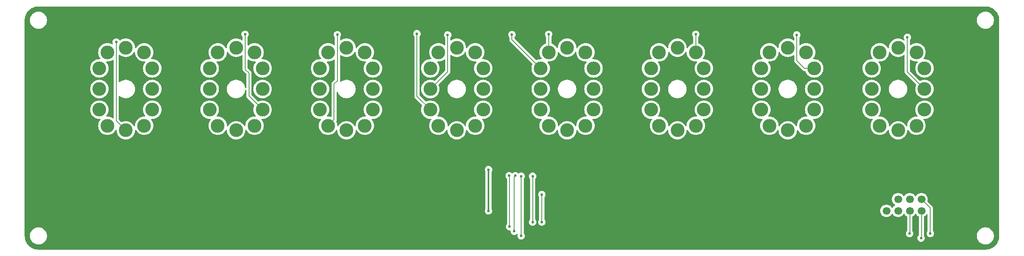
<source format=gbr>
%TF.GenerationSoftware,KiCad,Pcbnew,8.0.3*%
%TF.CreationDate,2024-06-16T18:09:27+12:00*%
%TF.ProjectId,nixie_board,6e697869-655f-4626-9f61-72642e6b6963,0.1.1*%
%TF.SameCoordinates,Original*%
%TF.FileFunction,Copper,L2,Bot*%
%TF.FilePolarity,Positive*%
%FSLAX46Y46*%
G04 Gerber Fmt 4.6, Leading zero omitted, Abs format (unit mm)*
G04 Created by KiCad (PCBNEW 8.0.3) date 2024-06-16 18:09:27*
%MOMM*%
%LPD*%
G01*
G04 APERTURE LIST*
G04 Aperture macros list*
%AMRoundRect*
0 Rectangle with rounded corners*
0 $1 Rounding radius*
0 $2 $3 $4 $5 $6 $7 $8 $9 X,Y pos of 4 corners*
0 Add a 4 corners polygon primitive as box body*
4,1,4,$2,$3,$4,$5,$6,$7,$8,$9,$2,$3,0*
0 Add four circle primitives for the rounded corners*
1,1,$1+$1,$2,$3*
1,1,$1+$1,$4,$5*
1,1,$1+$1,$6,$7*
1,1,$1+$1,$8,$9*
0 Add four rect primitives between the rounded corners*
20,1,$1+$1,$2,$3,$4,$5,0*
20,1,$1+$1,$4,$5,$6,$7,0*
20,1,$1+$1,$6,$7,$8,$9,0*
20,1,$1+$1,$8,$9,$2,$3,0*%
G04 Aperture macros list end*
%TA.AperFunction,ComponentPad*%
%ADD10C,3.000000*%
%TD*%
%TA.AperFunction,ComponentPad*%
%ADD11RoundRect,0.250000X-0.600000X0.600000X-0.600000X-0.600000X0.600000X-0.600000X0.600000X0.600000X0*%
%TD*%
%TA.AperFunction,ComponentPad*%
%ADD12C,1.700000*%
%TD*%
%TA.AperFunction,ViaPad*%
%ADD13C,0.600000*%
%TD*%
%TA.AperFunction,Conductor*%
%ADD14C,0.130000*%
%TD*%
%TA.AperFunction,Conductor*%
%ADD15C,0.300000*%
%TD*%
G04 APERTURE END LIST*
D10*
%TO.P,N1,1,Anode*%
%TO.N,/Nixie_1/NIXIE_ANODE*%
X73000000Y-88000000D03*
%TO.P,N1,2,0*%
%TO.N,/K_0*%
X74750000Y-84500000D03*
%TO.P,N1,3,9*%
%TO.N,/K_9*%
X74750000Y-80000000D03*
%TO.P,N1,4,8*%
%TO.N,/K_8*%
X74750000Y-75500000D03*
%TO.P,N1,5,7*%
%TO.N,/K_7*%
X73000000Y-72000000D03*
%TO.P,N1,6,6*%
%TO.N,/K_6*%
X69000000Y-71000000D03*
%TO.P,N1,7,5*%
%TO.N,/K_5*%
X65000000Y-72000000D03*
%TO.P,N1,8,4*%
%TO.N,/K_4*%
X63250000Y-75500000D03*
%TO.P,N1,9,3*%
%TO.N,/K_3*%
X63250000Y-80000000D03*
%TO.P,N1,10,2*%
%TO.N,/K_2*%
X63250000Y-84500000D03*
%TO.P,N1,11,1*%
%TO.N,/K_1*%
X65000000Y-88000000D03*
%TO.P,N1,12,DP*%
%TO.N,/K_10*%
X69000000Y-89000000D03*
%TD*%
%TO.P,N8,1,Anode*%
%TO.N,/Nixie_8/NIXIE_ANODE*%
X241000000Y-88000000D03*
%TO.P,N8,2,0*%
%TO.N,/K_0*%
X242750000Y-84500000D03*
%TO.P,N8,3,9*%
%TO.N,/K_9*%
X242750000Y-80000000D03*
%TO.P,N8,4,8*%
%TO.N,/K_8*%
X242750000Y-75500000D03*
%TO.P,N8,5,7*%
%TO.N,/K_7*%
X241000000Y-72000000D03*
%TO.P,N8,6,6*%
%TO.N,/K_6*%
X237000000Y-71000000D03*
%TO.P,N8,7,5*%
%TO.N,/K_5*%
X233000000Y-72000000D03*
%TO.P,N8,8,4*%
%TO.N,/K_4*%
X231250000Y-75500000D03*
%TO.P,N8,9,3*%
%TO.N,/K_3*%
X231250000Y-80000000D03*
%TO.P,N8,10,2*%
%TO.N,/K_2*%
X231250000Y-84500000D03*
%TO.P,N8,11,1*%
%TO.N,/K_1*%
X233000000Y-88000000D03*
%TO.P,N8,12,DP*%
%TO.N,/K_10*%
X237000000Y-89000000D03*
%TD*%
%TO.P,N2,1,Anode*%
%TO.N,/Nixie_2/NIXIE_ANODE*%
X97000000Y-88000000D03*
%TO.P,N2,2,0*%
%TO.N,/K_0*%
X98750000Y-84500000D03*
%TO.P,N2,3,9*%
%TO.N,/K_9*%
X98750000Y-80000000D03*
%TO.P,N2,4,8*%
%TO.N,/K_8*%
X98750000Y-75500000D03*
%TO.P,N2,5,7*%
%TO.N,/K_7*%
X97000000Y-72000000D03*
%TO.P,N2,6,6*%
%TO.N,/K_6*%
X93000000Y-71000000D03*
%TO.P,N2,7,5*%
%TO.N,/K_5*%
X89000000Y-72000000D03*
%TO.P,N2,8,4*%
%TO.N,/K_4*%
X87250000Y-75500000D03*
%TO.P,N2,9,3*%
%TO.N,/K_3*%
X87250000Y-80000000D03*
%TO.P,N2,10,2*%
%TO.N,/K_2*%
X87250000Y-84500000D03*
%TO.P,N2,11,1*%
%TO.N,/K_1*%
X89000000Y-88000000D03*
%TO.P,N2,12,DP*%
%TO.N,/K_10*%
X93000000Y-89000000D03*
%TD*%
%TO.P,N3,1,Anode*%
%TO.N,/Nixie_3/NIXIE_ANODE*%
X121000000Y-88000000D03*
%TO.P,N3,2,0*%
%TO.N,/K_0*%
X122750000Y-84500000D03*
%TO.P,N3,3,9*%
%TO.N,/K_9*%
X122750000Y-80000000D03*
%TO.P,N3,4,8*%
%TO.N,/K_8*%
X122750000Y-75500000D03*
%TO.P,N3,5,7*%
%TO.N,/K_7*%
X121000000Y-72000000D03*
%TO.P,N3,6,6*%
%TO.N,/K_6*%
X117000000Y-71000000D03*
%TO.P,N3,7,5*%
%TO.N,/K_5*%
X113000000Y-72000000D03*
%TO.P,N3,8,4*%
%TO.N,/K_4*%
X111250000Y-75500000D03*
%TO.P,N3,9,3*%
%TO.N,/K_3*%
X111250000Y-80000000D03*
%TO.P,N3,10,2*%
%TO.N,/K_2*%
X111250000Y-84500000D03*
%TO.P,N3,11,1*%
%TO.N,/K_1*%
X113000000Y-88000000D03*
%TO.P,N3,12,DP*%
%TO.N,/K_10*%
X117000000Y-89000000D03*
%TD*%
%TO.P,N4,1,Anode*%
%TO.N,/Nixie_4/NIXIE_ANODE*%
X145000000Y-88000000D03*
%TO.P,N4,2,0*%
%TO.N,/K_0*%
X146750000Y-84500000D03*
%TO.P,N4,3,9*%
%TO.N,/K_9*%
X146750000Y-80000000D03*
%TO.P,N4,4,8*%
%TO.N,/K_8*%
X146750000Y-75500000D03*
%TO.P,N4,5,7*%
%TO.N,/K_7*%
X145000000Y-72000000D03*
%TO.P,N4,6,6*%
%TO.N,/K_6*%
X141000000Y-71000000D03*
%TO.P,N4,7,5*%
%TO.N,/K_5*%
X137000000Y-72000000D03*
%TO.P,N4,8,4*%
%TO.N,/K_4*%
X135250000Y-75500000D03*
%TO.P,N4,9,3*%
%TO.N,/K_3*%
X135250000Y-80000000D03*
%TO.P,N4,10,2*%
%TO.N,/K_2*%
X135250000Y-84500000D03*
%TO.P,N4,11,1*%
%TO.N,/K_1*%
X137000000Y-88000000D03*
%TO.P,N4,12,DP*%
%TO.N,/K_10*%
X141000000Y-89000000D03*
%TD*%
%TO.P,N7,1,Anode*%
%TO.N,/Nixie_7/NIXIE_ANODE*%
X217000000Y-88000000D03*
%TO.P,N7,2,0*%
%TO.N,/K_0*%
X218750000Y-84500000D03*
%TO.P,N7,3,9*%
%TO.N,/K_9*%
X218750000Y-80000000D03*
%TO.P,N7,4,8*%
%TO.N,/K_8*%
X218750000Y-75500000D03*
%TO.P,N7,5,7*%
%TO.N,/K_7*%
X217000000Y-72000000D03*
%TO.P,N7,6,6*%
%TO.N,/K_6*%
X213000000Y-71000000D03*
%TO.P,N7,7,5*%
%TO.N,/K_5*%
X209000000Y-72000000D03*
%TO.P,N7,8,4*%
%TO.N,/K_4*%
X207250000Y-75500000D03*
%TO.P,N7,9,3*%
%TO.N,/K_3*%
X207250000Y-80000000D03*
%TO.P,N7,10,2*%
%TO.N,/K_2*%
X207250000Y-84500000D03*
%TO.P,N7,11,1*%
%TO.N,/K_1*%
X209000000Y-88000000D03*
%TO.P,N7,12,DP*%
%TO.N,/K_10*%
X213000000Y-89000000D03*
%TD*%
%TO.P,N5,1,Anode*%
%TO.N,/Nixie_5/NIXIE_ANODE*%
X169000000Y-88000000D03*
%TO.P,N5,2,0*%
%TO.N,/K_0*%
X170750000Y-84500000D03*
%TO.P,N5,3,9*%
%TO.N,/K_9*%
X170750000Y-80000000D03*
%TO.P,N5,4,8*%
%TO.N,/K_8*%
X170750000Y-75500000D03*
%TO.P,N5,5,7*%
%TO.N,/K_7*%
X169000000Y-72000000D03*
%TO.P,N5,6,6*%
%TO.N,/K_6*%
X165000000Y-71000000D03*
%TO.P,N5,7,5*%
%TO.N,/K_5*%
X161000000Y-72000000D03*
%TO.P,N5,8,4*%
%TO.N,/K_4*%
X159250000Y-75500000D03*
%TO.P,N5,9,3*%
%TO.N,/K_3*%
X159250000Y-80000000D03*
%TO.P,N5,10,2*%
%TO.N,/K_2*%
X159250000Y-84500000D03*
%TO.P,N5,11,1*%
%TO.N,/K_1*%
X161000000Y-88000000D03*
%TO.P,N5,12,DP*%
%TO.N,/K_10*%
X165000000Y-89000000D03*
%TD*%
%TO.P,N6,1,Anode*%
%TO.N,/Nixie_6/NIXIE_ANODE*%
X193000000Y-88000000D03*
%TO.P,N6,2,0*%
%TO.N,/K_0*%
X194750000Y-84500000D03*
%TO.P,N6,3,9*%
%TO.N,/K_9*%
X194750000Y-80000000D03*
%TO.P,N6,4,8*%
%TO.N,/K_8*%
X194750000Y-75500000D03*
%TO.P,N6,5,7*%
%TO.N,/K_7*%
X193000000Y-72000000D03*
%TO.P,N6,6,6*%
%TO.N,/K_6*%
X189000000Y-71000000D03*
%TO.P,N6,7,5*%
%TO.N,/K_5*%
X185000000Y-72000000D03*
%TO.P,N6,8,4*%
%TO.N,/K_4*%
X183250000Y-75500000D03*
%TO.P,N6,9,3*%
%TO.N,/K_3*%
X183250000Y-80000000D03*
%TO.P,N6,10,2*%
%TO.N,/K_2*%
X183250000Y-84500000D03*
%TO.P,N6,11,1*%
%TO.N,/K_1*%
X185000000Y-88000000D03*
%TO.P,N6,12,DP*%
%TO.N,/K_10*%
X189000000Y-89000000D03*
%TD*%
D11*
%TO.P,J1,1,Pin_1*%
%TO.N,GND*%
X231920000Y-104000000D03*
D12*
%TO.P,J1,2,Pin_2*%
X231920000Y-106540000D03*
%TO.P,J1,3,Pin_3*%
X234460000Y-104000000D03*
%TO.P,J1,4,Pin_4*%
%TO.N,+3V3*%
X234460000Y-106540000D03*
%TO.P,J1,5,Pin_5*%
%TO.N,170V*%
X237000000Y-104000000D03*
%TO.P,J1,6,Pin_6*%
%TO.N,SER*%
X237000000Y-106540000D03*
%TO.P,J1,7,Pin_7*%
%TO.N,170V*%
X239540000Y-104000000D03*
%TO.P,J1,8,Pin_8*%
%TO.N,OE*%
X239540000Y-106540000D03*
%TO.P,J1,9,Pin_9*%
%TO.N,CLK*%
X242080000Y-104000000D03*
%TO.P,J1,10,Pin_10*%
%TO.N,LATCH*%
X242080000Y-106540000D03*
%TD*%
D13*
%TO.N,OE*%
X152400000Y-98900000D03*
X152500000Y-110000000D03*
X239500000Y-111500000D03*
%TO.N,CLK*%
X244000000Y-111500000D03*
X155000000Y-112000000D03*
X155000000Y-99000000D03*
%TO.N,LATCH*%
X153500000Y-111000000D03*
X153700000Y-98900000D03*
X242000000Y-112500000D03*
%TO.N,/K_3*%
X139020000Y-68200000D03*
%TO.N,/K_9*%
X239000000Y-68730000D03*
%TO.N,/K_7*%
X193000000Y-68060000D03*
%TO.N,/K_5*%
X161000000Y-68080000D03*
%TO.N,/K_1*%
X115030000Y-68150000D03*
%TO.N,/K_8*%
X214960000Y-68210000D03*
%TO.N,/K_10*%
X66920000Y-69770000D03*
%TO.N,/K_4*%
X153000000Y-68135000D03*
%TO.N,/K_0*%
X94950000Y-68060000D03*
%TO.N,/K_2*%
X132340000Y-67940000D03*
%TO.N,GND*%
X57000000Y-73400000D03*
X247800000Y-79000000D03*
X56900000Y-88500000D03*
X140800000Y-97000000D03*
X158700000Y-101700000D03*
X212800000Y-97000000D03*
X57000000Y-83400000D03*
X164800000Y-97000000D03*
X188800000Y-97000000D03*
X57000000Y-78400000D03*
X247800000Y-69000000D03*
X55800000Y-109400000D03*
X92800000Y-97000000D03*
X247900000Y-74000000D03*
X53800000Y-93500000D03*
X116800000Y-97000000D03*
X57000000Y-68400000D03*
X236800000Y-97000000D03*
X68800000Y-97000000D03*
X250100000Y-100500000D03*
X247800000Y-89000000D03*
X247900000Y-84100000D03*
%TO.N,+3V3*%
X147900000Y-106565000D03*
X147910000Y-97570000D03*
%TO.N,/SER_CHAIN_1*%
X159500000Y-109000000D03*
X159500000Y-103000000D03*
%TO.N,/SER_CHAIN_2*%
X157500000Y-99000000D03*
X157500000Y-109000000D03*
%TD*%
D14*
%TO.N,OE*%
X239500000Y-106580000D02*
X239540000Y-106540000D01*
X239540000Y-111460000D02*
X239540000Y-106540000D01*
X239500000Y-111500000D02*
X239540000Y-111460000D01*
X152500000Y-110000000D02*
X152500000Y-99000000D01*
X152500000Y-99000000D02*
X152400000Y-98900000D01*
%TO.N,CLK*%
X244000000Y-111500000D02*
X244000000Y-105920000D01*
X155000000Y-112000000D02*
X155000000Y-99000000D01*
X244000000Y-105920000D02*
X242080000Y-104000000D01*
%TO.N,LATCH*%
X153500000Y-111000000D02*
X153500000Y-99100000D01*
X242000000Y-112500000D02*
X242080000Y-112420000D01*
X242080000Y-112420000D02*
X242080000Y-106540000D01*
X153500000Y-99100000D02*
X153700000Y-98900000D01*
%TO.N,/K_3*%
X135250000Y-80000000D02*
X139020000Y-76230000D01*
X139020000Y-76230000D02*
X139020000Y-68200000D01*
%TO.N,/K_9*%
X239000000Y-76250000D02*
X239000000Y-70840000D01*
X242750000Y-80000000D02*
X239000000Y-76250000D01*
X239000000Y-70840000D02*
X239000000Y-68730000D01*
%TO.N,/K_7*%
X193000000Y-72000000D02*
X193000000Y-68060000D01*
%TO.N,/K_5*%
X161000000Y-72000000D02*
X161000000Y-68080000D01*
%TO.N,/K_1*%
X114310000Y-86690000D02*
X114310000Y-78920000D01*
X115030000Y-78200000D02*
X115030000Y-70290000D01*
X114310000Y-78920000D02*
X115030000Y-78200000D01*
X113000000Y-88000000D02*
X114310000Y-86690000D01*
X115030000Y-70290000D02*
X115030000Y-68150000D01*
%TO.N,/K_8*%
X214960000Y-73831320D02*
X214960000Y-70240000D01*
X214960000Y-70240000D02*
X214960000Y-68210000D01*
X218750000Y-75500000D02*
X216628680Y-75500000D01*
X216628680Y-75500000D02*
X214960000Y-73831320D01*
%TO.N,/K_10*%
X69000000Y-89000000D02*
X66931000Y-86931000D01*
X66931000Y-86931000D02*
X66931000Y-69781000D01*
X66931000Y-69781000D02*
X66920000Y-69770000D01*
%TO.N,/K_4*%
X153000000Y-69250000D02*
X153000000Y-68135000D01*
X159250000Y-75500000D02*
X153000000Y-69250000D01*
%TO.N,/K_0*%
X94950000Y-75660000D02*
X94950000Y-71300000D01*
X95800000Y-78670000D02*
X95800000Y-76510000D01*
X95800000Y-81550000D02*
X95800000Y-78670000D01*
X95090000Y-75800000D02*
X94950000Y-75660000D01*
X94950000Y-71300000D02*
X94950000Y-68060000D01*
X95800000Y-76510000D02*
X95090000Y-75800000D01*
X98750000Y-84500000D02*
X95800000Y-81550000D01*
%TO.N,/K_2*%
X135250000Y-84500000D02*
X132340000Y-81590000D01*
X132340000Y-81590000D02*
X132340000Y-67940000D01*
D15*
%TO.N,+3V3*%
X147900000Y-106565000D02*
X147900000Y-97580000D01*
X147900000Y-97580000D02*
X147910000Y-97570000D01*
D14*
%TO.N,/SER_CHAIN_1*%
X159500000Y-103000000D02*
X159500000Y-109000000D01*
%TO.N,/SER_CHAIN_2*%
X157500000Y-109000000D02*
X157500000Y-99000000D01*
%TD*%
%TA.AperFunction,Conductor*%
%TO.N,GND*%
G36*
X256003244Y-62000670D02*
G01*
X256307046Y-62016592D01*
X256319953Y-62017949D01*
X256451089Y-62038718D01*
X256617209Y-62065028D01*
X256629896Y-62067724D01*
X256920625Y-62145625D01*
X256932965Y-62149635D01*
X257213938Y-62257490D01*
X257225790Y-62262767D01*
X257493968Y-62399411D01*
X257505199Y-62405896D01*
X257757608Y-62569812D01*
X257768109Y-62577441D01*
X258002010Y-62766850D01*
X258011655Y-62775535D01*
X258224464Y-62988344D01*
X258233149Y-62997989D01*
X258422558Y-63231890D01*
X258430187Y-63242391D01*
X258594101Y-63494796D01*
X258600591Y-63506036D01*
X258737231Y-63774206D01*
X258742510Y-63786064D01*
X258850363Y-64067033D01*
X258854374Y-64079376D01*
X258932273Y-64370097D01*
X258934971Y-64382794D01*
X258982050Y-64680046D01*
X258983407Y-64692953D01*
X258999330Y-64996756D01*
X258999500Y-65003246D01*
X258999500Y-111996753D01*
X258999330Y-112003243D01*
X258983407Y-112307046D01*
X258982050Y-112319953D01*
X258934971Y-112617205D01*
X258932273Y-112629902D01*
X258854374Y-112920623D01*
X258850363Y-112932966D01*
X258742510Y-113213935D01*
X258737231Y-113225793D01*
X258600591Y-113493963D01*
X258594101Y-113505203D01*
X258430187Y-113757608D01*
X258422558Y-113768109D01*
X258233149Y-114002010D01*
X258224464Y-114011655D01*
X258011655Y-114224464D01*
X258002010Y-114233149D01*
X257768109Y-114422558D01*
X257757608Y-114430187D01*
X257505203Y-114594101D01*
X257493963Y-114600591D01*
X257225793Y-114737231D01*
X257213935Y-114742510D01*
X256932966Y-114850363D01*
X256920623Y-114854374D01*
X256629902Y-114932273D01*
X256617205Y-114934971D01*
X256319953Y-114982050D01*
X256307046Y-114983407D01*
X256003244Y-114999330D01*
X255996754Y-114999500D01*
X50003246Y-114999500D01*
X49996756Y-114999330D01*
X49692953Y-114983407D01*
X49680046Y-114982050D01*
X49382794Y-114934971D01*
X49370097Y-114932273D01*
X49079376Y-114854374D01*
X49067033Y-114850363D01*
X48786064Y-114742510D01*
X48774206Y-114737231D01*
X48506036Y-114600591D01*
X48494796Y-114594101D01*
X48242391Y-114430187D01*
X48231890Y-114422558D01*
X47997989Y-114233149D01*
X47988344Y-114224464D01*
X47775535Y-114011655D01*
X47766850Y-114002010D01*
X47577441Y-113768109D01*
X47569812Y-113757608D01*
X47510852Y-113666817D01*
X47405896Y-113505199D01*
X47399408Y-113493963D01*
X47350144Y-113397278D01*
X47262766Y-113225788D01*
X47257489Y-113213935D01*
X47149636Y-112932966D01*
X47145625Y-112920623D01*
X47126574Y-112849523D01*
X47067724Y-112629896D01*
X47065028Y-112617205D01*
X47061889Y-112597388D01*
X47024699Y-112362571D01*
X47017949Y-112319953D01*
X47016592Y-112307046D01*
X47000670Y-112003243D01*
X47000500Y-111996753D01*
X47000500Y-111878456D01*
X48145500Y-111878456D01*
X48145500Y-112121543D01*
X48145501Y-112121559D01*
X48177230Y-112362569D01*
X48240149Y-112597386D01*
X48333175Y-112821972D01*
X48333182Y-112821987D01*
X48454730Y-113032516D01*
X48602722Y-113225380D01*
X48602730Y-113225389D01*
X48774611Y-113397270D01*
X48774619Y-113397277D01*
X48967483Y-113545269D01*
X49178012Y-113666817D01*
X49178027Y-113666824D01*
X49294171Y-113714932D01*
X49402612Y-113759850D01*
X49637429Y-113822769D01*
X49878450Y-113854500D01*
X49878457Y-113854500D01*
X50121543Y-113854500D01*
X50121550Y-113854500D01*
X50362571Y-113822769D01*
X50597388Y-113759850D01*
X50821984Y-113666819D01*
X51032516Y-113545269D01*
X51225380Y-113397278D01*
X51225384Y-113397273D01*
X51225389Y-113397270D01*
X51397270Y-113225389D01*
X51397273Y-113225384D01*
X51397278Y-113225380D01*
X51545269Y-113032516D01*
X51666819Y-112821984D01*
X51759850Y-112597388D01*
X51822769Y-112362571D01*
X51854500Y-112121550D01*
X51854500Y-111878450D01*
X51822769Y-111637429D01*
X51759850Y-111402612D01*
X51714932Y-111294171D01*
X51666824Y-111178027D01*
X51666817Y-111178012D01*
X51545269Y-110967483D01*
X51397277Y-110774619D01*
X51397270Y-110774611D01*
X51225389Y-110602730D01*
X51225380Y-110602722D01*
X51032516Y-110454730D01*
X50821987Y-110333182D01*
X50821972Y-110333175D01*
X50597386Y-110240149D01*
X50362569Y-110177230D01*
X50121559Y-110145501D01*
X50121556Y-110145500D01*
X50121550Y-110145500D01*
X49878450Y-110145500D01*
X49878444Y-110145500D01*
X49878440Y-110145501D01*
X49637430Y-110177230D01*
X49402613Y-110240149D01*
X49178027Y-110333175D01*
X49178012Y-110333182D01*
X48967483Y-110454730D01*
X48774619Y-110602722D01*
X48602722Y-110774619D01*
X48454730Y-110967483D01*
X48333182Y-111178012D01*
X48333175Y-111178027D01*
X48240149Y-111402613D01*
X48177230Y-111637430D01*
X48145501Y-111878440D01*
X48145500Y-111878456D01*
X47000500Y-111878456D01*
X47000500Y-106564996D01*
X147094435Y-106564996D01*
X147094435Y-106565003D01*
X147114630Y-106744249D01*
X147114631Y-106744254D01*
X147174211Y-106914523D01*
X147270184Y-107067262D01*
X147397738Y-107194816D01*
X147434365Y-107217830D01*
X147536894Y-107282254D01*
X147550478Y-107290789D01*
X147643069Y-107323188D01*
X147720745Y-107350368D01*
X147720750Y-107350369D01*
X147899996Y-107370565D01*
X147900000Y-107370565D01*
X147900004Y-107370565D01*
X148079249Y-107350369D01*
X148079252Y-107350368D01*
X148079255Y-107350368D01*
X148249522Y-107290789D01*
X148402262Y-107194816D01*
X148529816Y-107067262D01*
X148625789Y-106914522D01*
X148685368Y-106744255D01*
X148705565Y-106565000D01*
X148702748Y-106540000D01*
X148685369Y-106385750D01*
X148685366Y-106385737D01*
X148625790Y-106215481D01*
X148625789Y-106215478D01*
X148604008Y-106180814D01*
X148569506Y-106125903D01*
X148550500Y-106059931D01*
X148550500Y-98899996D01*
X151594435Y-98899996D01*
X151594435Y-98900003D01*
X151614630Y-99079249D01*
X151614631Y-99079254D01*
X151674211Y-99249523D01*
X151770184Y-99402262D01*
X151898181Y-99530259D01*
X151931666Y-99591582D01*
X151934500Y-99617940D01*
X151934500Y-109382060D01*
X151914815Y-109449099D01*
X151898181Y-109469741D01*
X151870184Y-109497737D01*
X151774211Y-109650476D01*
X151714631Y-109820745D01*
X151714630Y-109820750D01*
X151694435Y-109999996D01*
X151694435Y-110000003D01*
X151714630Y-110179249D01*
X151714631Y-110179254D01*
X151774211Y-110349523D01*
X151840318Y-110454731D01*
X151870184Y-110502262D01*
X151997738Y-110629816D01*
X152150478Y-110725789D01*
X152290003Y-110774611D01*
X152320745Y-110785368D01*
X152320750Y-110785369D01*
X152499996Y-110805565D01*
X152500000Y-110805565D01*
X152500002Y-110805565D01*
X152529449Y-110802246D01*
X152564610Y-110798285D01*
X152633432Y-110810339D01*
X152684811Y-110857688D01*
X152702436Y-110925298D01*
X152701714Y-110935388D01*
X152694435Y-110999995D01*
X152694435Y-111000003D01*
X152714630Y-111179249D01*
X152714631Y-111179254D01*
X152774211Y-111349523D01*
X152826929Y-111433422D01*
X152870184Y-111502262D01*
X152997738Y-111629816D01*
X153150478Y-111725789D01*
X153320745Y-111785368D01*
X153320750Y-111785369D01*
X153499996Y-111805565D01*
X153500000Y-111805565D01*
X153500004Y-111805565D01*
X153679249Y-111785369D01*
X153679252Y-111785368D01*
X153679255Y-111785368D01*
X153849522Y-111725789D01*
X154002262Y-111629816D01*
X154047555Y-111584522D01*
X154108876Y-111551038D01*
X154178567Y-111556022D01*
X154234501Y-111597893D01*
X154258919Y-111663357D01*
X154252277Y-111713158D01*
X154214632Y-111820742D01*
X154214630Y-111820750D01*
X154194435Y-111999996D01*
X154194435Y-112000003D01*
X154214630Y-112179249D01*
X154214631Y-112179254D01*
X154274211Y-112349523D01*
X154282410Y-112362571D01*
X154370184Y-112502262D01*
X154497738Y-112629816D01*
X154650478Y-112725789D01*
X154820745Y-112785368D01*
X154820750Y-112785369D01*
X154999996Y-112805565D01*
X155000000Y-112805565D01*
X155000004Y-112805565D01*
X155179249Y-112785369D01*
X155179252Y-112785368D01*
X155179255Y-112785368D01*
X155349522Y-112725789D01*
X155502262Y-112629816D01*
X155629816Y-112502262D01*
X155725789Y-112349522D01*
X155785368Y-112179255D01*
X155785369Y-112179249D01*
X155805565Y-112000003D01*
X155805565Y-111999996D01*
X155785369Y-111820750D01*
X155785368Y-111820745D01*
X155752141Y-111725788D01*
X155725789Y-111650478D01*
X155717590Y-111637430D01*
X155666438Y-111556022D01*
X155629816Y-111497738D01*
X155601819Y-111469741D01*
X155568334Y-111408418D01*
X155565500Y-111382060D01*
X155565500Y-99617940D01*
X155585185Y-99550901D01*
X155601819Y-99530259D01*
X155612319Y-99519759D01*
X155629816Y-99502262D01*
X155725789Y-99349522D01*
X155785368Y-99179255D01*
X155785369Y-99179249D01*
X155805565Y-99000003D01*
X155805565Y-98999996D01*
X156694435Y-98999996D01*
X156694435Y-99000003D01*
X156714630Y-99179249D01*
X156714631Y-99179254D01*
X156774211Y-99349523D01*
X156870184Y-99502262D01*
X156898181Y-99530259D01*
X156931666Y-99591582D01*
X156934500Y-99617940D01*
X156934500Y-108382060D01*
X156914815Y-108449099D01*
X156898181Y-108469741D01*
X156870184Y-108497737D01*
X156774211Y-108650476D01*
X156714631Y-108820745D01*
X156714630Y-108820750D01*
X156694435Y-108999996D01*
X156694435Y-109000003D01*
X156714630Y-109179249D01*
X156714631Y-109179254D01*
X156774211Y-109349523D01*
X156794656Y-109382060D01*
X156870184Y-109502262D01*
X156997738Y-109629816D01*
X157150478Y-109725789D01*
X157320745Y-109785368D01*
X157320750Y-109785369D01*
X157499996Y-109805565D01*
X157500000Y-109805565D01*
X157500004Y-109805565D01*
X157679249Y-109785369D01*
X157679252Y-109785368D01*
X157679255Y-109785368D01*
X157849522Y-109725789D01*
X158002262Y-109629816D01*
X158129816Y-109502262D01*
X158225789Y-109349522D01*
X158285368Y-109179255D01*
X158305565Y-109000000D01*
X158285368Y-108820745D01*
X158225789Y-108650478D01*
X158129816Y-108497738D01*
X158101819Y-108469741D01*
X158068334Y-108408418D01*
X158065500Y-108382060D01*
X158065500Y-102999996D01*
X158694435Y-102999996D01*
X158694435Y-103000003D01*
X158714630Y-103179249D01*
X158714631Y-103179254D01*
X158774211Y-103349523D01*
X158870184Y-103502262D01*
X158898181Y-103530259D01*
X158931666Y-103591582D01*
X158934500Y-103617940D01*
X158934500Y-108382060D01*
X158914815Y-108449099D01*
X158898181Y-108469741D01*
X158870184Y-108497737D01*
X158774211Y-108650476D01*
X158714631Y-108820745D01*
X158714630Y-108820750D01*
X158694435Y-108999996D01*
X158694435Y-109000003D01*
X158714630Y-109179249D01*
X158714631Y-109179254D01*
X158774211Y-109349523D01*
X158794656Y-109382060D01*
X158870184Y-109502262D01*
X158997738Y-109629816D01*
X159150478Y-109725789D01*
X159320745Y-109785368D01*
X159320750Y-109785369D01*
X159499996Y-109805565D01*
X159500000Y-109805565D01*
X159500004Y-109805565D01*
X159679249Y-109785369D01*
X159679252Y-109785368D01*
X159679255Y-109785368D01*
X159849522Y-109725789D01*
X160002262Y-109629816D01*
X160129816Y-109502262D01*
X160225789Y-109349522D01*
X160285368Y-109179255D01*
X160305565Y-109000000D01*
X160285368Y-108820745D01*
X160225789Y-108650478D01*
X160129816Y-108497738D01*
X160101819Y-108469741D01*
X160068334Y-108408418D01*
X160065500Y-108382060D01*
X160065500Y-106539999D01*
X233104341Y-106539999D01*
X233104341Y-106540000D01*
X233124936Y-106775403D01*
X233124938Y-106775413D01*
X233186094Y-107003655D01*
X233186096Y-107003659D01*
X233186097Y-107003663D01*
X233190000Y-107012032D01*
X233285965Y-107217830D01*
X233285967Y-107217834D01*
X233378769Y-107350368D01*
X233421505Y-107411401D01*
X233588599Y-107578495D01*
X233685384Y-107646265D01*
X233782165Y-107714032D01*
X233782167Y-107714033D01*
X233782170Y-107714035D01*
X233996337Y-107813903D01*
X234224592Y-107875063D01*
X234412918Y-107891539D01*
X234459999Y-107895659D01*
X234460000Y-107895659D01*
X234460001Y-107895659D01*
X234499234Y-107892226D01*
X234695408Y-107875063D01*
X234923663Y-107813903D01*
X235137830Y-107714035D01*
X235331401Y-107578495D01*
X235498495Y-107411401D01*
X235628425Y-107225842D01*
X235683002Y-107182217D01*
X235752500Y-107175023D01*
X235814855Y-107206546D01*
X235831575Y-107225842D01*
X235961500Y-107411395D01*
X235961505Y-107411401D01*
X236128599Y-107578495D01*
X236225384Y-107646265D01*
X236322165Y-107714032D01*
X236322167Y-107714033D01*
X236322170Y-107714035D01*
X236536337Y-107813903D01*
X236764592Y-107875063D01*
X236952918Y-107891539D01*
X236999999Y-107895659D01*
X237000000Y-107895659D01*
X237000001Y-107895659D01*
X237039234Y-107892226D01*
X237235408Y-107875063D01*
X237463663Y-107813903D01*
X237677830Y-107714035D01*
X237871401Y-107578495D01*
X238038495Y-107411401D01*
X238168425Y-107225842D01*
X238223002Y-107182217D01*
X238292500Y-107175023D01*
X238354855Y-107206546D01*
X238371575Y-107225842D01*
X238501500Y-107411395D01*
X238501505Y-107411401D01*
X238668599Y-107578495D01*
X238765384Y-107646265D01*
X238862165Y-107714032D01*
X238862166Y-107714032D01*
X238862170Y-107714035D01*
X238902905Y-107733030D01*
X238955343Y-107779200D01*
X238974500Y-107845411D01*
X238974500Y-110842060D01*
X238954815Y-110909099D01*
X238938181Y-110929741D01*
X238870184Y-110997737D01*
X238774211Y-111150476D01*
X238714631Y-111320745D01*
X238714630Y-111320750D01*
X238694435Y-111499996D01*
X238694435Y-111500003D01*
X238714630Y-111679249D01*
X238714631Y-111679254D01*
X238774211Y-111849523D01*
X238827360Y-111934108D01*
X238870184Y-112002262D01*
X238997738Y-112129816D01*
X239150478Y-112225789D01*
X239320745Y-112285368D01*
X239320750Y-112285369D01*
X239499996Y-112305565D01*
X239500000Y-112305565D01*
X239500004Y-112305565D01*
X239679249Y-112285369D01*
X239679252Y-112285368D01*
X239679255Y-112285368D01*
X239849522Y-112225789D01*
X240002262Y-112129816D01*
X240129816Y-112002262D01*
X240225789Y-111849522D01*
X240285368Y-111679255D01*
X240285369Y-111679249D01*
X240305565Y-111500003D01*
X240305565Y-111499996D01*
X240285369Y-111320750D01*
X240285368Y-111320745D01*
X240225789Y-111150478D01*
X240129816Y-110997738D01*
X240129815Y-110997737D01*
X240126111Y-110991842D01*
X240128205Y-110990525D01*
X240106143Y-110936471D01*
X240105500Y-110923857D01*
X240105500Y-107845411D01*
X240125185Y-107778372D01*
X240177094Y-107733030D01*
X240217830Y-107714035D01*
X240411401Y-107578495D01*
X240578495Y-107411401D01*
X240708425Y-107225842D01*
X240763002Y-107182217D01*
X240832500Y-107175023D01*
X240894855Y-107206546D01*
X240911575Y-107225842D01*
X241041500Y-107411395D01*
X241041505Y-107411401D01*
X241208599Y-107578495D01*
X241305384Y-107646265D01*
X241402165Y-107714032D01*
X241402166Y-107714032D01*
X241402170Y-107714035D01*
X241442905Y-107733030D01*
X241495343Y-107779200D01*
X241514500Y-107845411D01*
X241514500Y-111802059D01*
X241494815Y-111869098D01*
X241478182Y-111889740D01*
X241370183Y-111997739D01*
X241274211Y-112150476D01*
X241214631Y-112320745D01*
X241214630Y-112320750D01*
X241194435Y-112499996D01*
X241194435Y-112500003D01*
X241214630Y-112679249D01*
X241214631Y-112679254D01*
X241274211Y-112849523D01*
X241322828Y-112926896D01*
X241370184Y-113002262D01*
X241497738Y-113129816D01*
X241650478Y-113225789D01*
X241820745Y-113285368D01*
X241820750Y-113285369D01*
X241999996Y-113305565D01*
X242000000Y-113305565D01*
X242000004Y-113305565D01*
X242179249Y-113285369D01*
X242179252Y-113285368D01*
X242179255Y-113285368D01*
X242349522Y-113225789D01*
X242502262Y-113129816D01*
X242629816Y-113002262D01*
X242725789Y-112849522D01*
X242785368Y-112679255D01*
X242790929Y-112629902D01*
X242805565Y-112500003D01*
X242805565Y-112499996D01*
X242785369Y-112320750D01*
X242785366Y-112320737D01*
X242725790Y-112150479D01*
X242664506Y-112052945D01*
X242645500Y-111986974D01*
X242645500Y-107845411D01*
X242665185Y-107778372D01*
X242717094Y-107733030D01*
X242757830Y-107714035D01*
X242951401Y-107578495D01*
X243118495Y-107411401D01*
X243208925Y-107282254D01*
X243263502Y-107238629D01*
X243333000Y-107231435D01*
X243395355Y-107262958D01*
X243430769Y-107323188D01*
X243434500Y-107353377D01*
X243434500Y-110882060D01*
X243414815Y-110949099D01*
X243398181Y-110969741D01*
X243370184Y-110997737D01*
X243274211Y-111150476D01*
X243214631Y-111320745D01*
X243214630Y-111320750D01*
X243194435Y-111499996D01*
X243194435Y-111500003D01*
X243214630Y-111679249D01*
X243214631Y-111679254D01*
X243274211Y-111849523D01*
X243327360Y-111934108D01*
X243370184Y-112002262D01*
X243497738Y-112129816D01*
X243650478Y-112225789D01*
X243820745Y-112285368D01*
X243820750Y-112285369D01*
X243999996Y-112305565D01*
X244000000Y-112305565D01*
X244000004Y-112305565D01*
X244179249Y-112285369D01*
X244179252Y-112285368D01*
X244179255Y-112285368D01*
X244349522Y-112225789D01*
X244502262Y-112129816D01*
X244629816Y-112002262D01*
X244707609Y-111878456D01*
X254145500Y-111878456D01*
X254145500Y-112121543D01*
X254145501Y-112121559D01*
X254177230Y-112362569D01*
X254240149Y-112597386D01*
X254333175Y-112821972D01*
X254333182Y-112821987D01*
X254454730Y-113032516D01*
X254602722Y-113225380D01*
X254602730Y-113225389D01*
X254774611Y-113397270D01*
X254774619Y-113397277D01*
X254967483Y-113545269D01*
X255178012Y-113666817D01*
X255178027Y-113666824D01*
X255294171Y-113714932D01*
X255402612Y-113759850D01*
X255637429Y-113822769D01*
X255878450Y-113854500D01*
X255878457Y-113854500D01*
X256121543Y-113854500D01*
X256121550Y-113854500D01*
X256362571Y-113822769D01*
X256597388Y-113759850D01*
X256821984Y-113666819D01*
X257032516Y-113545269D01*
X257225380Y-113397278D01*
X257225384Y-113397273D01*
X257225389Y-113397270D01*
X257397270Y-113225389D01*
X257397273Y-113225384D01*
X257397278Y-113225380D01*
X257545269Y-113032516D01*
X257666819Y-112821984D01*
X257759850Y-112597388D01*
X257822769Y-112362571D01*
X257854500Y-112121550D01*
X257854500Y-111878450D01*
X257822769Y-111637429D01*
X257759850Y-111402612D01*
X257714932Y-111294171D01*
X257666824Y-111178027D01*
X257666817Y-111178012D01*
X257545269Y-110967483D01*
X257397277Y-110774619D01*
X257397270Y-110774611D01*
X257225389Y-110602730D01*
X257225380Y-110602722D01*
X257032516Y-110454730D01*
X256821987Y-110333182D01*
X256821972Y-110333175D01*
X256597386Y-110240149D01*
X256362569Y-110177230D01*
X256121559Y-110145501D01*
X256121556Y-110145500D01*
X256121550Y-110145500D01*
X255878450Y-110145500D01*
X255878444Y-110145500D01*
X255878440Y-110145501D01*
X255637430Y-110177230D01*
X255402613Y-110240149D01*
X255178027Y-110333175D01*
X255178012Y-110333182D01*
X254967483Y-110454730D01*
X254774619Y-110602722D01*
X254602722Y-110774619D01*
X254454730Y-110967483D01*
X254333182Y-111178012D01*
X254333175Y-111178027D01*
X254240149Y-111402613D01*
X254177230Y-111637430D01*
X254145501Y-111878440D01*
X254145500Y-111878456D01*
X244707609Y-111878456D01*
X244725789Y-111849522D01*
X244785368Y-111679255D01*
X244785369Y-111679249D01*
X244805565Y-111500003D01*
X244805565Y-111499996D01*
X244785369Y-111320750D01*
X244785368Y-111320745D01*
X244725789Y-111150478D01*
X244629816Y-110997738D01*
X244601819Y-110969741D01*
X244568334Y-110908418D01*
X244565500Y-110882060D01*
X244565500Y-105845552D01*
X244565500Y-105845550D01*
X244526962Y-105701725D01*
X244452513Y-105572775D01*
X244347225Y-105467487D01*
X243402306Y-104522568D01*
X243368821Y-104461245D01*
X243370211Y-104402796D01*
X243415063Y-104235408D01*
X243435659Y-104000000D01*
X243415063Y-103764592D01*
X243353903Y-103536337D01*
X243254035Y-103322171D01*
X243248425Y-103314158D01*
X243118494Y-103128597D01*
X242951402Y-102961506D01*
X242951395Y-102961501D01*
X242757834Y-102825967D01*
X242757830Y-102825965D01*
X242746636Y-102820745D01*
X242543663Y-102726097D01*
X242543659Y-102726096D01*
X242543655Y-102726094D01*
X242315413Y-102664938D01*
X242315403Y-102664936D01*
X242080001Y-102644341D01*
X242079999Y-102644341D01*
X241844596Y-102664936D01*
X241844586Y-102664938D01*
X241616344Y-102726094D01*
X241616335Y-102726098D01*
X241402171Y-102825964D01*
X241402169Y-102825965D01*
X241208597Y-102961505D01*
X241041505Y-103128597D01*
X240911575Y-103314158D01*
X240856998Y-103357783D01*
X240787500Y-103364977D01*
X240725145Y-103333454D01*
X240708425Y-103314158D01*
X240578494Y-103128597D01*
X240411402Y-102961506D01*
X240411395Y-102961501D01*
X240217834Y-102825967D01*
X240217830Y-102825965D01*
X240206636Y-102820745D01*
X240003663Y-102726097D01*
X240003659Y-102726096D01*
X240003655Y-102726094D01*
X239775413Y-102664938D01*
X239775403Y-102664936D01*
X239540001Y-102644341D01*
X239539999Y-102644341D01*
X239304596Y-102664936D01*
X239304586Y-102664938D01*
X239076344Y-102726094D01*
X239076335Y-102726098D01*
X238862171Y-102825964D01*
X238862169Y-102825965D01*
X238668597Y-102961505D01*
X238501505Y-103128597D01*
X238371575Y-103314158D01*
X238316998Y-103357783D01*
X238247500Y-103364977D01*
X238185145Y-103333454D01*
X238168425Y-103314158D01*
X238038494Y-103128597D01*
X237871402Y-102961506D01*
X237871395Y-102961501D01*
X237677834Y-102825967D01*
X237677830Y-102825965D01*
X237666636Y-102820745D01*
X237463663Y-102726097D01*
X237463659Y-102726096D01*
X237463655Y-102726094D01*
X237235413Y-102664938D01*
X237235403Y-102664936D01*
X237000001Y-102644341D01*
X236999999Y-102644341D01*
X236764596Y-102664936D01*
X236764586Y-102664938D01*
X236536344Y-102726094D01*
X236536335Y-102726098D01*
X236322171Y-102825964D01*
X236322169Y-102825965D01*
X236128597Y-102961505D01*
X235961505Y-103128597D01*
X235825965Y-103322169D01*
X235825964Y-103322171D01*
X235726098Y-103536335D01*
X235726094Y-103536344D01*
X235664938Y-103764586D01*
X235664936Y-103764596D01*
X235644341Y-103999999D01*
X235644341Y-104000000D01*
X235664936Y-104235403D01*
X235664938Y-104235413D01*
X235726094Y-104463655D01*
X235726096Y-104463659D01*
X235726097Y-104463663D01*
X235729437Y-104470825D01*
X235825965Y-104677830D01*
X235825967Y-104677834D01*
X235934281Y-104832521D01*
X235961501Y-104871396D01*
X235961506Y-104871402D01*
X236128597Y-105038493D01*
X236128603Y-105038498D01*
X236314158Y-105168425D01*
X236357783Y-105223002D01*
X236364977Y-105292500D01*
X236333454Y-105354855D01*
X236314158Y-105371575D01*
X236128597Y-105501505D01*
X235961505Y-105668597D01*
X235831575Y-105854158D01*
X235776998Y-105897783D01*
X235707500Y-105904977D01*
X235645145Y-105873454D01*
X235628425Y-105854158D01*
X235498494Y-105668597D01*
X235331402Y-105501506D01*
X235331395Y-105501501D01*
X235137834Y-105365967D01*
X235137830Y-105365965D01*
X235137828Y-105365964D01*
X234923663Y-105266097D01*
X234923659Y-105266096D01*
X234923655Y-105266094D01*
X234695413Y-105204938D01*
X234695403Y-105204936D01*
X234460001Y-105184341D01*
X234459999Y-105184341D01*
X234224596Y-105204936D01*
X234224586Y-105204938D01*
X233996344Y-105266094D01*
X233996335Y-105266098D01*
X233782171Y-105365964D01*
X233782169Y-105365965D01*
X233588597Y-105501505D01*
X233421505Y-105668597D01*
X233285965Y-105862169D01*
X233285964Y-105862171D01*
X233186098Y-106076335D01*
X233186094Y-106076344D01*
X233124938Y-106304586D01*
X233124936Y-106304596D01*
X233104341Y-106539999D01*
X160065500Y-106539999D01*
X160065500Y-103617940D01*
X160085185Y-103550901D01*
X160101819Y-103530259D01*
X160104111Y-103527967D01*
X160129816Y-103502262D01*
X160225789Y-103349522D01*
X160285368Y-103179255D01*
X160305565Y-103000000D01*
X160301227Y-102961501D01*
X160285369Y-102820750D01*
X160285368Y-102820745D01*
X160225789Y-102650478D01*
X160129816Y-102497738D01*
X160002262Y-102370184D01*
X159849523Y-102274211D01*
X159679254Y-102214631D01*
X159679249Y-102214630D01*
X159500004Y-102194435D01*
X159499996Y-102194435D01*
X159320750Y-102214630D01*
X159320745Y-102214631D01*
X159150476Y-102274211D01*
X158997737Y-102370184D01*
X158870184Y-102497737D01*
X158774211Y-102650476D01*
X158714631Y-102820745D01*
X158714630Y-102820750D01*
X158694435Y-102999996D01*
X158065500Y-102999996D01*
X158065500Y-99617940D01*
X158085185Y-99550901D01*
X158101819Y-99530259D01*
X158112319Y-99519759D01*
X158129816Y-99502262D01*
X158225789Y-99349522D01*
X158285368Y-99179255D01*
X158285369Y-99179249D01*
X158305565Y-99000003D01*
X158305565Y-98999996D01*
X158285369Y-98820750D01*
X158285368Y-98820745D01*
X158225788Y-98650476D01*
X158162955Y-98550478D01*
X158129816Y-98497738D01*
X158002262Y-98370184D01*
X157984052Y-98358742D01*
X157849523Y-98274211D01*
X157679254Y-98214631D01*
X157679249Y-98214630D01*
X157500004Y-98194435D01*
X157499996Y-98194435D01*
X157320750Y-98214630D01*
X157320745Y-98214631D01*
X157150476Y-98274211D01*
X156997737Y-98370184D01*
X156870184Y-98497737D01*
X156774211Y-98650476D01*
X156714631Y-98820745D01*
X156714630Y-98820750D01*
X156694435Y-98999996D01*
X155805565Y-98999996D01*
X155785369Y-98820750D01*
X155785368Y-98820745D01*
X155725788Y-98650476D01*
X155662955Y-98550478D01*
X155629816Y-98497738D01*
X155502262Y-98370184D01*
X155484052Y-98358742D01*
X155349523Y-98274211D01*
X155179254Y-98214631D01*
X155179249Y-98214630D01*
X155000004Y-98194435D01*
X154999996Y-98194435D01*
X154820750Y-98214630D01*
X154820745Y-98214631D01*
X154650476Y-98274211D01*
X154497734Y-98370186D01*
X154497732Y-98370187D01*
X154487677Y-98380243D01*
X154426353Y-98413726D01*
X154356662Y-98408739D01*
X154312318Y-98380240D01*
X154202262Y-98270184D01*
X154049523Y-98174211D01*
X153879254Y-98114631D01*
X153879249Y-98114630D01*
X153700004Y-98094435D01*
X153699996Y-98094435D01*
X153520750Y-98114630D01*
X153520745Y-98114631D01*
X153350476Y-98174211D01*
X153197737Y-98270184D01*
X153137681Y-98330241D01*
X153076358Y-98363726D01*
X153006666Y-98358742D01*
X152962319Y-98330241D01*
X152902262Y-98270184D01*
X152749523Y-98174211D01*
X152579254Y-98114631D01*
X152579249Y-98114630D01*
X152400004Y-98094435D01*
X152399996Y-98094435D01*
X152220750Y-98114630D01*
X152220745Y-98114631D01*
X152050476Y-98174211D01*
X151897737Y-98270184D01*
X151770184Y-98397737D01*
X151674211Y-98550476D01*
X151614631Y-98720745D01*
X151614630Y-98720750D01*
X151594435Y-98899996D01*
X148550500Y-98899996D01*
X148550500Y-98090982D01*
X148569507Y-98025009D01*
X148635788Y-97919524D01*
X148695368Y-97749254D01*
X148695369Y-97749249D01*
X148715565Y-97570003D01*
X148715565Y-97569996D01*
X148695369Y-97390750D01*
X148695368Y-97390745D01*
X148635788Y-97220476D01*
X148539815Y-97067737D01*
X148412262Y-96940184D01*
X148259523Y-96844211D01*
X148089254Y-96784631D01*
X148089249Y-96784630D01*
X147910004Y-96764435D01*
X147909996Y-96764435D01*
X147730750Y-96784630D01*
X147730745Y-96784631D01*
X147560476Y-96844211D01*
X147407737Y-96940184D01*
X147280184Y-97067737D01*
X147184211Y-97220476D01*
X147124631Y-97390745D01*
X147124630Y-97390750D01*
X147104435Y-97569996D01*
X147104435Y-97570003D01*
X147124630Y-97749249D01*
X147124631Y-97749254D01*
X147184211Y-97919524D01*
X147230493Y-97993179D01*
X147249500Y-98059152D01*
X147249500Y-106059931D01*
X147230494Y-106125903D01*
X147174211Y-106215477D01*
X147174209Y-106215481D01*
X147114633Y-106385737D01*
X147114630Y-106385750D01*
X147094435Y-106564996D01*
X47000500Y-106564996D01*
X47000500Y-79999998D01*
X61244390Y-79999998D01*
X61244390Y-80000001D01*
X61264804Y-80285433D01*
X61325628Y-80565037D01*
X61325630Y-80565043D01*
X61325631Y-80565046D01*
X61425633Y-80833161D01*
X61425635Y-80833166D01*
X61562770Y-81084309D01*
X61562775Y-81084317D01*
X61734254Y-81313387D01*
X61734270Y-81313405D01*
X61936594Y-81515729D01*
X61936612Y-81515745D01*
X62165682Y-81687224D01*
X62165690Y-81687229D01*
X62416833Y-81824364D01*
X62416832Y-81824364D01*
X62416836Y-81824365D01*
X62416839Y-81824367D01*
X62684954Y-81924369D01*
X62684960Y-81924370D01*
X62684962Y-81924371D01*
X62964566Y-81985195D01*
X62964568Y-81985195D01*
X62964572Y-81985196D01*
X63218220Y-82003337D01*
X63249999Y-82005610D01*
X63250000Y-82005610D01*
X63250001Y-82005610D01*
X63278595Y-82003564D01*
X63535428Y-81985196D01*
X63815046Y-81924369D01*
X64083161Y-81824367D01*
X64334315Y-81687226D01*
X64563395Y-81515739D01*
X64765739Y-81313395D01*
X64937226Y-81084315D01*
X65074367Y-80833161D01*
X65174369Y-80565046D01*
X65235196Y-80285428D01*
X65255610Y-80000000D01*
X65235196Y-79714572D01*
X65174369Y-79434954D01*
X65074367Y-79166839D01*
X65067486Y-79154238D01*
X64937229Y-78915690D01*
X64937224Y-78915682D01*
X64765745Y-78686612D01*
X64765729Y-78686594D01*
X64563405Y-78484270D01*
X64563387Y-78484254D01*
X64334317Y-78312775D01*
X64334309Y-78312770D01*
X64083166Y-78175635D01*
X64083167Y-78175635D01*
X63975915Y-78135632D01*
X63815046Y-78075631D01*
X63815043Y-78075630D01*
X63815037Y-78075628D01*
X63535433Y-78014804D01*
X63250001Y-77994390D01*
X63249999Y-77994390D01*
X62964566Y-78014804D01*
X62684962Y-78075628D01*
X62416833Y-78175635D01*
X62165690Y-78312770D01*
X62165682Y-78312775D01*
X61936612Y-78484254D01*
X61936594Y-78484270D01*
X61734270Y-78686594D01*
X61734254Y-78686612D01*
X61562775Y-78915682D01*
X61562770Y-78915690D01*
X61425635Y-79166833D01*
X61325628Y-79434962D01*
X61264804Y-79714566D01*
X61244390Y-79999998D01*
X47000500Y-79999998D01*
X47000500Y-75499998D01*
X61244390Y-75499998D01*
X61244390Y-75500001D01*
X61264804Y-75785433D01*
X61325628Y-76065037D01*
X61325630Y-76065043D01*
X61325631Y-76065046D01*
X61410178Y-76291725D01*
X61425635Y-76333166D01*
X61562770Y-76584309D01*
X61562775Y-76584317D01*
X61734254Y-76813387D01*
X61734270Y-76813405D01*
X61936594Y-77015729D01*
X61936612Y-77015745D01*
X62165682Y-77187224D01*
X62165690Y-77187229D01*
X62416833Y-77324364D01*
X62416832Y-77324364D01*
X62416836Y-77324365D01*
X62416839Y-77324367D01*
X62684954Y-77424369D01*
X62684960Y-77424370D01*
X62684962Y-77424371D01*
X62964566Y-77485195D01*
X62964568Y-77485195D01*
X62964572Y-77485196D01*
X63218220Y-77503337D01*
X63249999Y-77505610D01*
X63250000Y-77505610D01*
X63250001Y-77505610D01*
X63278595Y-77503564D01*
X63535428Y-77485196D01*
X63815046Y-77424369D01*
X64083161Y-77324367D01*
X64334315Y-77187226D01*
X64563395Y-77015739D01*
X64765739Y-76813395D01*
X64937226Y-76584315D01*
X65074367Y-76333161D01*
X65174369Y-76065046D01*
X65214998Y-75878276D01*
X65235195Y-75785433D01*
X65235195Y-75785432D01*
X65235196Y-75785428D01*
X65255610Y-75500000D01*
X65235196Y-75214572D01*
X65174369Y-74934954D01*
X65074367Y-74666839D01*
X65051228Y-74624464D01*
X64937229Y-74415690D01*
X64937224Y-74415682D01*
X64772048Y-74195033D01*
X64747631Y-74129569D01*
X64762483Y-74061296D01*
X64811888Y-74011891D01*
X64880161Y-73997039D01*
X64999999Y-74005610D01*
X65000000Y-74005610D01*
X65000001Y-74005610D01*
X65028595Y-74003564D01*
X65285428Y-73985196D01*
X65289727Y-73984261D01*
X65565037Y-73924371D01*
X65565037Y-73924370D01*
X65565046Y-73924369D01*
X65833161Y-73824367D01*
X66084315Y-73687226D01*
X66167192Y-73625184D01*
X66232653Y-73600769D01*
X66300926Y-73615620D01*
X66350332Y-73665025D01*
X66365500Y-73724453D01*
X66365500Y-86275546D01*
X66345815Y-86342585D01*
X66293011Y-86388340D01*
X66223853Y-86398284D01*
X66167190Y-86374813D01*
X66084317Y-86312775D01*
X66084309Y-86312770D01*
X65833166Y-86175635D01*
X65833167Y-86175635D01*
X65725915Y-86135632D01*
X65565046Y-86075631D01*
X65565043Y-86075630D01*
X65565037Y-86075628D01*
X65285433Y-86014804D01*
X65000001Y-85994390D01*
X64999997Y-85994390D01*
X64880160Y-86002960D01*
X64811887Y-85988108D01*
X64762482Y-85938702D01*
X64747631Y-85870429D01*
X64772046Y-85804969D01*
X64937226Y-85584315D01*
X65074367Y-85333161D01*
X65174369Y-85065046D01*
X65235196Y-84785428D01*
X65255610Y-84500000D01*
X65235196Y-84214572D01*
X65174369Y-83934954D01*
X65074367Y-83666839D01*
X65051228Y-83624464D01*
X64937229Y-83415690D01*
X64937224Y-83415682D01*
X64765745Y-83186612D01*
X64765729Y-83186594D01*
X64563405Y-82984270D01*
X64563387Y-82984254D01*
X64334317Y-82812775D01*
X64334309Y-82812770D01*
X64083166Y-82675635D01*
X64083167Y-82675635D01*
X63975915Y-82635632D01*
X63815046Y-82575631D01*
X63815043Y-82575630D01*
X63815037Y-82575628D01*
X63535433Y-82514804D01*
X63250001Y-82494390D01*
X63249999Y-82494390D01*
X62964566Y-82514804D01*
X62684962Y-82575628D01*
X62416833Y-82675635D01*
X62165690Y-82812770D01*
X62165682Y-82812775D01*
X61936612Y-82984254D01*
X61936594Y-82984270D01*
X61734270Y-83186594D01*
X61734254Y-83186612D01*
X61562775Y-83415682D01*
X61562770Y-83415690D01*
X61425635Y-83666833D01*
X61325628Y-83934962D01*
X61264804Y-84214566D01*
X61244390Y-84499998D01*
X61244390Y-84500001D01*
X61264804Y-84785433D01*
X61325628Y-85065037D01*
X61425635Y-85333166D01*
X61562770Y-85584309D01*
X61562775Y-85584317D01*
X61734254Y-85813387D01*
X61734270Y-85813405D01*
X61936594Y-86015729D01*
X61936612Y-86015745D01*
X62165682Y-86187224D01*
X62165690Y-86187229D01*
X62416833Y-86324364D01*
X62416832Y-86324364D01*
X62416836Y-86324365D01*
X62416839Y-86324367D01*
X62684954Y-86424369D01*
X62684960Y-86424370D01*
X62684962Y-86424371D01*
X62964566Y-86485195D01*
X62964568Y-86485195D01*
X62964572Y-86485196D01*
X63218220Y-86503337D01*
X63249999Y-86505610D01*
X63250000Y-86505610D01*
X63250001Y-86505610D01*
X63298091Y-86502170D01*
X63369838Y-86497039D01*
X63438111Y-86511891D01*
X63487516Y-86561296D01*
X63502368Y-86629569D01*
X63477951Y-86695033D01*
X63312775Y-86915682D01*
X63312770Y-86915690D01*
X63175635Y-87166833D01*
X63075628Y-87434962D01*
X63014804Y-87714566D01*
X62994390Y-87999998D01*
X62994390Y-88000001D01*
X63014804Y-88285433D01*
X63075628Y-88565037D01*
X63075630Y-88565043D01*
X63075631Y-88565046D01*
X63175633Y-88833161D01*
X63175635Y-88833166D01*
X63312770Y-89084309D01*
X63312775Y-89084317D01*
X63484254Y-89313387D01*
X63484270Y-89313405D01*
X63686594Y-89515729D01*
X63686612Y-89515745D01*
X63915682Y-89687224D01*
X63915690Y-89687229D01*
X64166833Y-89824364D01*
X64166832Y-89824364D01*
X64166836Y-89824365D01*
X64166839Y-89824367D01*
X64434954Y-89924369D01*
X64434960Y-89924370D01*
X64434962Y-89924371D01*
X64714566Y-89985195D01*
X64714568Y-89985195D01*
X64714572Y-89985196D01*
X64968220Y-90003337D01*
X64999999Y-90005610D01*
X65000000Y-90005610D01*
X65000001Y-90005610D01*
X65028595Y-90003564D01*
X65285428Y-89985196D01*
X65565046Y-89924369D01*
X65833161Y-89824367D01*
X66084315Y-89687226D01*
X66313395Y-89515739D01*
X66515739Y-89313395D01*
X66687226Y-89084315D01*
X66761759Y-88947817D01*
X66811164Y-88898413D01*
X66879437Y-88883561D01*
X66944901Y-88907978D01*
X66986773Y-88963911D01*
X66994275Y-88998399D01*
X67014804Y-89285433D01*
X67075628Y-89565037D01*
X67175635Y-89833166D01*
X67312770Y-90084309D01*
X67312775Y-90084317D01*
X67484254Y-90313387D01*
X67484270Y-90313405D01*
X67686594Y-90515729D01*
X67686612Y-90515745D01*
X67915682Y-90687224D01*
X67915690Y-90687229D01*
X68166833Y-90824364D01*
X68166832Y-90824364D01*
X68166836Y-90824365D01*
X68166839Y-90824367D01*
X68434954Y-90924369D01*
X68434960Y-90924370D01*
X68434962Y-90924371D01*
X68714566Y-90985195D01*
X68714568Y-90985195D01*
X68714572Y-90985196D01*
X68968220Y-91003337D01*
X68999999Y-91005610D01*
X69000000Y-91005610D01*
X69000001Y-91005610D01*
X69028595Y-91003564D01*
X69285428Y-90985196D01*
X69565046Y-90924369D01*
X69833161Y-90824367D01*
X70084315Y-90687226D01*
X70313395Y-90515739D01*
X70515739Y-90313395D01*
X70687226Y-90084315D01*
X70824367Y-89833161D01*
X70924369Y-89565046D01*
X70985196Y-89285428D01*
X71005610Y-89000000D01*
X71005609Y-88999996D01*
X71005724Y-88998399D01*
X71030141Y-88932935D01*
X71086074Y-88891063D01*
X71155766Y-88886079D01*
X71217089Y-88919564D01*
X71238240Y-88947818D01*
X71312770Y-89084309D01*
X71312775Y-89084317D01*
X71484254Y-89313387D01*
X71484270Y-89313405D01*
X71686594Y-89515729D01*
X71686612Y-89515745D01*
X71915682Y-89687224D01*
X71915690Y-89687229D01*
X72166833Y-89824364D01*
X72166832Y-89824364D01*
X72166836Y-89824365D01*
X72166839Y-89824367D01*
X72434954Y-89924369D01*
X72434960Y-89924370D01*
X72434962Y-89924371D01*
X72714566Y-89985195D01*
X72714568Y-89985195D01*
X72714572Y-89985196D01*
X72968220Y-90003337D01*
X72999999Y-90005610D01*
X73000000Y-90005610D01*
X73000001Y-90005610D01*
X73028595Y-90003564D01*
X73285428Y-89985196D01*
X73565046Y-89924369D01*
X73833161Y-89824367D01*
X74084315Y-89687226D01*
X74313395Y-89515739D01*
X74515739Y-89313395D01*
X74687226Y-89084315D01*
X74824367Y-88833161D01*
X74924369Y-88565046D01*
X74985196Y-88285428D01*
X75005610Y-88000000D01*
X74985196Y-87714572D01*
X74924369Y-87434954D01*
X74824367Y-87166839D01*
X74791302Y-87106286D01*
X74687229Y-86915690D01*
X74687224Y-86915682D01*
X74522048Y-86695033D01*
X74497631Y-86629569D01*
X74512483Y-86561296D01*
X74561888Y-86511891D01*
X74630161Y-86497039D01*
X74749999Y-86505610D01*
X74750000Y-86505610D01*
X74750001Y-86505610D01*
X74778595Y-86503564D01*
X75035428Y-86485196D01*
X75039727Y-86484261D01*
X75315037Y-86424371D01*
X75315037Y-86424370D01*
X75315046Y-86424369D01*
X75583161Y-86324367D01*
X75834315Y-86187226D01*
X76063395Y-86015739D01*
X76265739Y-85813395D01*
X76437226Y-85584315D01*
X76574367Y-85333161D01*
X76674369Y-85065046D01*
X76735196Y-84785428D01*
X76755610Y-84500000D01*
X76735196Y-84214572D01*
X76674369Y-83934954D01*
X76574367Y-83666839D01*
X76551228Y-83624464D01*
X76437229Y-83415690D01*
X76437224Y-83415682D01*
X76265745Y-83186612D01*
X76265729Y-83186594D01*
X76063405Y-82984270D01*
X76063387Y-82984254D01*
X75834317Y-82812775D01*
X75834309Y-82812770D01*
X75583166Y-82675635D01*
X75583167Y-82675635D01*
X75475915Y-82635632D01*
X75315046Y-82575631D01*
X75315043Y-82575630D01*
X75315037Y-82575628D01*
X75035433Y-82514804D01*
X74750001Y-82494390D01*
X74749999Y-82494390D01*
X74464566Y-82514804D01*
X74184962Y-82575628D01*
X73916833Y-82675635D01*
X73665690Y-82812770D01*
X73665682Y-82812775D01*
X73436612Y-82984254D01*
X73436594Y-82984270D01*
X73234270Y-83186594D01*
X73234254Y-83186612D01*
X73062775Y-83415682D01*
X73062770Y-83415690D01*
X72925635Y-83666833D01*
X72825628Y-83934962D01*
X72764804Y-84214566D01*
X72744390Y-84499998D01*
X72744390Y-84500001D01*
X72764804Y-84785433D01*
X72825628Y-85065037D01*
X72925635Y-85333166D01*
X73062770Y-85584309D01*
X73062775Y-85584317D01*
X73227951Y-85804966D01*
X73252368Y-85870430D01*
X73237516Y-85938703D01*
X73188111Y-85988108D01*
X73119839Y-86002960D01*
X73000003Y-85994390D01*
X72999999Y-85994390D01*
X72714566Y-86014804D01*
X72434962Y-86075628D01*
X72166833Y-86175635D01*
X71915690Y-86312770D01*
X71915682Y-86312775D01*
X71686612Y-86484254D01*
X71686594Y-86484270D01*
X71484270Y-86686594D01*
X71484254Y-86686612D01*
X71312775Y-86915682D01*
X71312770Y-86915690D01*
X71175635Y-87166833D01*
X71075628Y-87434962D01*
X71014804Y-87714566D01*
X70994275Y-88001600D01*
X70969858Y-88067065D01*
X70913924Y-88108936D01*
X70844233Y-88113920D01*
X70782910Y-88080435D01*
X70761759Y-88052181D01*
X70687229Y-87915690D01*
X70687224Y-87915682D01*
X70515745Y-87686612D01*
X70515729Y-87686594D01*
X70313405Y-87484270D01*
X70313387Y-87484254D01*
X70084317Y-87312775D01*
X70084309Y-87312770D01*
X69833166Y-87175635D01*
X69833167Y-87175635D01*
X69647235Y-87106286D01*
X69565046Y-87075631D01*
X69565043Y-87075630D01*
X69565037Y-87075628D01*
X69285433Y-87014804D01*
X69000001Y-86994390D01*
X68999999Y-86994390D01*
X68714566Y-87014804D01*
X68434962Y-87075628D01*
X68166835Y-87175634D01*
X68124464Y-87198771D01*
X68056191Y-87213622D01*
X67990727Y-87189205D01*
X67977357Y-87177619D01*
X67532819Y-86733081D01*
X67499334Y-86671758D01*
X67496500Y-86645400D01*
X67496500Y-81624389D01*
X67516185Y-81557350D01*
X67568989Y-81511595D01*
X67638147Y-81501651D01*
X67695986Y-81526013D01*
X67736826Y-81557350D01*
X67883970Y-81670257D01*
X68030223Y-81754696D01*
X68111522Y-81801635D01*
X68111527Y-81801637D01*
X68111530Y-81801639D01*
X68264615Y-81865048D01*
X68342295Y-81897225D01*
X68354292Y-81902194D01*
X68608102Y-81970202D01*
X68868618Y-82004500D01*
X68868625Y-82004500D01*
X69131375Y-82004500D01*
X69131382Y-82004500D01*
X69391898Y-81970202D01*
X69645708Y-81902194D01*
X69888470Y-81801639D01*
X70116030Y-81670257D01*
X70324495Y-81510297D01*
X70510297Y-81324495D01*
X70670257Y-81116030D01*
X70801639Y-80888470D01*
X70902194Y-80645708D01*
X70970202Y-80391898D01*
X71004500Y-80131382D01*
X71004500Y-79999998D01*
X72744390Y-79999998D01*
X72744390Y-80000001D01*
X72764804Y-80285433D01*
X72825628Y-80565037D01*
X72825630Y-80565043D01*
X72825631Y-80565046D01*
X72925633Y-80833161D01*
X72925635Y-80833166D01*
X73062770Y-81084309D01*
X73062775Y-81084317D01*
X73234254Y-81313387D01*
X73234270Y-81313405D01*
X73436594Y-81515729D01*
X73436612Y-81515745D01*
X73665682Y-81687224D01*
X73665690Y-81687229D01*
X73916833Y-81824364D01*
X73916832Y-81824364D01*
X73916836Y-81824365D01*
X73916839Y-81824367D01*
X74184954Y-81924369D01*
X74184960Y-81924370D01*
X74184962Y-81924371D01*
X74464566Y-81985195D01*
X74464568Y-81985195D01*
X74464572Y-81985196D01*
X74718220Y-82003337D01*
X74749999Y-82005610D01*
X74750000Y-82005610D01*
X74750001Y-82005610D01*
X74778595Y-82003564D01*
X75035428Y-81985196D01*
X75315046Y-81924369D01*
X75583161Y-81824367D01*
X75834315Y-81687226D01*
X76063395Y-81515739D01*
X76265739Y-81313395D01*
X76437226Y-81084315D01*
X76574367Y-80833161D01*
X76674369Y-80565046D01*
X76735196Y-80285428D01*
X76755610Y-80000000D01*
X76755610Y-79999998D01*
X85244390Y-79999998D01*
X85244390Y-80000001D01*
X85264804Y-80285433D01*
X85325628Y-80565037D01*
X85325630Y-80565043D01*
X85325631Y-80565046D01*
X85425633Y-80833161D01*
X85425635Y-80833166D01*
X85562770Y-81084309D01*
X85562775Y-81084317D01*
X85734254Y-81313387D01*
X85734270Y-81313405D01*
X85936594Y-81515729D01*
X85936612Y-81515745D01*
X86165682Y-81687224D01*
X86165690Y-81687229D01*
X86416833Y-81824364D01*
X86416832Y-81824364D01*
X86416836Y-81824365D01*
X86416839Y-81824367D01*
X86684954Y-81924369D01*
X86684960Y-81924370D01*
X86684962Y-81924371D01*
X86964566Y-81985195D01*
X86964568Y-81985195D01*
X86964572Y-81985196D01*
X87218220Y-82003337D01*
X87249999Y-82005610D01*
X87250000Y-82005610D01*
X87250001Y-82005610D01*
X87278595Y-82003564D01*
X87535428Y-81985196D01*
X87815046Y-81924369D01*
X88083161Y-81824367D01*
X88334315Y-81687226D01*
X88563395Y-81515739D01*
X88765739Y-81313395D01*
X88937226Y-81084315D01*
X89074367Y-80833161D01*
X89174369Y-80565046D01*
X89235196Y-80285428D01*
X89255610Y-80000000D01*
X89235196Y-79714572D01*
X89174369Y-79434954D01*
X89074367Y-79166839D01*
X89067486Y-79154238D01*
X88937229Y-78915690D01*
X88937224Y-78915682D01*
X88765745Y-78686612D01*
X88765729Y-78686594D01*
X88563405Y-78484270D01*
X88563387Y-78484254D01*
X88334317Y-78312775D01*
X88334309Y-78312770D01*
X88083166Y-78175635D01*
X88083167Y-78175635D01*
X87975915Y-78135632D01*
X87815046Y-78075631D01*
X87815043Y-78075630D01*
X87815037Y-78075628D01*
X87535433Y-78014804D01*
X87250001Y-77994390D01*
X87249999Y-77994390D01*
X86964566Y-78014804D01*
X86684962Y-78075628D01*
X86416833Y-78175635D01*
X86165690Y-78312770D01*
X86165682Y-78312775D01*
X85936612Y-78484254D01*
X85936594Y-78484270D01*
X85734270Y-78686594D01*
X85734254Y-78686612D01*
X85562775Y-78915682D01*
X85562770Y-78915690D01*
X85425635Y-79166833D01*
X85325628Y-79434962D01*
X85264804Y-79714566D01*
X85244390Y-79999998D01*
X76755610Y-79999998D01*
X76735196Y-79714572D01*
X76674369Y-79434954D01*
X76574367Y-79166839D01*
X76567486Y-79154238D01*
X76437229Y-78915690D01*
X76437224Y-78915682D01*
X76265745Y-78686612D01*
X76265729Y-78686594D01*
X76063405Y-78484270D01*
X76063387Y-78484254D01*
X75834317Y-78312775D01*
X75834309Y-78312770D01*
X75583166Y-78175635D01*
X75583167Y-78175635D01*
X75475915Y-78135632D01*
X75315046Y-78075631D01*
X75315043Y-78075630D01*
X75315037Y-78075628D01*
X75035433Y-78014804D01*
X74750001Y-77994390D01*
X74749999Y-77994390D01*
X74464566Y-78014804D01*
X74184962Y-78075628D01*
X73916833Y-78175635D01*
X73665690Y-78312770D01*
X73665682Y-78312775D01*
X73436612Y-78484254D01*
X73436594Y-78484270D01*
X73234270Y-78686594D01*
X73234254Y-78686612D01*
X73062775Y-78915682D01*
X73062770Y-78915690D01*
X72925635Y-79166833D01*
X72825628Y-79434962D01*
X72764804Y-79714566D01*
X72744390Y-79999998D01*
X71004500Y-79999998D01*
X71004500Y-79868618D01*
X70970202Y-79608102D01*
X70902194Y-79354292D01*
X70801639Y-79111530D01*
X70801637Y-79111527D01*
X70801635Y-79111522D01*
X70724174Y-78977357D01*
X70670257Y-78883970D01*
X70510297Y-78675505D01*
X70510292Y-78675499D01*
X70324500Y-78489707D01*
X70324493Y-78489701D01*
X70116034Y-78329746D01*
X70116033Y-78329745D01*
X70116030Y-78329743D01*
X70020256Y-78274448D01*
X69888477Y-78198364D01*
X69888466Y-78198359D01*
X69645717Y-78097809D01*
X69645711Y-78097807D01*
X69645708Y-78097806D01*
X69391898Y-78029798D01*
X69334005Y-78022176D01*
X69131389Y-77995500D01*
X69131382Y-77995500D01*
X68868618Y-77995500D01*
X68868610Y-77995500D01*
X68637048Y-78025987D01*
X68608102Y-78029798D01*
X68354292Y-78097806D01*
X68354290Y-78097806D01*
X68354282Y-78097809D01*
X68111533Y-78198359D01*
X68111522Y-78198364D01*
X67883965Y-78329746D01*
X67695986Y-78473986D01*
X67630816Y-78499180D01*
X67562372Y-78485141D01*
X67512382Y-78436327D01*
X67496500Y-78375610D01*
X67496500Y-72621148D01*
X67516185Y-72554109D01*
X67568989Y-72508354D01*
X67638147Y-72498410D01*
X67694808Y-72521879D01*
X67915685Y-72687226D01*
X67915689Y-72687228D01*
X67915690Y-72687229D01*
X68166833Y-72824364D01*
X68166832Y-72824364D01*
X68166836Y-72824365D01*
X68166839Y-72824367D01*
X68434954Y-72924369D01*
X68434960Y-72924370D01*
X68434962Y-72924371D01*
X68714566Y-72985195D01*
X68714568Y-72985195D01*
X68714572Y-72985196D01*
X68968220Y-73003337D01*
X68999999Y-73005610D01*
X69000000Y-73005610D01*
X69000001Y-73005610D01*
X69028595Y-73003564D01*
X69285428Y-72985196D01*
X69565046Y-72924369D01*
X69833161Y-72824367D01*
X70084315Y-72687226D01*
X70313395Y-72515739D01*
X70515739Y-72313395D01*
X70687226Y-72084315D01*
X70761759Y-71947817D01*
X70811164Y-71898413D01*
X70879437Y-71883561D01*
X70944901Y-71907978D01*
X70986773Y-71963911D01*
X70994275Y-71998399D01*
X71014804Y-72285433D01*
X71075628Y-72565035D01*
X71075629Y-72565038D01*
X71075631Y-72565046D01*
X71172352Y-72824364D01*
X71175635Y-72833166D01*
X71312770Y-73084309D01*
X71312775Y-73084317D01*
X71484254Y-73313387D01*
X71484270Y-73313405D01*
X71686594Y-73515729D01*
X71686612Y-73515745D01*
X71915682Y-73687224D01*
X71915690Y-73687229D01*
X72166833Y-73824364D01*
X72166832Y-73824364D01*
X72166836Y-73824365D01*
X72166839Y-73824367D01*
X72434954Y-73924369D01*
X72434960Y-73924370D01*
X72434962Y-73924371D01*
X72714566Y-73985195D01*
X72714568Y-73985195D01*
X72714572Y-73985196D01*
X72968220Y-74003337D01*
X72999999Y-74005610D01*
X73000000Y-74005610D01*
X73000001Y-74005610D01*
X73048091Y-74002170D01*
X73119838Y-73997039D01*
X73188111Y-74011891D01*
X73237516Y-74061296D01*
X73252368Y-74129569D01*
X73227951Y-74195033D01*
X73062775Y-74415682D01*
X73062770Y-74415690D01*
X72925635Y-74666833D01*
X72825628Y-74934962D01*
X72764804Y-75214566D01*
X72744390Y-75499998D01*
X72744390Y-75500001D01*
X72764804Y-75785433D01*
X72825628Y-76065037D01*
X72825630Y-76065043D01*
X72825631Y-76065046D01*
X72910178Y-76291725D01*
X72925635Y-76333166D01*
X73062770Y-76584309D01*
X73062775Y-76584317D01*
X73234254Y-76813387D01*
X73234270Y-76813405D01*
X73436594Y-77015729D01*
X73436612Y-77015745D01*
X73665682Y-77187224D01*
X73665690Y-77187229D01*
X73916833Y-77324364D01*
X73916832Y-77324364D01*
X73916836Y-77324365D01*
X73916839Y-77324367D01*
X74184954Y-77424369D01*
X74184960Y-77424370D01*
X74184962Y-77424371D01*
X74464566Y-77485195D01*
X74464568Y-77485195D01*
X74464572Y-77485196D01*
X74718220Y-77503337D01*
X74749999Y-77505610D01*
X74750000Y-77505610D01*
X74750001Y-77505610D01*
X74778595Y-77503564D01*
X75035428Y-77485196D01*
X75315046Y-77424369D01*
X75583161Y-77324367D01*
X75834315Y-77187226D01*
X76063395Y-77015739D01*
X76265739Y-76813395D01*
X76437226Y-76584315D01*
X76574367Y-76333161D01*
X76674369Y-76065046D01*
X76714998Y-75878276D01*
X76735195Y-75785433D01*
X76735195Y-75785432D01*
X76735196Y-75785428D01*
X76755610Y-75500000D01*
X76755610Y-75499998D01*
X85244390Y-75499998D01*
X85244390Y-75500001D01*
X85264804Y-75785433D01*
X85325628Y-76065037D01*
X85325630Y-76065043D01*
X85325631Y-76065046D01*
X85410178Y-76291725D01*
X85425635Y-76333166D01*
X85562770Y-76584309D01*
X85562775Y-76584317D01*
X85734254Y-76813387D01*
X85734270Y-76813405D01*
X85936594Y-77015729D01*
X85936612Y-77015745D01*
X86165682Y-77187224D01*
X86165690Y-77187229D01*
X86416833Y-77324364D01*
X86416832Y-77324364D01*
X86416836Y-77324365D01*
X86416839Y-77324367D01*
X86684954Y-77424369D01*
X86684960Y-77424370D01*
X86684962Y-77424371D01*
X86964566Y-77485195D01*
X86964568Y-77485195D01*
X86964572Y-77485196D01*
X87218220Y-77503337D01*
X87249999Y-77505610D01*
X87250000Y-77505610D01*
X87250001Y-77505610D01*
X87278595Y-77503564D01*
X87535428Y-77485196D01*
X87815046Y-77424369D01*
X88083161Y-77324367D01*
X88334315Y-77187226D01*
X88563395Y-77015739D01*
X88765739Y-76813395D01*
X88937226Y-76584315D01*
X89074367Y-76333161D01*
X89174369Y-76065046D01*
X89214998Y-75878276D01*
X89235195Y-75785433D01*
X89235195Y-75785432D01*
X89235196Y-75785428D01*
X89255610Y-75500000D01*
X89235196Y-75214572D01*
X89174369Y-74934954D01*
X89074367Y-74666839D01*
X89051228Y-74624464D01*
X88937229Y-74415690D01*
X88937224Y-74415682D01*
X88772048Y-74195033D01*
X88747631Y-74129569D01*
X88762483Y-74061296D01*
X88811888Y-74011891D01*
X88880161Y-73997039D01*
X88999999Y-74005610D01*
X89000000Y-74005610D01*
X89000001Y-74005610D01*
X89028595Y-74003564D01*
X89285428Y-73985196D01*
X89289727Y-73984261D01*
X89565037Y-73924371D01*
X89565037Y-73924370D01*
X89565046Y-73924369D01*
X89833161Y-73824367D01*
X90084315Y-73687226D01*
X90313395Y-73515739D01*
X90515739Y-73313395D01*
X90687226Y-73084315D01*
X90824367Y-72833161D01*
X90924369Y-72565046D01*
X90924370Y-72565038D01*
X90924372Y-72565035D01*
X90985195Y-72285433D01*
X90985195Y-72285432D01*
X90985196Y-72285428D01*
X91005610Y-72000000D01*
X91005609Y-71999996D01*
X91005724Y-71998399D01*
X91030141Y-71932935D01*
X91086074Y-71891063D01*
X91155766Y-71886079D01*
X91217089Y-71919564D01*
X91238240Y-71947818D01*
X91312770Y-72084309D01*
X91312775Y-72084317D01*
X91484254Y-72313387D01*
X91484270Y-72313405D01*
X91686594Y-72515729D01*
X91686612Y-72515745D01*
X91915682Y-72687224D01*
X91915690Y-72687229D01*
X92166833Y-72824364D01*
X92166832Y-72824364D01*
X92166836Y-72824365D01*
X92166839Y-72824367D01*
X92434954Y-72924369D01*
X92434960Y-72924370D01*
X92434962Y-72924371D01*
X92714566Y-72985195D01*
X92714568Y-72985195D01*
X92714572Y-72985196D01*
X92968220Y-73003337D01*
X92999999Y-73005610D01*
X93000000Y-73005610D01*
X93000001Y-73005610D01*
X93028595Y-73003564D01*
X93285428Y-72985196D01*
X93565046Y-72924369D01*
X93833161Y-72824367D01*
X94084315Y-72687226D01*
X94186192Y-72610961D01*
X94251654Y-72586546D01*
X94319926Y-72601398D01*
X94369332Y-72650803D01*
X94384500Y-72710230D01*
X94384500Y-75585550D01*
X94384500Y-75734450D01*
X94398160Y-75785428D01*
X94423038Y-75878276D01*
X94423039Y-75878277D01*
X94497484Y-76007221D01*
X94497488Y-76007226D01*
X95198181Y-76707919D01*
X95231666Y-76769242D01*
X95234500Y-76795600D01*
X95234500Y-79723769D01*
X95214815Y-79790808D01*
X95162011Y-79836563D01*
X95092853Y-79846507D01*
X95029297Y-79817482D01*
X94991523Y-79758704D01*
X94987561Y-79739955D01*
X94984218Y-79714566D01*
X94970202Y-79608102D01*
X94902194Y-79354292D01*
X94801639Y-79111530D01*
X94801637Y-79111527D01*
X94801635Y-79111522D01*
X94724174Y-78977357D01*
X94670257Y-78883970D01*
X94510297Y-78675505D01*
X94510292Y-78675499D01*
X94324500Y-78489707D01*
X94324493Y-78489701D01*
X94116034Y-78329746D01*
X94116033Y-78329745D01*
X94116030Y-78329743D01*
X94020256Y-78274448D01*
X93888477Y-78198364D01*
X93888466Y-78198359D01*
X93645717Y-78097809D01*
X93645711Y-78097807D01*
X93645708Y-78097806D01*
X93391898Y-78029798D01*
X93334005Y-78022176D01*
X93131389Y-77995500D01*
X93131382Y-77995500D01*
X92868618Y-77995500D01*
X92868610Y-77995500D01*
X92637048Y-78025987D01*
X92608102Y-78029798D01*
X92354292Y-78097806D01*
X92354290Y-78097806D01*
X92354282Y-78097809D01*
X92111533Y-78198359D01*
X92111522Y-78198364D01*
X91883965Y-78329746D01*
X91675506Y-78489701D01*
X91675499Y-78489707D01*
X91489707Y-78675499D01*
X91489701Y-78675506D01*
X91329746Y-78883965D01*
X91198364Y-79111522D01*
X91198359Y-79111533D01*
X91097809Y-79354282D01*
X91097806Y-79354293D01*
X91029798Y-79608103D01*
X90995500Y-79868610D01*
X90995500Y-80131389D01*
X91012054Y-80257124D01*
X91029798Y-80391898D01*
X91097806Y-80645708D01*
X91097807Y-80645711D01*
X91097809Y-80645717D01*
X91198359Y-80888466D01*
X91198364Y-80888477D01*
X91277362Y-81025303D01*
X91329743Y-81116030D01*
X91329745Y-81116033D01*
X91329746Y-81116034D01*
X91489701Y-81324493D01*
X91489707Y-81324500D01*
X91675499Y-81510292D01*
X91675506Y-81510298D01*
X91736826Y-81557350D01*
X91883970Y-81670257D01*
X92030223Y-81754696D01*
X92111522Y-81801635D01*
X92111527Y-81801637D01*
X92111530Y-81801639D01*
X92264615Y-81865048D01*
X92342295Y-81897225D01*
X92354292Y-81902194D01*
X92608102Y-81970202D01*
X92868618Y-82004500D01*
X92868625Y-82004500D01*
X93131375Y-82004500D01*
X93131382Y-82004500D01*
X93391898Y-81970202D01*
X93645708Y-81902194D01*
X93888470Y-81801639D01*
X94116030Y-81670257D01*
X94324495Y-81510297D01*
X94510297Y-81324495D01*
X94670257Y-81116030D01*
X94801639Y-80888470D01*
X94902194Y-80645708D01*
X94970202Y-80391898D01*
X94987561Y-80260043D01*
X95015828Y-80196148D01*
X95074152Y-80157677D01*
X95144017Y-80156846D01*
X95203240Y-80193918D01*
X95233019Y-80257124D01*
X95234500Y-80276230D01*
X95234500Y-81475550D01*
X95234500Y-81624450D01*
X95251321Y-81687226D01*
X95273038Y-81768276D01*
X95273039Y-81768277D01*
X95347484Y-81897221D01*
X95347488Y-81897226D01*
X96927619Y-83477357D01*
X96961104Y-83538680D01*
X96956120Y-83608372D01*
X96948771Y-83624464D01*
X96925634Y-83666835D01*
X96825628Y-83934962D01*
X96764804Y-84214566D01*
X96744390Y-84499998D01*
X96744390Y-84500001D01*
X96764804Y-84785433D01*
X96825628Y-85065037D01*
X96925635Y-85333166D01*
X97062770Y-85584309D01*
X97062775Y-85584317D01*
X97227951Y-85804966D01*
X97252368Y-85870430D01*
X97237516Y-85938703D01*
X97188111Y-85988108D01*
X97119839Y-86002960D01*
X97000003Y-85994390D01*
X96999999Y-85994390D01*
X96714566Y-86014804D01*
X96434962Y-86075628D01*
X96166833Y-86175635D01*
X95915690Y-86312770D01*
X95915682Y-86312775D01*
X95686612Y-86484254D01*
X95686594Y-86484270D01*
X95484270Y-86686594D01*
X95484254Y-86686612D01*
X95312775Y-86915682D01*
X95312770Y-86915690D01*
X95175635Y-87166833D01*
X95075628Y-87434962D01*
X95014804Y-87714566D01*
X94994275Y-88001600D01*
X94969858Y-88067065D01*
X94913924Y-88108936D01*
X94844233Y-88113920D01*
X94782910Y-88080435D01*
X94761759Y-88052181D01*
X94687229Y-87915690D01*
X94687224Y-87915682D01*
X94515745Y-87686612D01*
X94515729Y-87686594D01*
X94313405Y-87484270D01*
X94313387Y-87484254D01*
X94084317Y-87312775D01*
X94084309Y-87312770D01*
X93833166Y-87175635D01*
X93833167Y-87175635D01*
X93647235Y-87106286D01*
X93565046Y-87075631D01*
X93565043Y-87075630D01*
X93565037Y-87075628D01*
X93285433Y-87014804D01*
X93000001Y-86994390D01*
X92999999Y-86994390D01*
X92714566Y-87014804D01*
X92434962Y-87075628D01*
X92166833Y-87175635D01*
X91915690Y-87312770D01*
X91915682Y-87312775D01*
X91686612Y-87484254D01*
X91686594Y-87484270D01*
X91484270Y-87686594D01*
X91484254Y-87686612D01*
X91312775Y-87915682D01*
X91312774Y-87915684D01*
X91238240Y-88052182D01*
X91188834Y-88101587D01*
X91120561Y-88116438D01*
X91055097Y-88092021D01*
X91013226Y-88036087D01*
X91005724Y-88001600D01*
X91005610Y-88000000D01*
X90985196Y-87714572D01*
X90924369Y-87434954D01*
X90824367Y-87166839D01*
X90791302Y-87106286D01*
X90687229Y-86915690D01*
X90687224Y-86915682D01*
X90515745Y-86686612D01*
X90515729Y-86686594D01*
X90313405Y-86484270D01*
X90313387Y-86484254D01*
X90084317Y-86312775D01*
X90084309Y-86312770D01*
X89833166Y-86175635D01*
X89833167Y-86175635D01*
X89725915Y-86135632D01*
X89565046Y-86075631D01*
X89565043Y-86075630D01*
X89565037Y-86075628D01*
X89285433Y-86014804D01*
X89000001Y-85994390D01*
X88999997Y-85994390D01*
X88880160Y-86002960D01*
X88811887Y-85988108D01*
X88762482Y-85938702D01*
X88747631Y-85870429D01*
X88772046Y-85804969D01*
X88937226Y-85584315D01*
X89074367Y-85333161D01*
X89174369Y-85065046D01*
X89235196Y-84785428D01*
X89255610Y-84500000D01*
X89235196Y-84214572D01*
X89174369Y-83934954D01*
X89074367Y-83666839D01*
X89051228Y-83624464D01*
X88937229Y-83415690D01*
X88937224Y-83415682D01*
X88765745Y-83186612D01*
X88765729Y-83186594D01*
X88563405Y-82984270D01*
X88563387Y-82984254D01*
X88334317Y-82812775D01*
X88334309Y-82812770D01*
X88083166Y-82675635D01*
X88083167Y-82675635D01*
X87975915Y-82635632D01*
X87815046Y-82575631D01*
X87815043Y-82575630D01*
X87815037Y-82575628D01*
X87535433Y-82514804D01*
X87250001Y-82494390D01*
X87249999Y-82494390D01*
X86964566Y-82514804D01*
X86684962Y-82575628D01*
X86416833Y-82675635D01*
X86165690Y-82812770D01*
X86165682Y-82812775D01*
X85936612Y-82984254D01*
X85936594Y-82984270D01*
X85734270Y-83186594D01*
X85734254Y-83186612D01*
X85562775Y-83415682D01*
X85562770Y-83415690D01*
X85425635Y-83666833D01*
X85325628Y-83934962D01*
X85264804Y-84214566D01*
X85244390Y-84499998D01*
X85244390Y-84500001D01*
X85264804Y-84785433D01*
X85325628Y-85065037D01*
X85425635Y-85333166D01*
X85562770Y-85584309D01*
X85562775Y-85584317D01*
X85734254Y-85813387D01*
X85734270Y-85813405D01*
X85936594Y-86015729D01*
X85936612Y-86015745D01*
X86165682Y-86187224D01*
X86165690Y-86187229D01*
X86416833Y-86324364D01*
X86416832Y-86324364D01*
X86416836Y-86324365D01*
X86416839Y-86324367D01*
X86684954Y-86424369D01*
X86684960Y-86424370D01*
X86684962Y-86424371D01*
X86964566Y-86485195D01*
X86964568Y-86485195D01*
X86964572Y-86485196D01*
X87218220Y-86503337D01*
X87249999Y-86505610D01*
X87250000Y-86505610D01*
X87250001Y-86505610D01*
X87298091Y-86502170D01*
X87369838Y-86497039D01*
X87438111Y-86511891D01*
X87487516Y-86561296D01*
X87502368Y-86629569D01*
X87477951Y-86695033D01*
X87312775Y-86915682D01*
X87312770Y-86915690D01*
X87175635Y-87166833D01*
X87075628Y-87434962D01*
X87014804Y-87714566D01*
X86994390Y-87999998D01*
X86994390Y-88000001D01*
X87014804Y-88285433D01*
X87075628Y-88565037D01*
X87075630Y-88565043D01*
X87075631Y-88565046D01*
X87175633Y-88833161D01*
X87175635Y-88833166D01*
X87312770Y-89084309D01*
X87312775Y-89084317D01*
X87484254Y-89313387D01*
X87484270Y-89313405D01*
X87686594Y-89515729D01*
X87686612Y-89515745D01*
X87915682Y-89687224D01*
X87915690Y-89687229D01*
X88166833Y-89824364D01*
X88166832Y-89824364D01*
X88166836Y-89824365D01*
X88166839Y-89824367D01*
X88434954Y-89924369D01*
X88434960Y-89924370D01*
X88434962Y-89924371D01*
X88714566Y-89985195D01*
X88714568Y-89985195D01*
X88714572Y-89985196D01*
X88968220Y-90003337D01*
X88999999Y-90005610D01*
X89000000Y-90005610D01*
X89000001Y-90005610D01*
X89028595Y-90003564D01*
X89285428Y-89985196D01*
X89565046Y-89924369D01*
X89833161Y-89824367D01*
X90084315Y-89687226D01*
X90313395Y-89515739D01*
X90515739Y-89313395D01*
X90687226Y-89084315D01*
X90761759Y-88947817D01*
X90811164Y-88898413D01*
X90879437Y-88883561D01*
X90944901Y-88907978D01*
X90986773Y-88963911D01*
X90994275Y-88998399D01*
X91014804Y-89285433D01*
X91075628Y-89565037D01*
X91175635Y-89833166D01*
X91312770Y-90084309D01*
X91312775Y-90084317D01*
X91484254Y-90313387D01*
X91484270Y-90313405D01*
X91686594Y-90515729D01*
X91686612Y-90515745D01*
X91915682Y-90687224D01*
X91915690Y-90687229D01*
X92166833Y-90824364D01*
X92166832Y-90824364D01*
X92166836Y-90824365D01*
X92166839Y-90824367D01*
X92434954Y-90924369D01*
X92434960Y-90924370D01*
X92434962Y-90924371D01*
X92714566Y-90985195D01*
X92714568Y-90985195D01*
X92714572Y-90985196D01*
X92968220Y-91003337D01*
X92999999Y-91005610D01*
X93000000Y-91005610D01*
X93000001Y-91005610D01*
X93028595Y-91003564D01*
X93285428Y-90985196D01*
X93565046Y-90924369D01*
X93833161Y-90824367D01*
X94084315Y-90687226D01*
X94313395Y-90515739D01*
X94515739Y-90313395D01*
X94687226Y-90084315D01*
X94824367Y-89833161D01*
X94924369Y-89565046D01*
X94985196Y-89285428D01*
X95005610Y-89000000D01*
X95005609Y-88999996D01*
X95005724Y-88998399D01*
X95030141Y-88932935D01*
X95086074Y-88891063D01*
X95155766Y-88886079D01*
X95217089Y-88919564D01*
X95238240Y-88947818D01*
X95312770Y-89084309D01*
X95312775Y-89084317D01*
X95484254Y-89313387D01*
X95484270Y-89313405D01*
X95686594Y-89515729D01*
X95686612Y-89515745D01*
X95915682Y-89687224D01*
X95915690Y-89687229D01*
X96166833Y-89824364D01*
X96166832Y-89824364D01*
X96166836Y-89824365D01*
X96166839Y-89824367D01*
X96434954Y-89924369D01*
X96434960Y-89924370D01*
X96434962Y-89924371D01*
X96714566Y-89985195D01*
X96714568Y-89985195D01*
X96714572Y-89985196D01*
X96968220Y-90003337D01*
X96999999Y-90005610D01*
X97000000Y-90005610D01*
X97000001Y-90005610D01*
X97028595Y-90003564D01*
X97285428Y-89985196D01*
X97565046Y-89924369D01*
X97833161Y-89824367D01*
X98084315Y-89687226D01*
X98313395Y-89515739D01*
X98515739Y-89313395D01*
X98687226Y-89084315D01*
X98824367Y-88833161D01*
X98924369Y-88565046D01*
X98985196Y-88285428D01*
X99005610Y-88000000D01*
X98985196Y-87714572D01*
X98924369Y-87434954D01*
X98824367Y-87166839D01*
X98791302Y-87106286D01*
X98687229Y-86915690D01*
X98687224Y-86915682D01*
X98522048Y-86695033D01*
X98497631Y-86629569D01*
X98512483Y-86561296D01*
X98561888Y-86511891D01*
X98630161Y-86497039D01*
X98749999Y-86505610D01*
X98750000Y-86505610D01*
X98750001Y-86505610D01*
X98778595Y-86503564D01*
X99035428Y-86485196D01*
X99039727Y-86484261D01*
X99315037Y-86424371D01*
X99315037Y-86424370D01*
X99315046Y-86424369D01*
X99583161Y-86324367D01*
X99834315Y-86187226D01*
X100063395Y-86015739D01*
X100265739Y-85813395D01*
X100437226Y-85584315D01*
X100574367Y-85333161D01*
X100674369Y-85065046D01*
X100735196Y-84785428D01*
X100755610Y-84500000D01*
X100735196Y-84214572D01*
X100674369Y-83934954D01*
X100574367Y-83666839D01*
X100551228Y-83624464D01*
X100437229Y-83415690D01*
X100437224Y-83415682D01*
X100265745Y-83186612D01*
X100265729Y-83186594D01*
X100063405Y-82984270D01*
X100063387Y-82984254D01*
X99834317Y-82812775D01*
X99834309Y-82812770D01*
X99583166Y-82675635D01*
X99583167Y-82675635D01*
X99475915Y-82635632D01*
X99315046Y-82575631D01*
X99315043Y-82575630D01*
X99315037Y-82575628D01*
X99035433Y-82514804D01*
X98750001Y-82494390D01*
X98749999Y-82494390D01*
X98464566Y-82514804D01*
X98184962Y-82575628D01*
X97916835Y-82675634D01*
X97874464Y-82698771D01*
X97806191Y-82713622D01*
X97740727Y-82689205D01*
X97727357Y-82677619D01*
X96401819Y-81352081D01*
X96368334Y-81290758D01*
X96365500Y-81264400D01*
X96365500Y-79999998D01*
X96744390Y-79999998D01*
X96744390Y-80000001D01*
X96764804Y-80285433D01*
X96825628Y-80565037D01*
X96825630Y-80565043D01*
X96825631Y-80565046D01*
X96925633Y-80833161D01*
X96925635Y-80833166D01*
X97062770Y-81084309D01*
X97062775Y-81084317D01*
X97234254Y-81313387D01*
X97234270Y-81313405D01*
X97436594Y-81515729D01*
X97436612Y-81515745D01*
X97665682Y-81687224D01*
X97665690Y-81687229D01*
X97916833Y-81824364D01*
X97916832Y-81824364D01*
X97916836Y-81824365D01*
X97916839Y-81824367D01*
X98184954Y-81924369D01*
X98184960Y-81924370D01*
X98184962Y-81924371D01*
X98464566Y-81985195D01*
X98464568Y-81985195D01*
X98464572Y-81985196D01*
X98718220Y-82003337D01*
X98749999Y-82005610D01*
X98750000Y-82005610D01*
X98750001Y-82005610D01*
X98778595Y-82003564D01*
X99035428Y-81985196D01*
X99315046Y-81924369D01*
X99583161Y-81824367D01*
X99834315Y-81687226D01*
X100063395Y-81515739D01*
X100265739Y-81313395D01*
X100437226Y-81084315D01*
X100574367Y-80833161D01*
X100674369Y-80565046D01*
X100735196Y-80285428D01*
X100755610Y-80000000D01*
X100755610Y-79999998D01*
X109244390Y-79999998D01*
X109244390Y-80000001D01*
X109264804Y-80285433D01*
X109325628Y-80565037D01*
X109325630Y-80565043D01*
X109325631Y-80565046D01*
X109425633Y-80833161D01*
X109425635Y-80833166D01*
X109562770Y-81084309D01*
X109562775Y-81084317D01*
X109734254Y-81313387D01*
X109734270Y-81313405D01*
X109936594Y-81515729D01*
X109936612Y-81515745D01*
X110165682Y-81687224D01*
X110165690Y-81687229D01*
X110416833Y-81824364D01*
X110416832Y-81824364D01*
X110416836Y-81824365D01*
X110416839Y-81824367D01*
X110684954Y-81924369D01*
X110684960Y-81924370D01*
X110684962Y-81924371D01*
X110964566Y-81985195D01*
X110964568Y-81985195D01*
X110964572Y-81985196D01*
X111218220Y-82003337D01*
X111249999Y-82005610D01*
X111250000Y-82005610D01*
X111250001Y-82005610D01*
X111278595Y-82003564D01*
X111535428Y-81985196D01*
X111815046Y-81924369D01*
X112083161Y-81824367D01*
X112334315Y-81687226D01*
X112563395Y-81515739D01*
X112765739Y-81313395D01*
X112937226Y-81084315D01*
X113074367Y-80833161D01*
X113174369Y-80565046D01*
X113235196Y-80285428D01*
X113255610Y-80000000D01*
X113235196Y-79714572D01*
X113174369Y-79434954D01*
X113074367Y-79166839D01*
X113067486Y-79154238D01*
X112937229Y-78915690D01*
X112937224Y-78915682D01*
X112765745Y-78686612D01*
X112765729Y-78686594D01*
X112563405Y-78484270D01*
X112563387Y-78484254D01*
X112334317Y-78312775D01*
X112334309Y-78312770D01*
X112083166Y-78175635D01*
X112083167Y-78175635D01*
X111975915Y-78135632D01*
X111815046Y-78075631D01*
X111815043Y-78075630D01*
X111815037Y-78075628D01*
X111535433Y-78014804D01*
X111250001Y-77994390D01*
X111249999Y-77994390D01*
X110964566Y-78014804D01*
X110684962Y-78075628D01*
X110416833Y-78175635D01*
X110165690Y-78312770D01*
X110165682Y-78312775D01*
X109936612Y-78484254D01*
X109936594Y-78484270D01*
X109734270Y-78686594D01*
X109734254Y-78686612D01*
X109562775Y-78915682D01*
X109562770Y-78915690D01*
X109425635Y-79166833D01*
X109325628Y-79434962D01*
X109264804Y-79714566D01*
X109244390Y-79999998D01*
X100755610Y-79999998D01*
X100735196Y-79714572D01*
X100674369Y-79434954D01*
X100574367Y-79166839D01*
X100567486Y-79154238D01*
X100437229Y-78915690D01*
X100437224Y-78915682D01*
X100265745Y-78686612D01*
X100265729Y-78686594D01*
X100063405Y-78484270D01*
X100063387Y-78484254D01*
X99834317Y-78312775D01*
X99834309Y-78312770D01*
X99583166Y-78175635D01*
X99583167Y-78175635D01*
X99475915Y-78135632D01*
X99315046Y-78075631D01*
X99315043Y-78075630D01*
X99315037Y-78075628D01*
X99035433Y-78014804D01*
X98750001Y-77994390D01*
X98749999Y-77994390D01*
X98464566Y-78014804D01*
X98184962Y-78075628D01*
X97916833Y-78175635D01*
X97665690Y-78312770D01*
X97665682Y-78312775D01*
X97436612Y-78484254D01*
X97436594Y-78484270D01*
X97234270Y-78686594D01*
X97234254Y-78686612D01*
X97062775Y-78915682D01*
X97062770Y-78915690D01*
X96925635Y-79166833D01*
X96825628Y-79434962D01*
X96764804Y-79714566D01*
X96744390Y-79999998D01*
X96365500Y-79999998D01*
X96365500Y-76435552D01*
X96365500Y-76435550D01*
X96326962Y-76291725D01*
X96252513Y-76162775D01*
X96147225Y-76057487D01*
X95551819Y-75462081D01*
X95518334Y-75400758D01*
X95515500Y-75374400D01*
X95515500Y-73635371D01*
X95535185Y-73568332D01*
X95587989Y-73522577D01*
X95657147Y-73512633D01*
X95713807Y-73536102D01*
X95915685Y-73687226D01*
X95915689Y-73687228D01*
X95915690Y-73687229D01*
X96166833Y-73824364D01*
X96166832Y-73824364D01*
X96166836Y-73824365D01*
X96166839Y-73824367D01*
X96434954Y-73924369D01*
X96434960Y-73924370D01*
X96434962Y-73924371D01*
X96714566Y-73985195D01*
X96714568Y-73985195D01*
X96714572Y-73985196D01*
X96968220Y-74003337D01*
X96999999Y-74005610D01*
X97000000Y-74005610D01*
X97000001Y-74005610D01*
X97048091Y-74002170D01*
X97119838Y-73997039D01*
X97188111Y-74011891D01*
X97237516Y-74061296D01*
X97252368Y-74129569D01*
X97227951Y-74195033D01*
X97062775Y-74415682D01*
X97062770Y-74415690D01*
X96925635Y-74666833D01*
X96825628Y-74934962D01*
X96764804Y-75214566D01*
X96744390Y-75499998D01*
X96744390Y-75500001D01*
X96764804Y-75785433D01*
X96825628Y-76065037D01*
X96825630Y-76065043D01*
X96825631Y-76065046D01*
X96910178Y-76291725D01*
X96925635Y-76333166D01*
X97062770Y-76584309D01*
X97062775Y-76584317D01*
X97234254Y-76813387D01*
X97234270Y-76813405D01*
X97436594Y-77015729D01*
X97436612Y-77015745D01*
X97665682Y-77187224D01*
X97665690Y-77187229D01*
X97916833Y-77324364D01*
X97916832Y-77324364D01*
X97916836Y-77324365D01*
X97916839Y-77324367D01*
X98184954Y-77424369D01*
X98184960Y-77424370D01*
X98184962Y-77424371D01*
X98464566Y-77485195D01*
X98464568Y-77485195D01*
X98464572Y-77485196D01*
X98718220Y-77503337D01*
X98749999Y-77505610D01*
X98750000Y-77505610D01*
X98750001Y-77505610D01*
X98778595Y-77503564D01*
X99035428Y-77485196D01*
X99315046Y-77424369D01*
X99583161Y-77324367D01*
X99834315Y-77187226D01*
X100063395Y-77015739D01*
X100265739Y-76813395D01*
X100437226Y-76584315D01*
X100574367Y-76333161D01*
X100674369Y-76065046D01*
X100714998Y-75878276D01*
X100735195Y-75785433D01*
X100735195Y-75785432D01*
X100735196Y-75785428D01*
X100755610Y-75500000D01*
X100755610Y-75499998D01*
X109244390Y-75499998D01*
X109244390Y-75500001D01*
X109264804Y-75785433D01*
X109325628Y-76065037D01*
X109325630Y-76065043D01*
X109325631Y-76065046D01*
X109410178Y-76291725D01*
X109425635Y-76333166D01*
X109562770Y-76584309D01*
X109562775Y-76584317D01*
X109734254Y-76813387D01*
X109734270Y-76813405D01*
X109936594Y-77015729D01*
X109936612Y-77015745D01*
X110165682Y-77187224D01*
X110165690Y-77187229D01*
X110416833Y-77324364D01*
X110416832Y-77324364D01*
X110416836Y-77324365D01*
X110416839Y-77324367D01*
X110684954Y-77424369D01*
X110684960Y-77424370D01*
X110684962Y-77424371D01*
X110964566Y-77485195D01*
X110964568Y-77485195D01*
X110964572Y-77485196D01*
X111218220Y-77503337D01*
X111249999Y-77505610D01*
X111250000Y-77505610D01*
X111250001Y-77505610D01*
X111278595Y-77503564D01*
X111535428Y-77485196D01*
X111815046Y-77424369D01*
X112083161Y-77324367D01*
X112334315Y-77187226D01*
X112563395Y-77015739D01*
X112765739Y-76813395D01*
X112937226Y-76584315D01*
X113074367Y-76333161D01*
X113174369Y-76065046D01*
X113214998Y-75878276D01*
X113235195Y-75785433D01*
X113235195Y-75785432D01*
X113235196Y-75785428D01*
X113255610Y-75500000D01*
X113235196Y-75214572D01*
X113174369Y-74934954D01*
X113074367Y-74666839D01*
X113051228Y-74624464D01*
X112937229Y-74415690D01*
X112937224Y-74415682D01*
X112772048Y-74195033D01*
X112747631Y-74129569D01*
X112762483Y-74061296D01*
X112811888Y-74011891D01*
X112880161Y-73997039D01*
X112999999Y-74005610D01*
X113000000Y-74005610D01*
X113000001Y-74005610D01*
X113028595Y-74003564D01*
X113285428Y-73985196D01*
X113289727Y-73984261D01*
X113565037Y-73924371D01*
X113565037Y-73924370D01*
X113565046Y-73924369D01*
X113833161Y-73824367D01*
X114084315Y-73687226D01*
X114266191Y-73551075D01*
X114331654Y-73526659D01*
X114399927Y-73541511D01*
X114449332Y-73590916D01*
X114464500Y-73650343D01*
X114464500Y-77914400D01*
X114444815Y-77981439D01*
X114428181Y-78002081D01*
X113857488Y-78572773D01*
X113857484Y-78572778D01*
X113783039Y-78701722D01*
X113783038Y-78701723D01*
X113763769Y-78773637D01*
X113744500Y-78845550D01*
X113744500Y-78845552D01*
X113744500Y-85963970D01*
X113724815Y-86031009D01*
X113672011Y-86076764D01*
X113602853Y-86086708D01*
X113577171Y-86080153D01*
X113565046Y-86075631D01*
X113565038Y-86075628D01*
X113285433Y-86014804D01*
X113000001Y-85994390D01*
X112999997Y-85994390D01*
X112880160Y-86002960D01*
X112811887Y-85988108D01*
X112762482Y-85938702D01*
X112747631Y-85870429D01*
X112772046Y-85804969D01*
X112937226Y-85584315D01*
X113074367Y-85333161D01*
X113174369Y-85065046D01*
X113235196Y-84785428D01*
X113255610Y-84500000D01*
X113235196Y-84214572D01*
X113174369Y-83934954D01*
X113074367Y-83666839D01*
X113051228Y-83624464D01*
X112937229Y-83415690D01*
X112937224Y-83415682D01*
X112765745Y-83186612D01*
X112765729Y-83186594D01*
X112563405Y-82984270D01*
X112563387Y-82984254D01*
X112334317Y-82812775D01*
X112334309Y-82812770D01*
X112083166Y-82675635D01*
X112083167Y-82675635D01*
X111975915Y-82635632D01*
X111815046Y-82575631D01*
X111815043Y-82575630D01*
X111815037Y-82575628D01*
X111535433Y-82514804D01*
X111250001Y-82494390D01*
X111249999Y-82494390D01*
X110964566Y-82514804D01*
X110684962Y-82575628D01*
X110416833Y-82675635D01*
X110165690Y-82812770D01*
X110165682Y-82812775D01*
X109936612Y-82984254D01*
X109936594Y-82984270D01*
X109734270Y-83186594D01*
X109734254Y-83186612D01*
X109562775Y-83415682D01*
X109562770Y-83415690D01*
X109425635Y-83666833D01*
X109325628Y-83934962D01*
X109264804Y-84214566D01*
X109244390Y-84499998D01*
X109244390Y-84500001D01*
X109264804Y-84785433D01*
X109325628Y-85065037D01*
X109425635Y-85333166D01*
X109562770Y-85584309D01*
X109562775Y-85584317D01*
X109734254Y-85813387D01*
X109734270Y-85813405D01*
X109936594Y-86015729D01*
X109936612Y-86015745D01*
X110165682Y-86187224D01*
X110165690Y-86187229D01*
X110416833Y-86324364D01*
X110416832Y-86324364D01*
X110416836Y-86324365D01*
X110416839Y-86324367D01*
X110684954Y-86424369D01*
X110684960Y-86424370D01*
X110684962Y-86424371D01*
X110964566Y-86485195D01*
X110964568Y-86485195D01*
X110964572Y-86485196D01*
X111218220Y-86503337D01*
X111249999Y-86505610D01*
X111250000Y-86505610D01*
X111250001Y-86505610D01*
X111298091Y-86502170D01*
X111369838Y-86497039D01*
X111438111Y-86511891D01*
X111487516Y-86561296D01*
X111502368Y-86629569D01*
X111477951Y-86695033D01*
X111312775Y-86915682D01*
X111312770Y-86915690D01*
X111175635Y-87166833D01*
X111075628Y-87434962D01*
X111014804Y-87714566D01*
X110994390Y-87999998D01*
X110994390Y-88000001D01*
X111014804Y-88285433D01*
X111075628Y-88565037D01*
X111075630Y-88565043D01*
X111075631Y-88565046D01*
X111175633Y-88833161D01*
X111175635Y-88833166D01*
X111312770Y-89084309D01*
X111312775Y-89084317D01*
X111484254Y-89313387D01*
X111484270Y-89313405D01*
X111686594Y-89515729D01*
X111686612Y-89515745D01*
X111915682Y-89687224D01*
X111915690Y-89687229D01*
X112166833Y-89824364D01*
X112166832Y-89824364D01*
X112166836Y-89824365D01*
X112166839Y-89824367D01*
X112434954Y-89924369D01*
X112434960Y-89924370D01*
X112434962Y-89924371D01*
X112714566Y-89985195D01*
X112714568Y-89985195D01*
X112714572Y-89985196D01*
X112968220Y-90003337D01*
X112999999Y-90005610D01*
X113000000Y-90005610D01*
X113000001Y-90005610D01*
X113028595Y-90003564D01*
X113285428Y-89985196D01*
X113565046Y-89924369D01*
X113833161Y-89824367D01*
X114084315Y-89687226D01*
X114313395Y-89515739D01*
X114515739Y-89313395D01*
X114687226Y-89084315D01*
X114761759Y-88947817D01*
X114811164Y-88898413D01*
X114879437Y-88883561D01*
X114944901Y-88907978D01*
X114986773Y-88963911D01*
X114994275Y-88998399D01*
X115014804Y-89285433D01*
X115075628Y-89565037D01*
X115175635Y-89833166D01*
X115312770Y-90084309D01*
X115312775Y-90084317D01*
X115484254Y-90313387D01*
X115484270Y-90313405D01*
X115686594Y-90515729D01*
X115686612Y-90515745D01*
X115915682Y-90687224D01*
X115915690Y-90687229D01*
X116166833Y-90824364D01*
X116166832Y-90824364D01*
X116166836Y-90824365D01*
X116166839Y-90824367D01*
X116434954Y-90924369D01*
X116434960Y-90924370D01*
X116434962Y-90924371D01*
X116714566Y-90985195D01*
X116714568Y-90985195D01*
X116714572Y-90985196D01*
X116968220Y-91003337D01*
X116999999Y-91005610D01*
X117000000Y-91005610D01*
X117000001Y-91005610D01*
X117028595Y-91003564D01*
X117285428Y-90985196D01*
X117565046Y-90924369D01*
X117833161Y-90824367D01*
X118084315Y-90687226D01*
X118313395Y-90515739D01*
X118515739Y-90313395D01*
X118687226Y-90084315D01*
X118824367Y-89833161D01*
X118924369Y-89565046D01*
X118985196Y-89285428D01*
X119005610Y-89000000D01*
X119005609Y-88999996D01*
X119005724Y-88998399D01*
X119030141Y-88932935D01*
X119086074Y-88891063D01*
X119155766Y-88886079D01*
X119217089Y-88919564D01*
X119238240Y-88947818D01*
X119312770Y-89084309D01*
X119312775Y-89084317D01*
X119484254Y-89313387D01*
X119484270Y-89313405D01*
X119686594Y-89515729D01*
X119686612Y-89515745D01*
X119915682Y-89687224D01*
X119915690Y-89687229D01*
X120166833Y-89824364D01*
X120166832Y-89824364D01*
X120166836Y-89824365D01*
X120166839Y-89824367D01*
X120434954Y-89924369D01*
X120434960Y-89924370D01*
X120434962Y-89924371D01*
X120714566Y-89985195D01*
X120714568Y-89985195D01*
X120714572Y-89985196D01*
X120968220Y-90003337D01*
X120999999Y-90005610D01*
X121000000Y-90005610D01*
X121000001Y-90005610D01*
X121028595Y-90003564D01*
X121285428Y-89985196D01*
X121565046Y-89924369D01*
X121833161Y-89824367D01*
X122084315Y-89687226D01*
X122313395Y-89515739D01*
X122515739Y-89313395D01*
X122687226Y-89084315D01*
X122824367Y-88833161D01*
X122924369Y-88565046D01*
X122985196Y-88285428D01*
X123005610Y-88000000D01*
X122985196Y-87714572D01*
X122924369Y-87434954D01*
X122824367Y-87166839D01*
X122791302Y-87106286D01*
X122687229Y-86915690D01*
X122687224Y-86915682D01*
X122522048Y-86695033D01*
X122497631Y-86629569D01*
X122512483Y-86561296D01*
X122561888Y-86511891D01*
X122630161Y-86497039D01*
X122749999Y-86505610D01*
X122750000Y-86505610D01*
X122750001Y-86505610D01*
X122778595Y-86503564D01*
X123035428Y-86485196D01*
X123039727Y-86484261D01*
X123315037Y-86424371D01*
X123315037Y-86424370D01*
X123315046Y-86424369D01*
X123583161Y-86324367D01*
X123834315Y-86187226D01*
X124063395Y-86015739D01*
X124265739Y-85813395D01*
X124437226Y-85584315D01*
X124574367Y-85333161D01*
X124674369Y-85065046D01*
X124735196Y-84785428D01*
X124755610Y-84500000D01*
X124735196Y-84214572D01*
X124674369Y-83934954D01*
X124574367Y-83666839D01*
X124551228Y-83624464D01*
X124437229Y-83415690D01*
X124437224Y-83415682D01*
X124265745Y-83186612D01*
X124265729Y-83186594D01*
X124063405Y-82984270D01*
X124063387Y-82984254D01*
X123834317Y-82812775D01*
X123834309Y-82812770D01*
X123583166Y-82675635D01*
X123583167Y-82675635D01*
X123475915Y-82635632D01*
X123315046Y-82575631D01*
X123315043Y-82575630D01*
X123315037Y-82575628D01*
X123035433Y-82514804D01*
X122750001Y-82494390D01*
X122749999Y-82494390D01*
X122464566Y-82514804D01*
X122184962Y-82575628D01*
X121916833Y-82675635D01*
X121665690Y-82812770D01*
X121665682Y-82812775D01*
X121436612Y-82984254D01*
X121436594Y-82984270D01*
X121234270Y-83186594D01*
X121234254Y-83186612D01*
X121062775Y-83415682D01*
X121062770Y-83415690D01*
X120925635Y-83666833D01*
X120825628Y-83934962D01*
X120764804Y-84214566D01*
X120744390Y-84499998D01*
X120744390Y-84500001D01*
X120764804Y-84785433D01*
X120825628Y-85065037D01*
X120925635Y-85333166D01*
X121062770Y-85584309D01*
X121062775Y-85584317D01*
X121227951Y-85804966D01*
X121252368Y-85870430D01*
X121237516Y-85938703D01*
X121188111Y-85988108D01*
X121119839Y-86002960D01*
X121000003Y-85994390D01*
X120999999Y-85994390D01*
X120714566Y-86014804D01*
X120434962Y-86075628D01*
X120166833Y-86175635D01*
X119915690Y-86312770D01*
X119915682Y-86312775D01*
X119686612Y-86484254D01*
X119686594Y-86484270D01*
X119484270Y-86686594D01*
X119484254Y-86686612D01*
X119312775Y-86915682D01*
X119312770Y-86915690D01*
X119175635Y-87166833D01*
X119075628Y-87434962D01*
X119014804Y-87714566D01*
X118994275Y-88001600D01*
X118969858Y-88067065D01*
X118913924Y-88108936D01*
X118844233Y-88113920D01*
X118782910Y-88080435D01*
X118761759Y-88052181D01*
X118687229Y-87915690D01*
X118687224Y-87915682D01*
X118515745Y-87686612D01*
X118515729Y-87686594D01*
X118313405Y-87484270D01*
X118313387Y-87484254D01*
X118084317Y-87312775D01*
X118084309Y-87312770D01*
X117833166Y-87175635D01*
X117833167Y-87175635D01*
X117647235Y-87106286D01*
X117565046Y-87075631D01*
X117565043Y-87075630D01*
X117565037Y-87075628D01*
X117285433Y-87014804D01*
X117000001Y-86994390D01*
X116999999Y-86994390D01*
X116714566Y-87014804D01*
X116434962Y-87075628D01*
X116166833Y-87175635D01*
X115915690Y-87312770D01*
X115915682Y-87312775D01*
X115686612Y-87484254D01*
X115686594Y-87484270D01*
X115484270Y-87686594D01*
X115484254Y-87686612D01*
X115312775Y-87915682D01*
X115312774Y-87915684D01*
X115238240Y-88052182D01*
X115188834Y-88101587D01*
X115120561Y-88116438D01*
X115055097Y-88092021D01*
X115013226Y-88036087D01*
X115005724Y-88001600D01*
X115005610Y-88000000D01*
X114985196Y-87714572D01*
X114924369Y-87434954D01*
X114824367Y-87166839D01*
X114791300Y-87106282D01*
X114776449Y-87038013D01*
X114792744Y-86984862D01*
X114836962Y-86908275D01*
X114875500Y-86764450D01*
X114875500Y-86615550D01*
X114875500Y-80732404D01*
X114895185Y-80665365D01*
X114947989Y-80619610D01*
X115017147Y-80609666D01*
X115080703Y-80638691D01*
X115114061Y-80684952D01*
X115198356Y-80888460D01*
X115198364Y-80888477D01*
X115277362Y-81025303D01*
X115329743Y-81116030D01*
X115329745Y-81116033D01*
X115329746Y-81116034D01*
X115489701Y-81324493D01*
X115489707Y-81324500D01*
X115675499Y-81510292D01*
X115675506Y-81510298D01*
X115736826Y-81557350D01*
X115883970Y-81670257D01*
X116030223Y-81754696D01*
X116111522Y-81801635D01*
X116111527Y-81801637D01*
X116111530Y-81801639D01*
X116264615Y-81865048D01*
X116342295Y-81897225D01*
X116354292Y-81902194D01*
X116608102Y-81970202D01*
X116868618Y-82004500D01*
X116868625Y-82004500D01*
X117131375Y-82004500D01*
X117131382Y-82004500D01*
X117391898Y-81970202D01*
X117645708Y-81902194D01*
X117888470Y-81801639D01*
X118116030Y-81670257D01*
X118324495Y-81510297D01*
X118510297Y-81324495D01*
X118670257Y-81116030D01*
X118801639Y-80888470D01*
X118902194Y-80645708D01*
X118970202Y-80391898D01*
X119004500Y-80131382D01*
X119004500Y-79999998D01*
X120744390Y-79999998D01*
X120744390Y-80000001D01*
X120764804Y-80285433D01*
X120825628Y-80565037D01*
X120825630Y-80565043D01*
X120825631Y-80565046D01*
X120925633Y-80833161D01*
X120925635Y-80833166D01*
X121062770Y-81084309D01*
X121062775Y-81084317D01*
X121234254Y-81313387D01*
X121234270Y-81313405D01*
X121436594Y-81515729D01*
X121436612Y-81515745D01*
X121665682Y-81687224D01*
X121665690Y-81687229D01*
X121916833Y-81824364D01*
X121916832Y-81824364D01*
X121916836Y-81824365D01*
X121916839Y-81824367D01*
X122184954Y-81924369D01*
X122184960Y-81924370D01*
X122184962Y-81924371D01*
X122464566Y-81985195D01*
X122464568Y-81985195D01*
X122464572Y-81985196D01*
X122718220Y-82003337D01*
X122749999Y-82005610D01*
X122750000Y-82005610D01*
X122750001Y-82005610D01*
X122778595Y-82003564D01*
X123035428Y-81985196D01*
X123315046Y-81924369D01*
X123583161Y-81824367D01*
X123834315Y-81687226D01*
X124063395Y-81515739D01*
X124265739Y-81313395D01*
X124437226Y-81084315D01*
X124574367Y-80833161D01*
X124674369Y-80565046D01*
X124735196Y-80285428D01*
X124755610Y-80000000D01*
X124735196Y-79714572D01*
X124674369Y-79434954D01*
X124574367Y-79166839D01*
X124567486Y-79154238D01*
X124437229Y-78915690D01*
X124437224Y-78915682D01*
X124265745Y-78686612D01*
X124265729Y-78686594D01*
X124063405Y-78484270D01*
X124063387Y-78484254D01*
X123834317Y-78312775D01*
X123834309Y-78312770D01*
X123583166Y-78175635D01*
X123583167Y-78175635D01*
X123475915Y-78135632D01*
X123315046Y-78075631D01*
X123315043Y-78075630D01*
X123315037Y-78075628D01*
X123035433Y-78014804D01*
X122750001Y-77994390D01*
X122749999Y-77994390D01*
X122464566Y-78014804D01*
X122184962Y-78075628D01*
X121916833Y-78175635D01*
X121665690Y-78312770D01*
X121665682Y-78312775D01*
X121436612Y-78484254D01*
X121436594Y-78484270D01*
X121234270Y-78686594D01*
X121234254Y-78686612D01*
X121062775Y-78915682D01*
X121062770Y-78915690D01*
X120925635Y-79166833D01*
X120825628Y-79434962D01*
X120764804Y-79714566D01*
X120744390Y-79999998D01*
X119004500Y-79999998D01*
X119004500Y-79868618D01*
X118970202Y-79608102D01*
X118902194Y-79354292D01*
X118801639Y-79111530D01*
X118801637Y-79111527D01*
X118801635Y-79111522D01*
X118724174Y-78977357D01*
X118670257Y-78883970D01*
X118510297Y-78675505D01*
X118510292Y-78675499D01*
X118324500Y-78489707D01*
X118324493Y-78489701D01*
X118116034Y-78329746D01*
X118116033Y-78329745D01*
X118116030Y-78329743D01*
X118020256Y-78274448D01*
X117888477Y-78198364D01*
X117888466Y-78198359D01*
X117645717Y-78097809D01*
X117645711Y-78097807D01*
X117645708Y-78097806D01*
X117391898Y-78029798D01*
X117334005Y-78022176D01*
X117131389Y-77995500D01*
X117131382Y-77995500D01*
X116868618Y-77995500D01*
X116868610Y-77995500D01*
X116637048Y-78025987D01*
X116608102Y-78029798D01*
X116354292Y-78097806D01*
X116354290Y-78097806D01*
X116354282Y-78097809D01*
X116111533Y-78198359D01*
X116111522Y-78198364D01*
X115883965Y-78329746D01*
X115791993Y-78400318D01*
X115726823Y-78425512D01*
X115658379Y-78411473D01*
X115608389Y-78362659D01*
X115592726Y-78294567D01*
X115594676Y-78282537D01*
X115594439Y-78282506D01*
X115595500Y-78274448D01*
X115595500Y-72695258D01*
X115615185Y-72628219D01*
X115667989Y-72582464D01*
X115737147Y-72572520D01*
X115793806Y-72595989D01*
X115915685Y-72687226D01*
X115915689Y-72687228D01*
X115915690Y-72687229D01*
X116166833Y-72824364D01*
X116166832Y-72824364D01*
X116166836Y-72824365D01*
X116166839Y-72824367D01*
X116434954Y-72924369D01*
X116434960Y-72924370D01*
X116434962Y-72924371D01*
X116714566Y-72985195D01*
X116714568Y-72985195D01*
X116714572Y-72985196D01*
X116968220Y-73003337D01*
X116999999Y-73005610D01*
X117000000Y-73005610D01*
X117000001Y-73005610D01*
X117028595Y-73003564D01*
X117285428Y-72985196D01*
X117565046Y-72924369D01*
X117833161Y-72824367D01*
X118084315Y-72687226D01*
X118313395Y-72515739D01*
X118515739Y-72313395D01*
X118687226Y-72084315D01*
X118761759Y-71947817D01*
X118811164Y-71898413D01*
X118879437Y-71883561D01*
X118944901Y-71907978D01*
X118986773Y-71963911D01*
X118994275Y-71998399D01*
X119014804Y-72285433D01*
X119075628Y-72565035D01*
X119075629Y-72565038D01*
X119075631Y-72565046D01*
X119172352Y-72824364D01*
X119175635Y-72833166D01*
X119312770Y-73084309D01*
X119312775Y-73084317D01*
X119484254Y-73313387D01*
X119484270Y-73313405D01*
X119686594Y-73515729D01*
X119686612Y-73515745D01*
X119915682Y-73687224D01*
X119915690Y-73687229D01*
X120166833Y-73824364D01*
X120166832Y-73824364D01*
X120166836Y-73824365D01*
X120166839Y-73824367D01*
X120434954Y-73924369D01*
X120434960Y-73924370D01*
X120434962Y-73924371D01*
X120714566Y-73985195D01*
X120714568Y-73985195D01*
X120714572Y-73985196D01*
X120968220Y-74003337D01*
X120999999Y-74005610D01*
X121000000Y-74005610D01*
X121000001Y-74005610D01*
X121048091Y-74002170D01*
X121119838Y-73997039D01*
X121188111Y-74011891D01*
X121237516Y-74061296D01*
X121252368Y-74129569D01*
X121227951Y-74195033D01*
X121062775Y-74415682D01*
X121062770Y-74415690D01*
X120925635Y-74666833D01*
X120825628Y-74934962D01*
X120764804Y-75214566D01*
X120744390Y-75499998D01*
X120744390Y-75500001D01*
X120764804Y-75785433D01*
X120825628Y-76065037D01*
X120825630Y-76065043D01*
X120825631Y-76065046D01*
X120910178Y-76291725D01*
X120925635Y-76333166D01*
X121062770Y-76584309D01*
X121062775Y-76584317D01*
X121234254Y-76813387D01*
X121234270Y-76813405D01*
X121436594Y-77015729D01*
X121436612Y-77015745D01*
X121665682Y-77187224D01*
X121665690Y-77187229D01*
X121916833Y-77324364D01*
X121916832Y-77324364D01*
X121916836Y-77324365D01*
X121916839Y-77324367D01*
X122184954Y-77424369D01*
X122184960Y-77424370D01*
X122184962Y-77424371D01*
X122464566Y-77485195D01*
X122464568Y-77485195D01*
X122464572Y-77485196D01*
X122718220Y-77503337D01*
X122749999Y-77505610D01*
X122750000Y-77505610D01*
X122750001Y-77505610D01*
X122778595Y-77503564D01*
X123035428Y-77485196D01*
X123315046Y-77424369D01*
X123583161Y-77324367D01*
X123834315Y-77187226D01*
X124063395Y-77015739D01*
X124265739Y-76813395D01*
X124437226Y-76584315D01*
X124574367Y-76333161D01*
X124674369Y-76065046D01*
X124714998Y-75878276D01*
X124735195Y-75785433D01*
X124735195Y-75785432D01*
X124735196Y-75785428D01*
X124755610Y-75500000D01*
X124735196Y-75214572D01*
X124674369Y-74934954D01*
X124574367Y-74666839D01*
X124551228Y-74624464D01*
X124437229Y-74415690D01*
X124437224Y-74415682D01*
X124265745Y-74186612D01*
X124265729Y-74186594D01*
X124063405Y-73984270D01*
X124063387Y-73984254D01*
X123834317Y-73812775D01*
X123834309Y-73812770D01*
X123583166Y-73675635D01*
X123583167Y-73675635D01*
X123372558Y-73597082D01*
X123315046Y-73575631D01*
X123315043Y-73575630D01*
X123315037Y-73575628D01*
X123035433Y-73514804D01*
X122750001Y-73494390D01*
X122749997Y-73494390D01*
X122630160Y-73502960D01*
X122561887Y-73488108D01*
X122512482Y-73438702D01*
X122497631Y-73370429D01*
X122522046Y-73304969D01*
X122687226Y-73084315D01*
X122824367Y-72833161D01*
X122924369Y-72565046D01*
X122924370Y-72565038D01*
X122924372Y-72565035D01*
X122985195Y-72285433D01*
X122985195Y-72285432D01*
X122985196Y-72285428D01*
X123005610Y-72000000D01*
X123005495Y-71998399D01*
X122999857Y-71919564D01*
X122985196Y-71714572D01*
X122924369Y-71434954D01*
X122824367Y-71166839D01*
X122792749Y-71108936D01*
X122687229Y-70915690D01*
X122687224Y-70915682D01*
X122515745Y-70686612D01*
X122515729Y-70686594D01*
X122313405Y-70484270D01*
X122313387Y-70484254D01*
X122084317Y-70312775D01*
X122084309Y-70312770D01*
X121833166Y-70175635D01*
X121833167Y-70175635D01*
X121646165Y-70105887D01*
X121565046Y-70075631D01*
X121565043Y-70075630D01*
X121565037Y-70075628D01*
X121285433Y-70014804D01*
X121000001Y-69994390D01*
X120999999Y-69994390D01*
X120714566Y-70014804D01*
X120434962Y-70075628D01*
X120166833Y-70175635D01*
X119915690Y-70312770D01*
X119915682Y-70312775D01*
X119686612Y-70484254D01*
X119686594Y-70484270D01*
X119484270Y-70686594D01*
X119484254Y-70686612D01*
X119312775Y-70915682D01*
X119312774Y-70915684D01*
X119238240Y-71052182D01*
X119188834Y-71101587D01*
X119120561Y-71116438D01*
X119055097Y-71092021D01*
X119013226Y-71036087D01*
X119005724Y-71001600D01*
X118999580Y-70915690D01*
X118985196Y-70714572D01*
X118965790Y-70625366D01*
X118924371Y-70434962D01*
X118924370Y-70434960D01*
X118924369Y-70434954D01*
X118824367Y-70166839D01*
X118774563Y-70075631D01*
X118687229Y-69915690D01*
X118687224Y-69915682D01*
X118515745Y-69686612D01*
X118515729Y-69686594D01*
X118313405Y-69484270D01*
X118313387Y-69484254D01*
X118084317Y-69312775D01*
X118084309Y-69312770D01*
X117833166Y-69175635D01*
X117833167Y-69175635D01*
X117725915Y-69135632D01*
X117565046Y-69075631D01*
X117565043Y-69075630D01*
X117565037Y-69075628D01*
X117285433Y-69014804D01*
X117000001Y-68994390D01*
X116999999Y-68994390D01*
X116714566Y-69014804D01*
X116434962Y-69075628D01*
X116166833Y-69175635D01*
X115915690Y-69312770D01*
X115915682Y-69312775D01*
X115793810Y-69404008D01*
X115728346Y-69428425D01*
X115660073Y-69413573D01*
X115610668Y-69364168D01*
X115595500Y-69304741D01*
X115595500Y-68767940D01*
X115615185Y-68700901D01*
X115631819Y-68680259D01*
X115640496Y-68671582D01*
X115659816Y-68652262D01*
X115755789Y-68499522D01*
X115815368Y-68329255D01*
X115817058Y-68314255D01*
X115835565Y-68150003D01*
X115835565Y-68149996D01*
X115815369Y-67970750D01*
X115815368Y-67970745D01*
X115804608Y-67939996D01*
X131534435Y-67939996D01*
X131534435Y-67940003D01*
X131554630Y-68119249D01*
X131554631Y-68119254D01*
X131614211Y-68289523D01*
X131710184Y-68442262D01*
X131738181Y-68470259D01*
X131771666Y-68531582D01*
X131774500Y-68557940D01*
X131774500Y-81515550D01*
X131774500Y-81664450D01*
X131780603Y-81687226D01*
X131813038Y-81808276D01*
X131813039Y-81808277D01*
X131887484Y-81937221D01*
X131887488Y-81937226D01*
X133427619Y-83477357D01*
X133461104Y-83538680D01*
X133456120Y-83608372D01*
X133448771Y-83624464D01*
X133425634Y-83666835D01*
X133325628Y-83934962D01*
X133264804Y-84214566D01*
X133244390Y-84499998D01*
X133244390Y-84500001D01*
X133264804Y-84785433D01*
X133325628Y-85065037D01*
X133425635Y-85333166D01*
X133562770Y-85584309D01*
X133562775Y-85584317D01*
X133734254Y-85813387D01*
X133734270Y-85813405D01*
X133936594Y-86015729D01*
X133936612Y-86015745D01*
X134165682Y-86187224D01*
X134165690Y-86187229D01*
X134416833Y-86324364D01*
X134416832Y-86324364D01*
X134416836Y-86324365D01*
X134416839Y-86324367D01*
X134684954Y-86424369D01*
X134684960Y-86424370D01*
X134684962Y-86424371D01*
X134964566Y-86485195D01*
X134964568Y-86485195D01*
X134964572Y-86485196D01*
X135218220Y-86503337D01*
X135249999Y-86505610D01*
X135250000Y-86505610D01*
X135250001Y-86505610D01*
X135298091Y-86502170D01*
X135369838Y-86497039D01*
X135438111Y-86511891D01*
X135487516Y-86561296D01*
X135502368Y-86629569D01*
X135477951Y-86695033D01*
X135312775Y-86915682D01*
X135312770Y-86915690D01*
X135175635Y-87166833D01*
X135075628Y-87434962D01*
X135014804Y-87714566D01*
X134994390Y-87999998D01*
X134994390Y-88000001D01*
X135014804Y-88285433D01*
X135075628Y-88565037D01*
X135075630Y-88565043D01*
X135075631Y-88565046D01*
X135175633Y-88833161D01*
X135175635Y-88833166D01*
X135312770Y-89084309D01*
X135312775Y-89084317D01*
X135484254Y-89313387D01*
X135484270Y-89313405D01*
X135686594Y-89515729D01*
X135686612Y-89515745D01*
X135915682Y-89687224D01*
X135915690Y-89687229D01*
X136166833Y-89824364D01*
X136166832Y-89824364D01*
X136166836Y-89824365D01*
X136166839Y-89824367D01*
X136434954Y-89924369D01*
X136434960Y-89924370D01*
X136434962Y-89924371D01*
X136714566Y-89985195D01*
X136714568Y-89985195D01*
X136714572Y-89985196D01*
X136968220Y-90003337D01*
X136999999Y-90005610D01*
X137000000Y-90005610D01*
X137000001Y-90005610D01*
X137028595Y-90003564D01*
X137285428Y-89985196D01*
X137565046Y-89924369D01*
X137833161Y-89824367D01*
X138084315Y-89687226D01*
X138313395Y-89515739D01*
X138515739Y-89313395D01*
X138687226Y-89084315D01*
X138761759Y-88947817D01*
X138811164Y-88898413D01*
X138879437Y-88883561D01*
X138944901Y-88907978D01*
X138986773Y-88963911D01*
X138994275Y-88998399D01*
X139014804Y-89285433D01*
X139075628Y-89565037D01*
X139175635Y-89833166D01*
X139312770Y-90084309D01*
X139312775Y-90084317D01*
X139484254Y-90313387D01*
X139484270Y-90313405D01*
X139686594Y-90515729D01*
X139686612Y-90515745D01*
X139915682Y-90687224D01*
X139915690Y-90687229D01*
X140166833Y-90824364D01*
X140166832Y-90824364D01*
X140166836Y-90824365D01*
X140166839Y-90824367D01*
X140434954Y-90924369D01*
X140434960Y-90924370D01*
X140434962Y-90924371D01*
X140714566Y-90985195D01*
X140714568Y-90985195D01*
X140714572Y-90985196D01*
X140968220Y-91003337D01*
X140999999Y-91005610D01*
X141000000Y-91005610D01*
X141000001Y-91005610D01*
X141028595Y-91003564D01*
X141285428Y-90985196D01*
X141565046Y-90924369D01*
X141833161Y-90824367D01*
X142084315Y-90687226D01*
X142313395Y-90515739D01*
X142515739Y-90313395D01*
X142687226Y-90084315D01*
X142824367Y-89833161D01*
X142924369Y-89565046D01*
X142985196Y-89285428D01*
X143005610Y-89000000D01*
X143005609Y-88999996D01*
X143005724Y-88998399D01*
X143030141Y-88932935D01*
X143086074Y-88891063D01*
X143155766Y-88886079D01*
X143217089Y-88919564D01*
X143238240Y-88947818D01*
X143312770Y-89084309D01*
X143312775Y-89084317D01*
X143484254Y-89313387D01*
X143484270Y-89313405D01*
X143686594Y-89515729D01*
X143686612Y-89515745D01*
X143915682Y-89687224D01*
X143915690Y-89687229D01*
X144166833Y-89824364D01*
X144166832Y-89824364D01*
X144166836Y-89824365D01*
X144166839Y-89824367D01*
X144434954Y-89924369D01*
X144434960Y-89924370D01*
X144434962Y-89924371D01*
X144714566Y-89985195D01*
X144714568Y-89985195D01*
X144714572Y-89985196D01*
X144968220Y-90003337D01*
X144999999Y-90005610D01*
X145000000Y-90005610D01*
X145000001Y-90005610D01*
X145028595Y-90003564D01*
X145285428Y-89985196D01*
X145565046Y-89924369D01*
X145833161Y-89824367D01*
X146084315Y-89687226D01*
X146313395Y-89515739D01*
X146515739Y-89313395D01*
X146687226Y-89084315D01*
X146824367Y-88833161D01*
X146924369Y-88565046D01*
X146985196Y-88285428D01*
X147005610Y-88000000D01*
X146985196Y-87714572D01*
X146924369Y-87434954D01*
X146824367Y-87166839D01*
X146791302Y-87106286D01*
X146687229Y-86915690D01*
X146687224Y-86915682D01*
X146522048Y-86695033D01*
X146497631Y-86629569D01*
X146512483Y-86561296D01*
X146561888Y-86511891D01*
X146630161Y-86497039D01*
X146749999Y-86505610D01*
X146750000Y-86505610D01*
X146750001Y-86505610D01*
X146778595Y-86503564D01*
X147035428Y-86485196D01*
X147039727Y-86484261D01*
X147315037Y-86424371D01*
X147315037Y-86424370D01*
X147315046Y-86424369D01*
X147583161Y-86324367D01*
X147834315Y-86187226D01*
X148063395Y-86015739D01*
X148265739Y-85813395D01*
X148437226Y-85584315D01*
X148574367Y-85333161D01*
X148674369Y-85065046D01*
X148735196Y-84785428D01*
X148755610Y-84500000D01*
X148755610Y-84499998D01*
X157244390Y-84499998D01*
X157244390Y-84500001D01*
X157264804Y-84785433D01*
X157325628Y-85065037D01*
X157425635Y-85333166D01*
X157562770Y-85584309D01*
X157562775Y-85584317D01*
X157734254Y-85813387D01*
X157734270Y-85813405D01*
X157936594Y-86015729D01*
X157936612Y-86015745D01*
X158165682Y-86187224D01*
X158165690Y-86187229D01*
X158416833Y-86324364D01*
X158416832Y-86324364D01*
X158416836Y-86324365D01*
X158416839Y-86324367D01*
X158684954Y-86424369D01*
X158684960Y-86424370D01*
X158684962Y-86424371D01*
X158964566Y-86485195D01*
X158964568Y-86485195D01*
X158964572Y-86485196D01*
X159218220Y-86503337D01*
X159249999Y-86505610D01*
X159250000Y-86505610D01*
X159250001Y-86505610D01*
X159298091Y-86502170D01*
X159369838Y-86497039D01*
X159438111Y-86511891D01*
X159487516Y-86561296D01*
X159502368Y-86629569D01*
X159477951Y-86695033D01*
X159312775Y-86915682D01*
X159312770Y-86915690D01*
X159175635Y-87166833D01*
X159075628Y-87434962D01*
X159014804Y-87714566D01*
X158994390Y-87999998D01*
X158994390Y-88000001D01*
X159014804Y-88285433D01*
X159075628Y-88565037D01*
X159075630Y-88565043D01*
X159075631Y-88565046D01*
X159175633Y-88833161D01*
X159175635Y-88833166D01*
X159312770Y-89084309D01*
X159312775Y-89084317D01*
X159484254Y-89313387D01*
X159484270Y-89313405D01*
X159686594Y-89515729D01*
X159686612Y-89515745D01*
X159915682Y-89687224D01*
X159915690Y-89687229D01*
X160166833Y-89824364D01*
X160166832Y-89824364D01*
X160166836Y-89824365D01*
X160166839Y-89824367D01*
X160434954Y-89924369D01*
X160434960Y-89924370D01*
X160434962Y-89924371D01*
X160714566Y-89985195D01*
X160714568Y-89985195D01*
X160714572Y-89985196D01*
X160968220Y-90003337D01*
X160999999Y-90005610D01*
X161000000Y-90005610D01*
X161000001Y-90005610D01*
X161028595Y-90003564D01*
X161285428Y-89985196D01*
X161565046Y-89924369D01*
X161833161Y-89824367D01*
X162084315Y-89687226D01*
X162313395Y-89515739D01*
X162515739Y-89313395D01*
X162687226Y-89084315D01*
X162761759Y-88947817D01*
X162811164Y-88898413D01*
X162879437Y-88883561D01*
X162944901Y-88907978D01*
X162986773Y-88963911D01*
X162994275Y-88998399D01*
X163014804Y-89285433D01*
X163075628Y-89565037D01*
X163175635Y-89833166D01*
X163312770Y-90084309D01*
X163312775Y-90084317D01*
X163484254Y-90313387D01*
X163484270Y-90313405D01*
X163686594Y-90515729D01*
X163686612Y-90515745D01*
X163915682Y-90687224D01*
X163915690Y-90687229D01*
X164166833Y-90824364D01*
X164166832Y-90824364D01*
X164166836Y-90824365D01*
X164166839Y-90824367D01*
X164434954Y-90924369D01*
X164434960Y-90924370D01*
X164434962Y-90924371D01*
X164714566Y-90985195D01*
X164714568Y-90985195D01*
X164714572Y-90985196D01*
X164968220Y-91003337D01*
X164999999Y-91005610D01*
X165000000Y-91005610D01*
X165000001Y-91005610D01*
X165028595Y-91003564D01*
X165285428Y-90985196D01*
X165565046Y-90924369D01*
X165833161Y-90824367D01*
X166084315Y-90687226D01*
X166313395Y-90515739D01*
X166515739Y-90313395D01*
X166687226Y-90084315D01*
X166824367Y-89833161D01*
X166924369Y-89565046D01*
X166985196Y-89285428D01*
X167005610Y-89000000D01*
X167005609Y-88999996D01*
X167005724Y-88998399D01*
X167030141Y-88932935D01*
X167086074Y-88891063D01*
X167155766Y-88886079D01*
X167217089Y-88919564D01*
X167238240Y-88947818D01*
X167312770Y-89084309D01*
X167312775Y-89084317D01*
X167484254Y-89313387D01*
X167484270Y-89313405D01*
X167686594Y-89515729D01*
X167686612Y-89515745D01*
X167915682Y-89687224D01*
X167915690Y-89687229D01*
X168166833Y-89824364D01*
X168166832Y-89824364D01*
X168166836Y-89824365D01*
X168166839Y-89824367D01*
X168434954Y-89924369D01*
X168434960Y-89924370D01*
X168434962Y-89924371D01*
X168714566Y-89985195D01*
X168714568Y-89985195D01*
X168714572Y-89985196D01*
X168968220Y-90003337D01*
X168999999Y-90005610D01*
X169000000Y-90005610D01*
X169000001Y-90005610D01*
X169028595Y-90003564D01*
X169285428Y-89985196D01*
X169565046Y-89924369D01*
X169833161Y-89824367D01*
X170084315Y-89687226D01*
X170313395Y-89515739D01*
X170515739Y-89313395D01*
X170687226Y-89084315D01*
X170824367Y-88833161D01*
X170924369Y-88565046D01*
X170985196Y-88285428D01*
X171005610Y-88000000D01*
X170985196Y-87714572D01*
X170924369Y-87434954D01*
X170824367Y-87166839D01*
X170791302Y-87106286D01*
X170687229Y-86915690D01*
X170687224Y-86915682D01*
X170522048Y-86695033D01*
X170497631Y-86629569D01*
X170512483Y-86561296D01*
X170561888Y-86511891D01*
X170630161Y-86497039D01*
X170749999Y-86505610D01*
X170750000Y-86505610D01*
X170750001Y-86505610D01*
X170778595Y-86503564D01*
X171035428Y-86485196D01*
X171039727Y-86484261D01*
X171315037Y-86424371D01*
X171315037Y-86424370D01*
X171315046Y-86424369D01*
X171583161Y-86324367D01*
X171834315Y-86187226D01*
X172063395Y-86015739D01*
X172265739Y-85813395D01*
X172437226Y-85584315D01*
X172574367Y-85333161D01*
X172674369Y-85065046D01*
X172735196Y-84785428D01*
X172755610Y-84500000D01*
X172755610Y-84499998D01*
X181244390Y-84499998D01*
X181244390Y-84500001D01*
X181264804Y-84785433D01*
X181325628Y-85065037D01*
X181425635Y-85333166D01*
X181562770Y-85584309D01*
X181562775Y-85584317D01*
X181734254Y-85813387D01*
X181734270Y-85813405D01*
X181936594Y-86015729D01*
X181936612Y-86015745D01*
X182165682Y-86187224D01*
X182165690Y-86187229D01*
X182416833Y-86324364D01*
X182416832Y-86324364D01*
X182416836Y-86324365D01*
X182416839Y-86324367D01*
X182684954Y-86424369D01*
X182684960Y-86424370D01*
X182684962Y-86424371D01*
X182964566Y-86485195D01*
X182964568Y-86485195D01*
X182964572Y-86485196D01*
X183218220Y-86503337D01*
X183249999Y-86505610D01*
X183250000Y-86505610D01*
X183250001Y-86505610D01*
X183298091Y-86502170D01*
X183369838Y-86497039D01*
X183438111Y-86511891D01*
X183487516Y-86561296D01*
X183502368Y-86629569D01*
X183477951Y-86695033D01*
X183312775Y-86915682D01*
X183312770Y-86915690D01*
X183175635Y-87166833D01*
X183075628Y-87434962D01*
X183014804Y-87714566D01*
X182994390Y-87999998D01*
X182994390Y-88000001D01*
X183014804Y-88285433D01*
X183075628Y-88565037D01*
X183075630Y-88565043D01*
X183075631Y-88565046D01*
X183175633Y-88833161D01*
X183175635Y-88833166D01*
X183312770Y-89084309D01*
X183312775Y-89084317D01*
X183484254Y-89313387D01*
X183484270Y-89313405D01*
X183686594Y-89515729D01*
X183686612Y-89515745D01*
X183915682Y-89687224D01*
X183915690Y-89687229D01*
X184166833Y-89824364D01*
X184166832Y-89824364D01*
X184166836Y-89824365D01*
X184166839Y-89824367D01*
X184434954Y-89924369D01*
X184434960Y-89924370D01*
X184434962Y-89924371D01*
X184714566Y-89985195D01*
X184714568Y-89985195D01*
X184714572Y-89985196D01*
X184968220Y-90003337D01*
X184999999Y-90005610D01*
X185000000Y-90005610D01*
X185000001Y-90005610D01*
X185028595Y-90003564D01*
X185285428Y-89985196D01*
X185565046Y-89924369D01*
X185833161Y-89824367D01*
X186084315Y-89687226D01*
X186313395Y-89515739D01*
X186515739Y-89313395D01*
X186687226Y-89084315D01*
X186761759Y-88947817D01*
X186811164Y-88898413D01*
X186879437Y-88883561D01*
X186944901Y-88907978D01*
X186986773Y-88963911D01*
X186994275Y-88998399D01*
X187014804Y-89285433D01*
X187075628Y-89565037D01*
X187175635Y-89833166D01*
X187312770Y-90084309D01*
X187312775Y-90084317D01*
X187484254Y-90313387D01*
X187484270Y-90313405D01*
X187686594Y-90515729D01*
X187686612Y-90515745D01*
X187915682Y-90687224D01*
X187915690Y-90687229D01*
X188166833Y-90824364D01*
X188166832Y-90824364D01*
X188166836Y-90824365D01*
X188166839Y-90824367D01*
X188434954Y-90924369D01*
X188434960Y-90924370D01*
X188434962Y-90924371D01*
X188714566Y-90985195D01*
X188714568Y-90985195D01*
X188714572Y-90985196D01*
X188968220Y-91003337D01*
X188999999Y-91005610D01*
X189000000Y-91005610D01*
X189000001Y-91005610D01*
X189028595Y-91003564D01*
X189285428Y-90985196D01*
X189565046Y-90924369D01*
X189833161Y-90824367D01*
X190084315Y-90687226D01*
X190313395Y-90515739D01*
X190515739Y-90313395D01*
X190687226Y-90084315D01*
X190824367Y-89833161D01*
X190924369Y-89565046D01*
X190985196Y-89285428D01*
X191005610Y-89000000D01*
X191005609Y-88999996D01*
X191005724Y-88998399D01*
X191030141Y-88932935D01*
X191086074Y-88891063D01*
X191155766Y-88886079D01*
X191217089Y-88919564D01*
X191238240Y-88947818D01*
X191312770Y-89084309D01*
X191312775Y-89084317D01*
X191484254Y-89313387D01*
X191484270Y-89313405D01*
X191686594Y-89515729D01*
X191686612Y-89515745D01*
X191915682Y-89687224D01*
X191915690Y-89687229D01*
X192166833Y-89824364D01*
X192166832Y-89824364D01*
X192166836Y-89824365D01*
X192166839Y-89824367D01*
X192434954Y-89924369D01*
X192434960Y-89924370D01*
X192434962Y-89924371D01*
X192714566Y-89985195D01*
X192714568Y-89985195D01*
X192714572Y-89985196D01*
X192968220Y-90003337D01*
X192999999Y-90005610D01*
X193000000Y-90005610D01*
X193000001Y-90005610D01*
X193028595Y-90003564D01*
X193285428Y-89985196D01*
X193565046Y-89924369D01*
X193833161Y-89824367D01*
X194084315Y-89687226D01*
X194313395Y-89515739D01*
X194515739Y-89313395D01*
X194687226Y-89084315D01*
X194824367Y-88833161D01*
X194924369Y-88565046D01*
X194985196Y-88285428D01*
X195005610Y-88000000D01*
X194985196Y-87714572D01*
X194924369Y-87434954D01*
X194824367Y-87166839D01*
X194791302Y-87106286D01*
X194687229Y-86915690D01*
X194687224Y-86915682D01*
X194522048Y-86695033D01*
X194497631Y-86629569D01*
X194512483Y-86561296D01*
X194561888Y-86511891D01*
X194630161Y-86497039D01*
X194749999Y-86505610D01*
X194750000Y-86505610D01*
X194750001Y-86505610D01*
X194778595Y-86503564D01*
X195035428Y-86485196D01*
X195039727Y-86484261D01*
X195315037Y-86424371D01*
X195315037Y-86424370D01*
X195315046Y-86424369D01*
X195583161Y-86324367D01*
X195834315Y-86187226D01*
X196063395Y-86015739D01*
X196265739Y-85813395D01*
X196437226Y-85584315D01*
X196574367Y-85333161D01*
X196674369Y-85065046D01*
X196735196Y-84785428D01*
X196755610Y-84500000D01*
X196755610Y-84499998D01*
X205244390Y-84499998D01*
X205244390Y-84500001D01*
X205264804Y-84785433D01*
X205325628Y-85065037D01*
X205425635Y-85333166D01*
X205562770Y-85584309D01*
X205562775Y-85584317D01*
X205734254Y-85813387D01*
X205734270Y-85813405D01*
X205936594Y-86015729D01*
X205936612Y-86015745D01*
X206165682Y-86187224D01*
X206165690Y-86187229D01*
X206416833Y-86324364D01*
X206416832Y-86324364D01*
X206416836Y-86324365D01*
X206416839Y-86324367D01*
X206684954Y-86424369D01*
X206684960Y-86424370D01*
X206684962Y-86424371D01*
X206964566Y-86485195D01*
X206964568Y-86485195D01*
X206964572Y-86485196D01*
X207218220Y-86503337D01*
X207249999Y-86505610D01*
X207250000Y-86505610D01*
X207250001Y-86505610D01*
X207298091Y-86502170D01*
X207369838Y-86497039D01*
X207438111Y-86511891D01*
X207487516Y-86561296D01*
X207502368Y-86629569D01*
X207477951Y-86695033D01*
X207312775Y-86915682D01*
X207312770Y-86915690D01*
X207175635Y-87166833D01*
X207075628Y-87434962D01*
X207014804Y-87714566D01*
X206994390Y-87999998D01*
X206994390Y-88000001D01*
X207014804Y-88285433D01*
X207075628Y-88565037D01*
X207075630Y-88565043D01*
X207075631Y-88565046D01*
X207175633Y-88833161D01*
X207175635Y-88833166D01*
X207312770Y-89084309D01*
X207312775Y-89084317D01*
X207484254Y-89313387D01*
X207484270Y-89313405D01*
X207686594Y-89515729D01*
X207686612Y-89515745D01*
X207915682Y-89687224D01*
X207915690Y-89687229D01*
X208166833Y-89824364D01*
X208166832Y-89824364D01*
X208166836Y-89824365D01*
X208166839Y-89824367D01*
X208434954Y-89924369D01*
X208434960Y-89924370D01*
X208434962Y-89924371D01*
X208714566Y-89985195D01*
X208714568Y-89985195D01*
X208714572Y-89985196D01*
X208968220Y-90003337D01*
X208999999Y-90005610D01*
X209000000Y-90005610D01*
X209000001Y-90005610D01*
X209028595Y-90003564D01*
X209285428Y-89985196D01*
X209565046Y-89924369D01*
X209833161Y-89824367D01*
X210084315Y-89687226D01*
X210313395Y-89515739D01*
X210515739Y-89313395D01*
X210687226Y-89084315D01*
X210761759Y-88947817D01*
X210811164Y-88898413D01*
X210879437Y-88883561D01*
X210944901Y-88907978D01*
X210986773Y-88963911D01*
X210994275Y-88998399D01*
X211014804Y-89285433D01*
X211075628Y-89565037D01*
X211175635Y-89833166D01*
X211312770Y-90084309D01*
X211312775Y-90084317D01*
X211484254Y-90313387D01*
X211484270Y-90313405D01*
X211686594Y-90515729D01*
X211686612Y-90515745D01*
X211915682Y-90687224D01*
X211915690Y-90687229D01*
X212166833Y-90824364D01*
X212166832Y-90824364D01*
X212166836Y-90824365D01*
X212166839Y-90824367D01*
X212434954Y-90924369D01*
X212434960Y-90924370D01*
X212434962Y-90924371D01*
X212714566Y-90985195D01*
X212714568Y-90985195D01*
X212714572Y-90985196D01*
X212968220Y-91003337D01*
X212999999Y-91005610D01*
X213000000Y-91005610D01*
X213000001Y-91005610D01*
X213028595Y-91003564D01*
X213285428Y-90985196D01*
X213565046Y-90924369D01*
X213833161Y-90824367D01*
X214084315Y-90687226D01*
X214313395Y-90515739D01*
X214515739Y-90313395D01*
X214687226Y-90084315D01*
X214824367Y-89833161D01*
X214924369Y-89565046D01*
X214985196Y-89285428D01*
X215005610Y-89000000D01*
X215005609Y-88999996D01*
X215005724Y-88998399D01*
X215030141Y-88932935D01*
X215086074Y-88891063D01*
X215155766Y-88886079D01*
X215217089Y-88919564D01*
X215238240Y-88947818D01*
X215312770Y-89084309D01*
X215312775Y-89084317D01*
X215484254Y-89313387D01*
X215484270Y-89313405D01*
X215686594Y-89515729D01*
X215686612Y-89515745D01*
X215915682Y-89687224D01*
X215915690Y-89687229D01*
X216166833Y-89824364D01*
X216166832Y-89824364D01*
X216166836Y-89824365D01*
X216166839Y-89824367D01*
X216434954Y-89924369D01*
X216434960Y-89924370D01*
X216434962Y-89924371D01*
X216714566Y-89985195D01*
X216714568Y-89985195D01*
X216714572Y-89985196D01*
X216968220Y-90003337D01*
X216999999Y-90005610D01*
X217000000Y-90005610D01*
X217000001Y-90005610D01*
X217028595Y-90003564D01*
X217285428Y-89985196D01*
X217565046Y-89924369D01*
X217833161Y-89824367D01*
X218084315Y-89687226D01*
X218313395Y-89515739D01*
X218515739Y-89313395D01*
X218687226Y-89084315D01*
X218824367Y-88833161D01*
X218924369Y-88565046D01*
X218985196Y-88285428D01*
X219005610Y-88000000D01*
X218985196Y-87714572D01*
X218924369Y-87434954D01*
X218824367Y-87166839D01*
X218791302Y-87106286D01*
X218687229Y-86915690D01*
X218687224Y-86915682D01*
X218522048Y-86695033D01*
X218497631Y-86629569D01*
X218512483Y-86561296D01*
X218561888Y-86511891D01*
X218630161Y-86497039D01*
X218749999Y-86505610D01*
X218750000Y-86505610D01*
X218750001Y-86505610D01*
X218778595Y-86503564D01*
X219035428Y-86485196D01*
X219039727Y-86484261D01*
X219315037Y-86424371D01*
X219315037Y-86424370D01*
X219315046Y-86424369D01*
X219583161Y-86324367D01*
X219834315Y-86187226D01*
X220063395Y-86015739D01*
X220265739Y-85813395D01*
X220437226Y-85584315D01*
X220574367Y-85333161D01*
X220674369Y-85065046D01*
X220735196Y-84785428D01*
X220755610Y-84500000D01*
X220755610Y-84499998D01*
X229244390Y-84499998D01*
X229244390Y-84500001D01*
X229264804Y-84785433D01*
X229325628Y-85065037D01*
X229425635Y-85333166D01*
X229562770Y-85584309D01*
X229562775Y-85584317D01*
X229734254Y-85813387D01*
X229734270Y-85813405D01*
X229936594Y-86015729D01*
X229936612Y-86015745D01*
X230165682Y-86187224D01*
X230165690Y-86187229D01*
X230416833Y-86324364D01*
X230416832Y-86324364D01*
X230416836Y-86324365D01*
X230416839Y-86324367D01*
X230684954Y-86424369D01*
X230684960Y-86424370D01*
X230684962Y-86424371D01*
X230964566Y-86485195D01*
X230964568Y-86485195D01*
X230964572Y-86485196D01*
X231218220Y-86503337D01*
X231249999Y-86505610D01*
X231250000Y-86505610D01*
X231250001Y-86505610D01*
X231298091Y-86502170D01*
X231369838Y-86497039D01*
X231438111Y-86511891D01*
X231487516Y-86561296D01*
X231502368Y-86629569D01*
X231477951Y-86695033D01*
X231312775Y-86915682D01*
X231312770Y-86915690D01*
X231175635Y-87166833D01*
X231075628Y-87434962D01*
X231014804Y-87714566D01*
X230994390Y-87999998D01*
X230994390Y-88000001D01*
X231014804Y-88285433D01*
X231075628Y-88565037D01*
X231075630Y-88565043D01*
X231075631Y-88565046D01*
X231175633Y-88833161D01*
X231175635Y-88833166D01*
X231312770Y-89084309D01*
X231312775Y-89084317D01*
X231484254Y-89313387D01*
X231484270Y-89313405D01*
X231686594Y-89515729D01*
X231686612Y-89515745D01*
X231915682Y-89687224D01*
X231915690Y-89687229D01*
X232166833Y-89824364D01*
X232166832Y-89824364D01*
X232166836Y-89824365D01*
X232166839Y-89824367D01*
X232434954Y-89924369D01*
X232434960Y-89924370D01*
X232434962Y-89924371D01*
X232714566Y-89985195D01*
X232714568Y-89985195D01*
X232714572Y-89985196D01*
X232968220Y-90003337D01*
X232999999Y-90005610D01*
X233000000Y-90005610D01*
X233000001Y-90005610D01*
X233028595Y-90003564D01*
X233285428Y-89985196D01*
X233565046Y-89924369D01*
X233833161Y-89824367D01*
X234084315Y-89687226D01*
X234313395Y-89515739D01*
X234515739Y-89313395D01*
X234687226Y-89084315D01*
X234761759Y-88947817D01*
X234811164Y-88898413D01*
X234879437Y-88883561D01*
X234944901Y-88907978D01*
X234986773Y-88963911D01*
X234994275Y-88998399D01*
X235014804Y-89285433D01*
X235075628Y-89565037D01*
X235175635Y-89833166D01*
X235312770Y-90084309D01*
X235312775Y-90084317D01*
X235484254Y-90313387D01*
X235484270Y-90313405D01*
X235686594Y-90515729D01*
X235686612Y-90515745D01*
X235915682Y-90687224D01*
X235915690Y-90687229D01*
X236166833Y-90824364D01*
X236166832Y-90824364D01*
X236166836Y-90824365D01*
X236166839Y-90824367D01*
X236434954Y-90924369D01*
X236434960Y-90924370D01*
X236434962Y-90924371D01*
X236714566Y-90985195D01*
X236714568Y-90985195D01*
X236714572Y-90985196D01*
X236968220Y-91003337D01*
X236999999Y-91005610D01*
X237000000Y-91005610D01*
X237000001Y-91005610D01*
X237028595Y-91003564D01*
X237285428Y-90985196D01*
X237565046Y-90924369D01*
X237833161Y-90824367D01*
X238084315Y-90687226D01*
X238313395Y-90515739D01*
X238515739Y-90313395D01*
X238687226Y-90084315D01*
X238824367Y-89833161D01*
X238924369Y-89565046D01*
X238985196Y-89285428D01*
X239005610Y-89000000D01*
X239005609Y-88999996D01*
X239005724Y-88998399D01*
X239030141Y-88932935D01*
X239086074Y-88891063D01*
X239155766Y-88886079D01*
X239217089Y-88919564D01*
X239238240Y-88947818D01*
X239312770Y-89084309D01*
X239312775Y-89084317D01*
X239484254Y-89313387D01*
X239484270Y-89313405D01*
X239686594Y-89515729D01*
X239686612Y-89515745D01*
X239915682Y-89687224D01*
X239915690Y-89687229D01*
X240166833Y-89824364D01*
X240166832Y-89824364D01*
X240166836Y-89824365D01*
X240166839Y-89824367D01*
X240434954Y-89924369D01*
X240434960Y-89924370D01*
X240434962Y-89924371D01*
X240714566Y-89985195D01*
X240714568Y-89985195D01*
X240714572Y-89985196D01*
X240968220Y-90003337D01*
X240999999Y-90005610D01*
X241000000Y-90005610D01*
X241000001Y-90005610D01*
X241028595Y-90003564D01*
X241285428Y-89985196D01*
X241565046Y-89924369D01*
X241833161Y-89824367D01*
X242084315Y-89687226D01*
X242313395Y-89515739D01*
X242515739Y-89313395D01*
X242687226Y-89084315D01*
X242824367Y-88833161D01*
X242924369Y-88565046D01*
X242985196Y-88285428D01*
X243005610Y-88000000D01*
X242985196Y-87714572D01*
X242924369Y-87434954D01*
X242824367Y-87166839D01*
X242791302Y-87106286D01*
X242687229Y-86915690D01*
X242687224Y-86915682D01*
X242522048Y-86695033D01*
X242497631Y-86629569D01*
X242512483Y-86561296D01*
X242561888Y-86511891D01*
X242630161Y-86497039D01*
X242749999Y-86505610D01*
X242750000Y-86505610D01*
X242750001Y-86505610D01*
X242778595Y-86503564D01*
X243035428Y-86485196D01*
X243039727Y-86484261D01*
X243315037Y-86424371D01*
X243315037Y-86424370D01*
X243315046Y-86424369D01*
X243583161Y-86324367D01*
X243834315Y-86187226D01*
X244063395Y-86015739D01*
X244265739Y-85813395D01*
X244437226Y-85584315D01*
X244574367Y-85333161D01*
X244674369Y-85065046D01*
X244735196Y-84785428D01*
X244755610Y-84500000D01*
X244735196Y-84214572D01*
X244674369Y-83934954D01*
X244574367Y-83666839D01*
X244551228Y-83624464D01*
X244437229Y-83415690D01*
X244437224Y-83415682D01*
X244265745Y-83186612D01*
X244265729Y-83186594D01*
X244063405Y-82984270D01*
X244063387Y-82984254D01*
X243834317Y-82812775D01*
X243834309Y-82812770D01*
X243583166Y-82675635D01*
X243583167Y-82675635D01*
X243475915Y-82635632D01*
X243315046Y-82575631D01*
X243315043Y-82575630D01*
X243315037Y-82575628D01*
X243035433Y-82514804D01*
X242750001Y-82494390D01*
X242749999Y-82494390D01*
X242464566Y-82514804D01*
X242184962Y-82575628D01*
X241916833Y-82675635D01*
X241665690Y-82812770D01*
X241665682Y-82812775D01*
X241436612Y-82984254D01*
X241436594Y-82984270D01*
X241234270Y-83186594D01*
X241234254Y-83186612D01*
X241062775Y-83415682D01*
X241062770Y-83415690D01*
X240925635Y-83666833D01*
X240825628Y-83934962D01*
X240764804Y-84214566D01*
X240744390Y-84499998D01*
X240744390Y-84500001D01*
X240764804Y-84785433D01*
X240825628Y-85065037D01*
X240925635Y-85333166D01*
X241062770Y-85584309D01*
X241062775Y-85584317D01*
X241227951Y-85804966D01*
X241252368Y-85870430D01*
X241237516Y-85938703D01*
X241188111Y-85988108D01*
X241119839Y-86002960D01*
X241000003Y-85994390D01*
X240999999Y-85994390D01*
X240714566Y-86014804D01*
X240434962Y-86075628D01*
X240166833Y-86175635D01*
X239915690Y-86312770D01*
X239915682Y-86312775D01*
X239686612Y-86484254D01*
X239686594Y-86484270D01*
X239484270Y-86686594D01*
X239484254Y-86686612D01*
X239312775Y-86915682D01*
X239312770Y-86915690D01*
X239175635Y-87166833D01*
X239075628Y-87434962D01*
X239014804Y-87714566D01*
X238994275Y-88001600D01*
X238969858Y-88067065D01*
X238913924Y-88108936D01*
X238844233Y-88113920D01*
X238782910Y-88080435D01*
X238761759Y-88052181D01*
X238687229Y-87915690D01*
X238687224Y-87915682D01*
X238515745Y-87686612D01*
X238515729Y-87686594D01*
X238313405Y-87484270D01*
X238313387Y-87484254D01*
X238084317Y-87312775D01*
X238084309Y-87312770D01*
X237833166Y-87175635D01*
X237833167Y-87175635D01*
X237647235Y-87106286D01*
X237565046Y-87075631D01*
X237565043Y-87075630D01*
X237565037Y-87075628D01*
X237285433Y-87014804D01*
X237000001Y-86994390D01*
X236999999Y-86994390D01*
X236714566Y-87014804D01*
X236434962Y-87075628D01*
X236166833Y-87175635D01*
X235915690Y-87312770D01*
X235915682Y-87312775D01*
X235686612Y-87484254D01*
X235686594Y-87484270D01*
X235484270Y-87686594D01*
X235484254Y-87686612D01*
X235312775Y-87915682D01*
X235312774Y-87915684D01*
X235238240Y-88052182D01*
X235188834Y-88101587D01*
X235120561Y-88116438D01*
X235055097Y-88092021D01*
X235013226Y-88036087D01*
X235005724Y-88001600D01*
X235005610Y-88000000D01*
X234985196Y-87714572D01*
X234924369Y-87434954D01*
X234824367Y-87166839D01*
X234791302Y-87106286D01*
X234687229Y-86915690D01*
X234687224Y-86915682D01*
X234515745Y-86686612D01*
X234515729Y-86686594D01*
X234313405Y-86484270D01*
X234313387Y-86484254D01*
X234084317Y-86312775D01*
X234084309Y-86312770D01*
X233833166Y-86175635D01*
X233833167Y-86175635D01*
X233725915Y-86135632D01*
X233565046Y-86075631D01*
X233565043Y-86075630D01*
X233565037Y-86075628D01*
X233285433Y-86014804D01*
X233000001Y-85994390D01*
X232999997Y-85994390D01*
X232880160Y-86002960D01*
X232811887Y-85988108D01*
X232762482Y-85938702D01*
X232747631Y-85870429D01*
X232772046Y-85804969D01*
X232937226Y-85584315D01*
X233074367Y-85333161D01*
X233174369Y-85065046D01*
X233235196Y-84785428D01*
X233255610Y-84500000D01*
X233235196Y-84214572D01*
X233174369Y-83934954D01*
X233074367Y-83666839D01*
X233051228Y-83624464D01*
X232937229Y-83415690D01*
X232937224Y-83415682D01*
X232765745Y-83186612D01*
X232765729Y-83186594D01*
X232563405Y-82984270D01*
X232563387Y-82984254D01*
X232334317Y-82812775D01*
X232334309Y-82812770D01*
X232083166Y-82675635D01*
X232083167Y-82675635D01*
X231975915Y-82635632D01*
X231815046Y-82575631D01*
X231815043Y-82575630D01*
X231815037Y-82575628D01*
X231535433Y-82514804D01*
X231250001Y-82494390D01*
X231249999Y-82494390D01*
X230964566Y-82514804D01*
X230684962Y-82575628D01*
X230416833Y-82675635D01*
X230165690Y-82812770D01*
X230165682Y-82812775D01*
X229936612Y-82984254D01*
X229936594Y-82984270D01*
X229734270Y-83186594D01*
X229734254Y-83186612D01*
X229562775Y-83415682D01*
X229562770Y-83415690D01*
X229425635Y-83666833D01*
X229325628Y-83934962D01*
X229264804Y-84214566D01*
X229244390Y-84499998D01*
X220755610Y-84499998D01*
X220735196Y-84214572D01*
X220674369Y-83934954D01*
X220574367Y-83666839D01*
X220551228Y-83624464D01*
X220437229Y-83415690D01*
X220437224Y-83415682D01*
X220265745Y-83186612D01*
X220265729Y-83186594D01*
X220063405Y-82984270D01*
X220063387Y-82984254D01*
X219834317Y-82812775D01*
X219834309Y-82812770D01*
X219583166Y-82675635D01*
X219583167Y-82675635D01*
X219475915Y-82635632D01*
X219315046Y-82575631D01*
X219315043Y-82575630D01*
X219315037Y-82575628D01*
X219035433Y-82514804D01*
X218750001Y-82494390D01*
X218749999Y-82494390D01*
X218464566Y-82514804D01*
X218184962Y-82575628D01*
X217916833Y-82675635D01*
X217665690Y-82812770D01*
X217665682Y-82812775D01*
X217436612Y-82984254D01*
X217436594Y-82984270D01*
X217234270Y-83186594D01*
X217234254Y-83186612D01*
X217062775Y-83415682D01*
X217062770Y-83415690D01*
X216925635Y-83666833D01*
X216825628Y-83934962D01*
X216764804Y-84214566D01*
X216744390Y-84499998D01*
X216744390Y-84500001D01*
X216764804Y-84785433D01*
X216825628Y-85065037D01*
X216925635Y-85333166D01*
X217062770Y-85584309D01*
X217062775Y-85584317D01*
X217227951Y-85804966D01*
X217252368Y-85870430D01*
X217237516Y-85938703D01*
X217188111Y-85988108D01*
X217119839Y-86002960D01*
X217000003Y-85994390D01*
X216999999Y-85994390D01*
X216714566Y-86014804D01*
X216434962Y-86075628D01*
X216166833Y-86175635D01*
X215915690Y-86312770D01*
X215915682Y-86312775D01*
X215686612Y-86484254D01*
X215686594Y-86484270D01*
X215484270Y-86686594D01*
X215484254Y-86686612D01*
X215312775Y-86915682D01*
X215312770Y-86915690D01*
X215175635Y-87166833D01*
X215075628Y-87434962D01*
X215014804Y-87714566D01*
X214994275Y-88001600D01*
X214969858Y-88067065D01*
X214913924Y-88108936D01*
X214844233Y-88113920D01*
X214782910Y-88080435D01*
X214761759Y-88052181D01*
X214687229Y-87915690D01*
X214687224Y-87915682D01*
X214515745Y-87686612D01*
X214515729Y-87686594D01*
X214313405Y-87484270D01*
X214313387Y-87484254D01*
X214084317Y-87312775D01*
X214084309Y-87312770D01*
X213833166Y-87175635D01*
X213833167Y-87175635D01*
X213647235Y-87106286D01*
X213565046Y-87075631D01*
X213565043Y-87075630D01*
X213565037Y-87075628D01*
X213285433Y-87014804D01*
X213000001Y-86994390D01*
X212999999Y-86994390D01*
X212714566Y-87014804D01*
X212434962Y-87075628D01*
X212166833Y-87175635D01*
X211915690Y-87312770D01*
X211915682Y-87312775D01*
X211686612Y-87484254D01*
X211686594Y-87484270D01*
X211484270Y-87686594D01*
X211484254Y-87686612D01*
X211312775Y-87915682D01*
X211312774Y-87915684D01*
X211238240Y-88052182D01*
X211188834Y-88101587D01*
X211120561Y-88116438D01*
X211055097Y-88092021D01*
X211013226Y-88036087D01*
X211005724Y-88001600D01*
X211005610Y-88000000D01*
X210985196Y-87714572D01*
X210924369Y-87434954D01*
X210824367Y-87166839D01*
X210791302Y-87106286D01*
X210687229Y-86915690D01*
X210687224Y-86915682D01*
X210515745Y-86686612D01*
X210515729Y-86686594D01*
X210313405Y-86484270D01*
X210313387Y-86484254D01*
X210084317Y-86312775D01*
X210084309Y-86312770D01*
X209833166Y-86175635D01*
X209833167Y-86175635D01*
X209725915Y-86135632D01*
X209565046Y-86075631D01*
X209565043Y-86075630D01*
X209565037Y-86075628D01*
X209285433Y-86014804D01*
X209000001Y-85994390D01*
X208999997Y-85994390D01*
X208880160Y-86002960D01*
X208811887Y-85988108D01*
X208762482Y-85938702D01*
X208747631Y-85870429D01*
X208772046Y-85804969D01*
X208937226Y-85584315D01*
X209074367Y-85333161D01*
X209174369Y-85065046D01*
X209235196Y-84785428D01*
X209255610Y-84500000D01*
X209235196Y-84214572D01*
X209174369Y-83934954D01*
X209074367Y-83666839D01*
X209051228Y-83624464D01*
X208937229Y-83415690D01*
X208937224Y-83415682D01*
X208765745Y-83186612D01*
X208765729Y-83186594D01*
X208563405Y-82984270D01*
X208563387Y-82984254D01*
X208334317Y-82812775D01*
X208334309Y-82812770D01*
X208083166Y-82675635D01*
X208083167Y-82675635D01*
X207975915Y-82635632D01*
X207815046Y-82575631D01*
X207815043Y-82575630D01*
X207815037Y-82575628D01*
X207535433Y-82514804D01*
X207250001Y-82494390D01*
X207249999Y-82494390D01*
X206964566Y-82514804D01*
X206684962Y-82575628D01*
X206416833Y-82675635D01*
X206165690Y-82812770D01*
X206165682Y-82812775D01*
X205936612Y-82984254D01*
X205936594Y-82984270D01*
X205734270Y-83186594D01*
X205734254Y-83186612D01*
X205562775Y-83415682D01*
X205562770Y-83415690D01*
X205425635Y-83666833D01*
X205325628Y-83934962D01*
X205264804Y-84214566D01*
X205244390Y-84499998D01*
X196755610Y-84499998D01*
X196735196Y-84214572D01*
X196674369Y-83934954D01*
X196574367Y-83666839D01*
X196551228Y-83624464D01*
X196437229Y-83415690D01*
X196437224Y-83415682D01*
X196265745Y-83186612D01*
X196265729Y-83186594D01*
X196063405Y-82984270D01*
X196063387Y-82984254D01*
X195834317Y-82812775D01*
X195834309Y-82812770D01*
X195583166Y-82675635D01*
X195583167Y-82675635D01*
X195475915Y-82635632D01*
X195315046Y-82575631D01*
X195315043Y-82575630D01*
X195315037Y-82575628D01*
X195035433Y-82514804D01*
X194750001Y-82494390D01*
X194749999Y-82494390D01*
X194464566Y-82514804D01*
X194184962Y-82575628D01*
X193916833Y-82675635D01*
X193665690Y-82812770D01*
X193665682Y-82812775D01*
X193436612Y-82984254D01*
X193436594Y-82984270D01*
X193234270Y-83186594D01*
X193234254Y-83186612D01*
X193062775Y-83415682D01*
X193062770Y-83415690D01*
X192925635Y-83666833D01*
X192825628Y-83934962D01*
X192764804Y-84214566D01*
X192744390Y-84499998D01*
X192744390Y-84500001D01*
X192764804Y-84785433D01*
X192825628Y-85065037D01*
X192925635Y-85333166D01*
X193062770Y-85584309D01*
X193062775Y-85584317D01*
X193227951Y-85804966D01*
X193252368Y-85870430D01*
X193237516Y-85938703D01*
X193188111Y-85988108D01*
X193119839Y-86002960D01*
X193000003Y-85994390D01*
X192999999Y-85994390D01*
X192714566Y-86014804D01*
X192434962Y-86075628D01*
X192166833Y-86175635D01*
X191915690Y-86312770D01*
X191915682Y-86312775D01*
X191686612Y-86484254D01*
X191686594Y-86484270D01*
X191484270Y-86686594D01*
X191484254Y-86686612D01*
X191312775Y-86915682D01*
X191312770Y-86915690D01*
X191175635Y-87166833D01*
X191075628Y-87434962D01*
X191014804Y-87714566D01*
X190994275Y-88001600D01*
X190969858Y-88067065D01*
X190913924Y-88108936D01*
X190844233Y-88113920D01*
X190782910Y-88080435D01*
X190761759Y-88052181D01*
X190687229Y-87915690D01*
X190687224Y-87915682D01*
X190515745Y-87686612D01*
X190515729Y-87686594D01*
X190313405Y-87484270D01*
X190313387Y-87484254D01*
X190084317Y-87312775D01*
X190084309Y-87312770D01*
X189833166Y-87175635D01*
X189833167Y-87175635D01*
X189647235Y-87106286D01*
X189565046Y-87075631D01*
X189565043Y-87075630D01*
X189565037Y-87075628D01*
X189285433Y-87014804D01*
X189000001Y-86994390D01*
X188999999Y-86994390D01*
X188714566Y-87014804D01*
X188434962Y-87075628D01*
X188166833Y-87175635D01*
X187915690Y-87312770D01*
X187915682Y-87312775D01*
X187686612Y-87484254D01*
X187686594Y-87484270D01*
X187484270Y-87686594D01*
X187484254Y-87686612D01*
X187312775Y-87915682D01*
X187312774Y-87915684D01*
X187238240Y-88052182D01*
X187188834Y-88101587D01*
X187120561Y-88116438D01*
X187055097Y-88092021D01*
X187013226Y-88036087D01*
X187005724Y-88001600D01*
X187005610Y-88000000D01*
X186985196Y-87714572D01*
X186924369Y-87434954D01*
X186824367Y-87166839D01*
X186791302Y-87106286D01*
X186687229Y-86915690D01*
X186687224Y-86915682D01*
X186515745Y-86686612D01*
X186515729Y-86686594D01*
X186313405Y-86484270D01*
X186313387Y-86484254D01*
X186084317Y-86312775D01*
X186084309Y-86312770D01*
X185833166Y-86175635D01*
X185833167Y-86175635D01*
X185725915Y-86135632D01*
X185565046Y-86075631D01*
X185565043Y-86075630D01*
X185565037Y-86075628D01*
X185285433Y-86014804D01*
X185000001Y-85994390D01*
X184999997Y-85994390D01*
X184880160Y-86002960D01*
X184811887Y-85988108D01*
X184762482Y-85938702D01*
X184747631Y-85870429D01*
X184772046Y-85804969D01*
X184937226Y-85584315D01*
X185074367Y-85333161D01*
X185174369Y-85065046D01*
X185235196Y-84785428D01*
X185255610Y-84500000D01*
X185235196Y-84214572D01*
X185174369Y-83934954D01*
X185074367Y-83666839D01*
X185051228Y-83624464D01*
X184937229Y-83415690D01*
X184937224Y-83415682D01*
X184765745Y-83186612D01*
X184765729Y-83186594D01*
X184563405Y-82984270D01*
X184563387Y-82984254D01*
X184334317Y-82812775D01*
X184334309Y-82812770D01*
X184083166Y-82675635D01*
X184083167Y-82675635D01*
X183975915Y-82635632D01*
X183815046Y-82575631D01*
X183815043Y-82575630D01*
X183815037Y-82575628D01*
X183535433Y-82514804D01*
X183250001Y-82494390D01*
X183249999Y-82494390D01*
X182964566Y-82514804D01*
X182684962Y-82575628D01*
X182416833Y-82675635D01*
X182165690Y-82812770D01*
X182165682Y-82812775D01*
X181936612Y-82984254D01*
X181936594Y-82984270D01*
X181734270Y-83186594D01*
X181734254Y-83186612D01*
X181562775Y-83415682D01*
X181562770Y-83415690D01*
X181425635Y-83666833D01*
X181325628Y-83934962D01*
X181264804Y-84214566D01*
X181244390Y-84499998D01*
X172755610Y-84499998D01*
X172735196Y-84214572D01*
X172674369Y-83934954D01*
X172574367Y-83666839D01*
X172551228Y-83624464D01*
X172437229Y-83415690D01*
X172437224Y-83415682D01*
X172265745Y-83186612D01*
X172265729Y-83186594D01*
X172063405Y-82984270D01*
X172063387Y-82984254D01*
X171834317Y-82812775D01*
X171834309Y-82812770D01*
X171583166Y-82675635D01*
X171583167Y-82675635D01*
X171475915Y-82635632D01*
X171315046Y-82575631D01*
X171315043Y-82575630D01*
X171315037Y-82575628D01*
X171035433Y-82514804D01*
X170750001Y-82494390D01*
X170749999Y-82494390D01*
X170464566Y-82514804D01*
X170184962Y-82575628D01*
X169916833Y-82675635D01*
X169665690Y-82812770D01*
X169665682Y-82812775D01*
X169436612Y-82984254D01*
X169436594Y-82984270D01*
X169234270Y-83186594D01*
X169234254Y-83186612D01*
X169062775Y-83415682D01*
X169062770Y-83415690D01*
X168925635Y-83666833D01*
X168825628Y-83934962D01*
X168764804Y-84214566D01*
X168744390Y-84499998D01*
X168744390Y-84500001D01*
X168764804Y-84785433D01*
X168825628Y-85065037D01*
X168925635Y-85333166D01*
X169062770Y-85584309D01*
X169062775Y-85584317D01*
X169227951Y-85804966D01*
X169252368Y-85870430D01*
X169237516Y-85938703D01*
X169188111Y-85988108D01*
X169119839Y-86002960D01*
X169000003Y-85994390D01*
X168999999Y-85994390D01*
X168714566Y-86014804D01*
X168434962Y-86075628D01*
X168166833Y-86175635D01*
X167915690Y-86312770D01*
X167915682Y-86312775D01*
X167686612Y-86484254D01*
X167686594Y-86484270D01*
X167484270Y-86686594D01*
X167484254Y-86686612D01*
X167312775Y-86915682D01*
X167312770Y-86915690D01*
X167175635Y-87166833D01*
X167075628Y-87434962D01*
X167014804Y-87714566D01*
X166994275Y-88001600D01*
X166969858Y-88067065D01*
X166913924Y-88108936D01*
X166844233Y-88113920D01*
X166782910Y-88080435D01*
X166761759Y-88052181D01*
X166687229Y-87915690D01*
X166687224Y-87915682D01*
X166515745Y-87686612D01*
X166515729Y-87686594D01*
X166313405Y-87484270D01*
X166313387Y-87484254D01*
X166084317Y-87312775D01*
X166084309Y-87312770D01*
X165833166Y-87175635D01*
X165833167Y-87175635D01*
X165647235Y-87106286D01*
X165565046Y-87075631D01*
X165565043Y-87075630D01*
X165565037Y-87075628D01*
X165285433Y-87014804D01*
X165000001Y-86994390D01*
X164999999Y-86994390D01*
X164714566Y-87014804D01*
X164434962Y-87075628D01*
X164166833Y-87175635D01*
X163915690Y-87312770D01*
X163915682Y-87312775D01*
X163686612Y-87484254D01*
X163686594Y-87484270D01*
X163484270Y-87686594D01*
X163484254Y-87686612D01*
X163312775Y-87915682D01*
X163312774Y-87915684D01*
X163238240Y-88052182D01*
X163188834Y-88101587D01*
X163120561Y-88116438D01*
X163055097Y-88092021D01*
X163013226Y-88036087D01*
X163005724Y-88001600D01*
X163005610Y-88000000D01*
X162985196Y-87714572D01*
X162924369Y-87434954D01*
X162824367Y-87166839D01*
X162791302Y-87106286D01*
X162687229Y-86915690D01*
X162687224Y-86915682D01*
X162515745Y-86686612D01*
X162515729Y-86686594D01*
X162313405Y-86484270D01*
X162313387Y-86484254D01*
X162084317Y-86312775D01*
X162084309Y-86312770D01*
X161833166Y-86175635D01*
X161833167Y-86175635D01*
X161725915Y-86135632D01*
X161565046Y-86075631D01*
X161565043Y-86075630D01*
X161565037Y-86075628D01*
X161285433Y-86014804D01*
X161000001Y-85994390D01*
X160999997Y-85994390D01*
X160880160Y-86002960D01*
X160811887Y-85988108D01*
X160762482Y-85938702D01*
X160747631Y-85870429D01*
X160772046Y-85804969D01*
X160937226Y-85584315D01*
X161074367Y-85333161D01*
X161174369Y-85065046D01*
X161235196Y-84785428D01*
X161255610Y-84500000D01*
X161235196Y-84214572D01*
X161174369Y-83934954D01*
X161074367Y-83666839D01*
X161051228Y-83624464D01*
X160937229Y-83415690D01*
X160937224Y-83415682D01*
X160765745Y-83186612D01*
X160765729Y-83186594D01*
X160563405Y-82984270D01*
X160563387Y-82984254D01*
X160334317Y-82812775D01*
X160334309Y-82812770D01*
X160083166Y-82675635D01*
X160083167Y-82675635D01*
X159975915Y-82635632D01*
X159815046Y-82575631D01*
X159815043Y-82575630D01*
X159815037Y-82575628D01*
X159535433Y-82514804D01*
X159250001Y-82494390D01*
X159249999Y-82494390D01*
X158964566Y-82514804D01*
X158684962Y-82575628D01*
X158416833Y-82675635D01*
X158165690Y-82812770D01*
X158165682Y-82812775D01*
X157936612Y-82984254D01*
X157936594Y-82984270D01*
X157734270Y-83186594D01*
X157734254Y-83186612D01*
X157562775Y-83415682D01*
X157562770Y-83415690D01*
X157425635Y-83666833D01*
X157325628Y-83934962D01*
X157264804Y-84214566D01*
X157244390Y-84499998D01*
X148755610Y-84499998D01*
X148735196Y-84214572D01*
X148674369Y-83934954D01*
X148574367Y-83666839D01*
X148551228Y-83624464D01*
X148437229Y-83415690D01*
X148437224Y-83415682D01*
X148265745Y-83186612D01*
X148265729Y-83186594D01*
X148063405Y-82984270D01*
X148063387Y-82984254D01*
X147834317Y-82812775D01*
X147834309Y-82812770D01*
X147583166Y-82675635D01*
X147583167Y-82675635D01*
X147475915Y-82635632D01*
X147315046Y-82575631D01*
X147315043Y-82575630D01*
X147315037Y-82575628D01*
X147035433Y-82514804D01*
X146750001Y-82494390D01*
X146749999Y-82494390D01*
X146464566Y-82514804D01*
X146184962Y-82575628D01*
X145916833Y-82675635D01*
X145665690Y-82812770D01*
X145665682Y-82812775D01*
X145436612Y-82984254D01*
X145436594Y-82984270D01*
X145234270Y-83186594D01*
X145234254Y-83186612D01*
X145062775Y-83415682D01*
X145062770Y-83415690D01*
X144925635Y-83666833D01*
X144825628Y-83934962D01*
X144764804Y-84214566D01*
X144744390Y-84499998D01*
X144744390Y-84500001D01*
X144764804Y-84785433D01*
X144825628Y-85065037D01*
X144925635Y-85333166D01*
X145062770Y-85584309D01*
X145062775Y-85584317D01*
X145227951Y-85804966D01*
X145252368Y-85870430D01*
X145237516Y-85938703D01*
X145188111Y-85988108D01*
X145119839Y-86002960D01*
X145000003Y-85994390D01*
X144999999Y-85994390D01*
X144714566Y-86014804D01*
X144434962Y-86075628D01*
X144166833Y-86175635D01*
X143915690Y-86312770D01*
X143915682Y-86312775D01*
X143686612Y-86484254D01*
X143686594Y-86484270D01*
X143484270Y-86686594D01*
X143484254Y-86686612D01*
X143312775Y-86915682D01*
X143312770Y-86915690D01*
X143175635Y-87166833D01*
X143075628Y-87434962D01*
X143014804Y-87714566D01*
X142994275Y-88001600D01*
X142969858Y-88067065D01*
X142913924Y-88108936D01*
X142844233Y-88113920D01*
X142782910Y-88080435D01*
X142761759Y-88052181D01*
X142687229Y-87915690D01*
X142687224Y-87915682D01*
X142515745Y-87686612D01*
X142515729Y-87686594D01*
X142313405Y-87484270D01*
X142313387Y-87484254D01*
X142084317Y-87312775D01*
X142084309Y-87312770D01*
X141833166Y-87175635D01*
X141833167Y-87175635D01*
X141647235Y-87106286D01*
X141565046Y-87075631D01*
X141565043Y-87075630D01*
X141565037Y-87075628D01*
X141285433Y-87014804D01*
X141000001Y-86994390D01*
X140999999Y-86994390D01*
X140714566Y-87014804D01*
X140434962Y-87075628D01*
X140166833Y-87175635D01*
X139915690Y-87312770D01*
X139915682Y-87312775D01*
X139686612Y-87484254D01*
X139686594Y-87484270D01*
X139484270Y-87686594D01*
X139484254Y-87686612D01*
X139312775Y-87915682D01*
X139312774Y-87915684D01*
X139238240Y-88052182D01*
X139188834Y-88101587D01*
X139120561Y-88116438D01*
X139055097Y-88092021D01*
X139013226Y-88036087D01*
X139005724Y-88001600D01*
X139005610Y-88000000D01*
X138985196Y-87714572D01*
X138924369Y-87434954D01*
X138824367Y-87166839D01*
X138791302Y-87106286D01*
X138687229Y-86915690D01*
X138687224Y-86915682D01*
X138515745Y-86686612D01*
X138515729Y-86686594D01*
X138313405Y-86484270D01*
X138313387Y-86484254D01*
X138084317Y-86312775D01*
X138084309Y-86312770D01*
X137833166Y-86175635D01*
X137833167Y-86175635D01*
X137725915Y-86135632D01*
X137565046Y-86075631D01*
X137565043Y-86075630D01*
X137565037Y-86075628D01*
X137285433Y-86014804D01*
X137000001Y-85994390D01*
X136999997Y-85994390D01*
X136880160Y-86002960D01*
X136811887Y-85988108D01*
X136762482Y-85938702D01*
X136747631Y-85870429D01*
X136772046Y-85804969D01*
X136937226Y-85584315D01*
X137074367Y-85333161D01*
X137174369Y-85065046D01*
X137235196Y-84785428D01*
X137255610Y-84500000D01*
X137235196Y-84214572D01*
X137174369Y-83934954D01*
X137074367Y-83666839D01*
X137051228Y-83624464D01*
X136937229Y-83415690D01*
X136937224Y-83415682D01*
X136765745Y-83186612D01*
X136765729Y-83186594D01*
X136563405Y-82984270D01*
X136563387Y-82984254D01*
X136334317Y-82812775D01*
X136334309Y-82812770D01*
X136083166Y-82675635D01*
X136083167Y-82675635D01*
X135975915Y-82635632D01*
X135815046Y-82575631D01*
X135815043Y-82575630D01*
X135815037Y-82575628D01*
X135535433Y-82514804D01*
X135250001Y-82494390D01*
X135249999Y-82494390D01*
X134964566Y-82514804D01*
X134684962Y-82575628D01*
X134416835Y-82675634D01*
X134374464Y-82698771D01*
X134306191Y-82713622D01*
X134240727Y-82689205D01*
X134227357Y-82677619D01*
X132941819Y-81392081D01*
X132908334Y-81330758D01*
X132905500Y-81304400D01*
X132905500Y-75499998D01*
X133244390Y-75499998D01*
X133244390Y-75500001D01*
X133264804Y-75785433D01*
X133325628Y-76065037D01*
X133325630Y-76065043D01*
X133325631Y-76065046D01*
X133410178Y-76291725D01*
X133425635Y-76333166D01*
X133562770Y-76584309D01*
X133562775Y-76584317D01*
X133734254Y-76813387D01*
X133734270Y-76813405D01*
X133936594Y-77015729D01*
X133936612Y-77015745D01*
X134165682Y-77187224D01*
X134165690Y-77187229D01*
X134416833Y-77324364D01*
X134416832Y-77324364D01*
X134416836Y-77324365D01*
X134416839Y-77324367D01*
X134684954Y-77424369D01*
X134684960Y-77424370D01*
X134684962Y-77424371D01*
X134964566Y-77485195D01*
X134964568Y-77485195D01*
X134964572Y-77485196D01*
X135218220Y-77503337D01*
X135249999Y-77505610D01*
X135250000Y-77505610D01*
X135250001Y-77505610D01*
X135278595Y-77503564D01*
X135535428Y-77485196D01*
X135815046Y-77424369D01*
X136083161Y-77324367D01*
X136334315Y-77187226D01*
X136563395Y-77015739D01*
X136765739Y-76813395D01*
X136937226Y-76584315D01*
X137074367Y-76333161D01*
X137174369Y-76065046D01*
X137214998Y-75878276D01*
X137235195Y-75785433D01*
X137235195Y-75785432D01*
X137235196Y-75785428D01*
X137255610Y-75500000D01*
X137235196Y-75214572D01*
X137174369Y-74934954D01*
X137074367Y-74666839D01*
X137051228Y-74624464D01*
X136937229Y-74415690D01*
X136937224Y-74415682D01*
X136772048Y-74195033D01*
X136747631Y-74129569D01*
X136762483Y-74061296D01*
X136811888Y-74011891D01*
X136880161Y-73997039D01*
X136999999Y-74005610D01*
X137000000Y-74005610D01*
X137000001Y-74005610D01*
X137028595Y-74003564D01*
X137285428Y-73985196D01*
X137289727Y-73984261D01*
X137565037Y-73924371D01*
X137565037Y-73924370D01*
X137565046Y-73924369D01*
X137833161Y-73824367D01*
X138084315Y-73687226D01*
X138256191Y-73558561D01*
X138321654Y-73534145D01*
X138389927Y-73548997D01*
X138439332Y-73598402D01*
X138454500Y-73657829D01*
X138454500Y-75944399D01*
X138434815Y-76011438D01*
X138418181Y-76032080D01*
X136272641Y-78177619D01*
X136211318Y-78211104D01*
X136141626Y-78206120D01*
X136125538Y-78198772D01*
X136083161Y-78175633D01*
X135815046Y-78075631D01*
X135815043Y-78075630D01*
X135815037Y-78075628D01*
X135535433Y-78014804D01*
X135250001Y-77994390D01*
X135249999Y-77994390D01*
X134964566Y-78014804D01*
X134684962Y-78075628D01*
X134416833Y-78175635D01*
X134165690Y-78312770D01*
X134165682Y-78312775D01*
X133936612Y-78484254D01*
X133936594Y-78484270D01*
X133734270Y-78686594D01*
X133734254Y-78686612D01*
X133562775Y-78915682D01*
X133562770Y-78915690D01*
X133425635Y-79166833D01*
X133325628Y-79434962D01*
X133264804Y-79714566D01*
X133244390Y-79999998D01*
X133244390Y-80000001D01*
X133264804Y-80285433D01*
X133325628Y-80565037D01*
X133325630Y-80565043D01*
X133325631Y-80565046D01*
X133425633Y-80833161D01*
X133425635Y-80833166D01*
X133562770Y-81084309D01*
X133562775Y-81084317D01*
X133734254Y-81313387D01*
X133734270Y-81313405D01*
X133936594Y-81515729D01*
X133936612Y-81515745D01*
X134165682Y-81687224D01*
X134165690Y-81687229D01*
X134416833Y-81824364D01*
X134416832Y-81824364D01*
X134416836Y-81824365D01*
X134416839Y-81824367D01*
X134684954Y-81924369D01*
X134684960Y-81924370D01*
X134684962Y-81924371D01*
X134964566Y-81985195D01*
X134964568Y-81985195D01*
X134964572Y-81985196D01*
X135218220Y-82003337D01*
X135249999Y-82005610D01*
X135250000Y-82005610D01*
X135250001Y-82005610D01*
X135278595Y-82003564D01*
X135535428Y-81985196D01*
X135815046Y-81924369D01*
X136083161Y-81824367D01*
X136334315Y-81687226D01*
X136563395Y-81515739D01*
X136765739Y-81313395D01*
X136937226Y-81084315D01*
X137074367Y-80833161D01*
X137174369Y-80565046D01*
X137235196Y-80285428D01*
X137255610Y-80000000D01*
X137246213Y-79868610D01*
X138995500Y-79868610D01*
X138995500Y-80131389D01*
X139012054Y-80257124D01*
X139029798Y-80391898D01*
X139097806Y-80645708D01*
X139097807Y-80645711D01*
X139097809Y-80645717D01*
X139198359Y-80888466D01*
X139198364Y-80888477D01*
X139277362Y-81025303D01*
X139329743Y-81116030D01*
X139329745Y-81116033D01*
X139329746Y-81116034D01*
X139489701Y-81324493D01*
X139489707Y-81324500D01*
X139675499Y-81510292D01*
X139675506Y-81510298D01*
X139736826Y-81557350D01*
X139883970Y-81670257D01*
X140030223Y-81754696D01*
X140111522Y-81801635D01*
X140111527Y-81801637D01*
X140111530Y-81801639D01*
X140264615Y-81865048D01*
X140342295Y-81897225D01*
X140354292Y-81902194D01*
X140608102Y-81970202D01*
X140868618Y-82004500D01*
X140868625Y-82004500D01*
X141131375Y-82004500D01*
X141131382Y-82004500D01*
X141391898Y-81970202D01*
X141645708Y-81902194D01*
X141888470Y-81801639D01*
X142116030Y-81670257D01*
X142324495Y-81510297D01*
X142510297Y-81324495D01*
X142670257Y-81116030D01*
X142801639Y-80888470D01*
X142902194Y-80645708D01*
X142970202Y-80391898D01*
X143004500Y-80131382D01*
X143004500Y-79999998D01*
X144744390Y-79999998D01*
X144744390Y-80000001D01*
X144764804Y-80285433D01*
X144825628Y-80565037D01*
X144825630Y-80565043D01*
X144825631Y-80565046D01*
X144925633Y-80833161D01*
X144925635Y-80833166D01*
X145062770Y-81084309D01*
X145062775Y-81084317D01*
X145234254Y-81313387D01*
X145234270Y-81313405D01*
X145436594Y-81515729D01*
X145436612Y-81515745D01*
X145665682Y-81687224D01*
X145665690Y-81687229D01*
X145916833Y-81824364D01*
X145916832Y-81824364D01*
X145916836Y-81824365D01*
X145916839Y-81824367D01*
X146184954Y-81924369D01*
X146184960Y-81924370D01*
X146184962Y-81924371D01*
X146464566Y-81985195D01*
X146464568Y-81985195D01*
X146464572Y-81985196D01*
X146718220Y-82003337D01*
X146749999Y-82005610D01*
X146750000Y-82005610D01*
X146750001Y-82005610D01*
X146778595Y-82003564D01*
X147035428Y-81985196D01*
X147315046Y-81924369D01*
X147583161Y-81824367D01*
X147834315Y-81687226D01*
X148063395Y-81515739D01*
X148265739Y-81313395D01*
X148437226Y-81084315D01*
X148574367Y-80833161D01*
X148674369Y-80565046D01*
X148735196Y-80285428D01*
X148755610Y-80000000D01*
X148755610Y-79999998D01*
X157244390Y-79999998D01*
X157244390Y-80000001D01*
X157264804Y-80285433D01*
X157325628Y-80565037D01*
X157325630Y-80565043D01*
X157325631Y-80565046D01*
X157425633Y-80833161D01*
X157425635Y-80833166D01*
X157562770Y-81084309D01*
X157562775Y-81084317D01*
X157734254Y-81313387D01*
X157734270Y-81313405D01*
X157936594Y-81515729D01*
X157936612Y-81515745D01*
X158165682Y-81687224D01*
X158165690Y-81687229D01*
X158416833Y-81824364D01*
X158416832Y-81824364D01*
X158416836Y-81824365D01*
X158416839Y-81824367D01*
X158684954Y-81924369D01*
X158684960Y-81924370D01*
X158684962Y-81924371D01*
X158964566Y-81985195D01*
X158964568Y-81985195D01*
X158964572Y-81985196D01*
X159218220Y-82003337D01*
X159249999Y-82005610D01*
X159250000Y-82005610D01*
X159250001Y-82005610D01*
X159278595Y-82003564D01*
X159535428Y-81985196D01*
X159815046Y-81924369D01*
X160083161Y-81824367D01*
X160334315Y-81687226D01*
X160563395Y-81515739D01*
X160765739Y-81313395D01*
X160937226Y-81084315D01*
X161074367Y-80833161D01*
X161174369Y-80565046D01*
X161235196Y-80285428D01*
X161255610Y-80000000D01*
X161246213Y-79868610D01*
X162995500Y-79868610D01*
X162995500Y-80131389D01*
X163012054Y-80257124D01*
X163029798Y-80391898D01*
X163097806Y-80645708D01*
X163097807Y-80645711D01*
X163097809Y-80645717D01*
X163198359Y-80888466D01*
X163198364Y-80888477D01*
X163277362Y-81025303D01*
X163329743Y-81116030D01*
X163329745Y-81116033D01*
X163329746Y-81116034D01*
X163489701Y-81324493D01*
X163489707Y-81324500D01*
X163675499Y-81510292D01*
X163675506Y-81510298D01*
X163736826Y-81557350D01*
X163883970Y-81670257D01*
X164030223Y-81754696D01*
X164111522Y-81801635D01*
X164111527Y-81801637D01*
X164111530Y-81801639D01*
X164264615Y-81865048D01*
X164342295Y-81897225D01*
X164354292Y-81902194D01*
X164608102Y-81970202D01*
X164868618Y-82004500D01*
X164868625Y-82004500D01*
X165131375Y-82004500D01*
X165131382Y-82004500D01*
X165391898Y-81970202D01*
X165645708Y-81902194D01*
X165888470Y-81801639D01*
X166116030Y-81670257D01*
X166324495Y-81510297D01*
X166510297Y-81324495D01*
X166670257Y-81116030D01*
X166801639Y-80888470D01*
X166902194Y-80645708D01*
X166970202Y-80391898D01*
X167004500Y-80131382D01*
X167004500Y-79999998D01*
X168744390Y-79999998D01*
X168744390Y-80000001D01*
X168764804Y-80285433D01*
X168825628Y-80565037D01*
X168825630Y-80565043D01*
X168825631Y-80565046D01*
X168925633Y-80833161D01*
X168925635Y-80833166D01*
X169062770Y-81084309D01*
X169062775Y-81084317D01*
X169234254Y-81313387D01*
X169234270Y-81313405D01*
X169436594Y-81515729D01*
X169436612Y-81515745D01*
X169665682Y-81687224D01*
X169665690Y-81687229D01*
X169916833Y-81824364D01*
X169916832Y-81824364D01*
X169916836Y-81824365D01*
X169916839Y-81824367D01*
X170184954Y-81924369D01*
X170184960Y-81924370D01*
X170184962Y-81924371D01*
X170464566Y-81985195D01*
X170464568Y-81985195D01*
X170464572Y-81985196D01*
X170718220Y-82003337D01*
X170749999Y-82005610D01*
X170750000Y-82005610D01*
X170750001Y-82005610D01*
X170778595Y-82003564D01*
X171035428Y-81985196D01*
X171315046Y-81924369D01*
X171583161Y-81824367D01*
X171834315Y-81687226D01*
X172063395Y-81515739D01*
X172265739Y-81313395D01*
X172437226Y-81084315D01*
X172574367Y-80833161D01*
X172674369Y-80565046D01*
X172735196Y-80285428D01*
X172755610Y-80000000D01*
X172755610Y-79999998D01*
X181244390Y-79999998D01*
X181244390Y-80000001D01*
X181264804Y-80285433D01*
X181325628Y-80565037D01*
X181325630Y-80565043D01*
X181325631Y-80565046D01*
X181425633Y-80833161D01*
X181425635Y-80833166D01*
X181562770Y-81084309D01*
X181562775Y-81084317D01*
X181734254Y-81313387D01*
X181734270Y-81313405D01*
X181936594Y-81515729D01*
X181936612Y-81515745D01*
X182165682Y-81687224D01*
X182165690Y-81687229D01*
X182416833Y-81824364D01*
X182416832Y-81824364D01*
X182416836Y-81824365D01*
X182416839Y-81824367D01*
X182684954Y-81924369D01*
X182684960Y-81924370D01*
X182684962Y-81924371D01*
X182964566Y-81985195D01*
X182964568Y-81985195D01*
X182964572Y-81985196D01*
X183218220Y-82003337D01*
X183249999Y-82005610D01*
X183250000Y-82005610D01*
X183250001Y-82005610D01*
X183278595Y-82003564D01*
X183535428Y-81985196D01*
X183815046Y-81924369D01*
X184083161Y-81824367D01*
X184334315Y-81687226D01*
X184563395Y-81515739D01*
X184765739Y-81313395D01*
X184937226Y-81084315D01*
X185074367Y-80833161D01*
X185174369Y-80565046D01*
X185235196Y-80285428D01*
X185255610Y-80000000D01*
X185246213Y-79868610D01*
X186995500Y-79868610D01*
X186995500Y-80131389D01*
X187012054Y-80257124D01*
X187029798Y-80391898D01*
X187097806Y-80645708D01*
X187097807Y-80645711D01*
X187097809Y-80645717D01*
X187198359Y-80888466D01*
X187198364Y-80888477D01*
X187277362Y-81025303D01*
X187329743Y-81116030D01*
X187329745Y-81116033D01*
X187329746Y-81116034D01*
X187489701Y-81324493D01*
X187489707Y-81324500D01*
X187675499Y-81510292D01*
X187675506Y-81510298D01*
X187736826Y-81557350D01*
X187883970Y-81670257D01*
X188030223Y-81754696D01*
X188111522Y-81801635D01*
X188111527Y-81801637D01*
X188111530Y-81801639D01*
X188264615Y-81865048D01*
X188342295Y-81897225D01*
X188354292Y-81902194D01*
X188608102Y-81970202D01*
X188868618Y-82004500D01*
X188868625Y-82004500D01*
X189131375Y-82004500D01*
X189131382Y-82004500D01*
X189391898Y-81970202D01*
X189645708Y-81902194D01*
X189888470Y-81801639D01*
X190116030Y-81670257D01*
X190324495Y-81510297D01*
X190510297Y-81324495D01*
X190670257Y-81116030D01*
X190801639Y-80888470D01*
X190902194Y-80645708D01*
X190970202Y-80391898D01*
X191004500Y-80131382D01*
X191004500Y-79999998D01*
X192744390Y-79999998D01*
X192744390Y-80000001D01*
X192764804Y-80285433D01*
X192825628Y-80565037D01*
X192825630Y-80565043D01*
X192825631Y-80565046D01*
X192925633Y-80833161D01*
X192925635Y-80833166D01*
X193062770Y-81084309D01*
X193062775Y-81084317D01*
X193234254Y-81313387D01*
X193234270Y-81313405D01*
X193436594Y-81515729D01*
X193436612Y-81515745D01*
X193665682Y-81687224D01*
X193665690Y-81687229D01*
X193916833Y-81824364D01*
X193916832Y-81824364D01*
X193916836Y-81824365D01*
X193916839Y-81824367D01*
X194184954Y-81924369D01*
X194184960Y-81924370D01*
X194184962Y-81924371D01*
X194464566Y-81985195D01*
X194464568Y-81985195D01*
X194464572Y-81985196D01*
X194718220Y-82003337D01*
X194749999Y-82005610D01*
X194750000Y-82005610D01*
X194750001Y-82005610D01*
X194778595Y-82003564D01*
X195035428Y-81985196D01*
X195315046Y-81924369D01*
X195583161Y-81824367D01*
X195834315Y-81687226D01*
X196063395Y-81515739D01*
X196265739Y-81313395D01*
X196437226Y-81084315D01*
X196574367Y-80833161D01*
X196674369Y-80565046D01*
X196735196Y-80285428D01*
X196755610Y-80000000D01*
X196755610Y-79999998D01*
X205244390Y-79999998D01*
X205244390Y-80000001D01*
X205264804Y-80285433D01*
X205325628Y-80565037D01*
X205325630Y-80565043D01*
X205325631Y-80565046D01*
X205425633Y-80833161D01*
X205425635Y-80833166D01*
X205562770Y-81084309D01*
X205562775Y-81084317D01*
X205734254Y-81313387D01*
X205734270Y-81313405D01*
X205936594Y-81515729D01*
X205936612Y-81515745D01*
X206165682Y-81687224D01*
X206165690Y-81687229D01*
X206416833Y-81824364D01*
X206416832Y-81824364D01*
X206416836Y-81824365D01*
X206416839Y-81824367D01*
X206684954Y-81924369D01*
X206684960Y-81924370D01*
X206684962Y-81924371D01*
X206964566Y-81985195D01*
X206964568Y-81985195D01*
X206964572Y-81985196D01*
X207218220Y-82003337D01*
X207249999Y-82005610D01*
X207250000Y-82005610D01*
X207250001Y-82005610D01*
X207278595Y-82003564D01*
X207535428Y-81985196D01*
X207815046Y-81924369D01*
X208083161Y-81824367D01*
X208334315Y-81687226D01*
X208563395Y-81515739D01*
X208765739Y-81313395D01*
X208937226Y-81084315D01*
X209074367Y-80833161D01*
X209174369Y-80565046D01*
X209235196Y-80285428D01*
X209255610Y-80000000D01*
X209246213Y-79868610D01*
X210995500Y-79868610D01*
X210995500Y-80131389D01*
X211012054Y-80257124D01*
X211029798Y-80391898D01*
X211097806Y-80645708D01*
X211097807Y-80645711D01*
X211097809Y-80645717D01*
X211198359Y-80888466D01*
X211198364Y-80888477D01*
X211277362Y-81025303D01*
X211329743Y-81116030D01*
X211329745Y-81116033D01*
X211329746Y-81116034D01*
X211489701Y-81324493D01*
X211489707Y-81324500D01*
X211675499Y-81510292D01*
X211675506Y-81510298D01*
X211736826Y-81557350D01*
X211883970Y-81670257D01*
X212030223Y-81754696D01*
X212111522Y-81801635D01*
X212111527Y-81801637D01*
X212111530Y-81801639D01*
X212264615Y-81865048D01*
X212342295Y-81897225D01*
X212354292Y-81902194D01*
X212608102Y-81970202D01*
X212868618Y-82004500D01*
X212868625Y-82004500D01*
X213131375Y-82004500D01*
X213131382Y-82004500D01*
X213391898Y-81970202D01*
X213645708Y-81902194D01*
X213888470Y-81801639D01*
X214116030Y-81670257D01*
X214324495Y-81510297D01*
X214510297Y-81324495D01*
X214670257Y-81116030D01*
X214801639Y-80888470D01*
X214902194Y-80645708D01*
X214970202Y-80391898D01*
X215004500Y-80131382D01*
X215004500Y-79999998D01*
X216744390Y-79999998D01*
X216744390Y-80000001D01*
X216764804Y-80285433D01*
X216825628Y-80565037D01*
X216825630Y-80565043D01*
X216825631Y-80565046D01*
X216925633Y-80833161D01*
X216925635Y-80833166D01*
X217062770Y-81084309D01*
X217062775Y-81084317D01*
X217234254Y-81313387D01*
X217234270Y-81313405D01*
X217436594Y-81515729D01*
X217436612Y-81515745D01*
X217665682Y-81687224D01*
X217665690Y-81687229D01*
X217916833Y-81824364D01*
X217916832Y-81824364D01*
X217916836Y-81824365D01*
X217916839Y-81824367D01*
X218184954Y-81924369D01*
X218184960Y-81924370D01*
X218184962Y-81924371D01*
X218464566Y-81985195D01*
X218464568Y-81985195D01*
X218464572Y-81985196D01*
X218718220Y-82003337D01*
X218749999Y-82005610D01*
X218750000Y-82005610D01*
X218750001Y-82005610D01*
X218778595Y-82003564D01*
X219035428Y-81985196D01*
X219315046Y-81924369D01*
X219583161Y-81824367D01*
X219834315Y-81687226D01*
X220063395Y-81515739D01*
X220265739Y-81313395D01*
X220437226Y-81084315D01*
X220574367Y-80833161D01*
X220674369Y-80565046D01*
X220735196Y-80285428D01*
X220755610Y-80000000D01*
X220755610Y-79999998D01*
X229244390Y-79999998D01*
X229244390Y-80000001D01*
X229264804Y-80285433D01*
X229325628Y-80565037D01*
X229325630Y-80565043D01*
X229325631Y-80565046D01*
X229425633Y-80833161D01*
X229425635Y-80833166D01*
X229562770Y-81084309D01*
X229562775Y-81084317D01*
X229734254Y-81313387D01*
X229734270Y-81313405D01*
X229936594Y-81515729D01*
X229936612Y-81515745D01*
X230165682Y-81687224D01*
X230165690Y-81687229D01*
X230416833Y-81824364D01*
X230416832Y-81824364D01*
X230416836Y-81824365D01*
X230416839Y-81824367D01*
X230684954Y-81924369D01*
X230684960Y-81924370D01*
X230684962Y-81924371D01*
X230964566Y-81985195D01*
X230964568Y-81985195D01*
X230964572Y-81985196D01*
X231218220Y-82003337D01*
X231249999Y-82005610D01*
X231250000Y-82005610D01*
X231250001Y-82005610D01*
X231278595Y-82003564D01*
X231535428Y-81985196D01*
X231815046Y-81924369D01*
X232083161Y-81824367D01*
X232334315Y-81687226D01*
X232563395Y-81515739D01*
X232765739Y-81313395D01*
X232937226Y-81084315D01*
X233074367Y-80833161D01*
X233174369Y-80565046D01*
X233235196Y-80285428D01*
X233255610Y-80000000D01*
X233246213Y-79868610D01*
X234995500Y-79868610D01*
X234995500Y-80131389D01*
X235012054Y-80257124D01*
X235029798Y-80391898D01*
X235097806Y-80645708D01*
X235097807Y-80645711D01*
X235097809Y-80645717D01*
X235198359Y-80888466D01*
X235198364Y-80888477D01*
X235277362Y-81025303D01*
X235329743Y-81116030D01*
X235329745Y-81116033D01*
X235329746Y-81116034D01*
X235489701Y-81324493D01*
X235489707Y-81324500D01*
X235675499Y-81510292D01*
X235675506Y-81510298D01*
X235736826Y-81557350D01*
X235883970Y-81670257D01*
X236030223Y-81754696D01*
X236111522Y-81801635D01*
X236111527Y-81801637D01*
X236111530Y-81801639D01*
X236264615Y-81865048D01*
X236342295Y-81897225D01*
X236354292Y-81902194D01*
X236608102Y-81970202D01*
X236868618Y-82004500D01*
X236868625Y-82004500D01*
X237131375Y-82004500D01*
X237131382Y-82004500D01*
X237391898Y-81970202D01*
X237645708Y-81902194D01*
X237888470Y-81801639D01*
X238116030Y-81670257D01*
X238324495Y-81510297D01*
X238510297Y-81324495D01*
X238670257Y-81116030D01*
X238801639Y-80888470D01*
X238902194Y-80645708D01*
X238970202Y-80391898D01*
X239004500Y-80131382D01*
X239004500Y-79868618D01*
X238970202Y-79608102D01*
X238902194Y-79354292D01*
X238801639Y-79111530D01*
X238801637Y-79111527D01*
X238801635Y-79111522D01*
X238724174Y-78977357D01*
X238670257Y-78883970D01*
X238510297Y-78675505D01*
X238510292Y-78675499D01*
X238324500Y-78489707D01*
X238324493Y-78489701D01*
X238116034Y-78329746D01*
X238116033Y-78329745D01*
X238116030Y-78329743D01*
X238020256Y-78274448D01*
X237888477Y-78198364D01*
X237888466Y-78198359D01*
X237645717Y-78097809D01*
X237645711Y-78097807D01*
X237645708Y-78097806D01*
X237391898Y-78029798D01*
X237334005Y-78022176D01*
X237131389Y-77995500D01*
X237131382Y-77995500D01*
X236868618Y-77995500D01*
X236868610Y-77995500D01*
X236637048Y-78025987D01*
X236608102Y-78029798D01*
X236354292Y-78097806D01*
X236354290Y-78097806D01*
X236354282Y-78097809D01*
X236111533Y-78198359D01*
X236111522Y-78198364D01*
X235883965Y-78329746D01*
X235675506Y-78489701D01*
X235675499Y-78489707D01*
X235489707Y-78675499D01*
X235489701Y-78675506D01*
X235329746Y-78883965D01*
X235198364Y-79111522D01*
X235198359Y-79111533D01*
X235097809Y-79354282D01*
X235097806Y-79354293D01*
X235029798Y-79608103D01*
X234995500Y-79868610D01*
X233246213Y-79868610D01*
X233235196Y-79714572D01*
X233174369Y-79434954D01*
X233074367Y-79166839D01*
X233067486Y-79154238D01*
X232937229Y-78915690D01*
X232937224Y-78915682D01*
X232765745Y-78686612D01*
X232765729Y-78686594D01*
X232563405Y-78484270D01*
X232563387Y-78484254D01*
X232334317Y-78312775D01*
X232334309Y-78312770D01*
X232083166Y-78175635D01*
X232083167Y-78175635D01*
X231975915Y-78135632D01*
X231815046Y-78075631D01*
X231815043Y-78075630D01*
X231815037Y-78075628D01*
X231535433Y-78014804D01*
X231250001Y-77994390D01*
X231249999Y-77994390D01*
X230964566Y-78014804D01*
X230684962Y-78075628D01*
X230416833Y-78175635D01*
X230165690Y-78312770D01*
X230165682Y-78312775D01*
X229936612Y-78484254D01*
X229936594Y-78484270D01*
X229734270Y-78686594D01*
X229734254Y-78686612D01*
X229562775Y-78915682D01*
X229562770Y-78915690D01*
X229425635Y-79166833D01*
X229325628Y-79434962D01*
X229264804Y-79714566D01*
X229244390Y-79999998D01*
X220755610Y-79999998D01*
X220735196Y-79714572D01*
X220674369Y-79434954D01*
X220574367Y-79166839D01*
X220567486Y-79154238D01*
X220437229Y-78915690D01*
X220437224Y-78915682D01*
X220265745Y-78686612D01*
X220265729Y-78686594D01*
X220063405Y-78484270D01*
X220063387Y-78484254D01*
X219834317Y-78312775D01*
X219834309Y-78312770D01*
X219583166Y-78175635D01*
X219583167Y-78175635D01*
X219475915Y-78135632D01*
X219315046Y-78075631D01*
X219315043Y-78075630D01*
X219315037Y-78075628D01*
X219035433Y-78014804D01*
X218750001Y-77994390D01*
X218749999Y-77994390D01*
X218464566Y-78014804D01*
X218184962Y-78075628D01*
X217916833Y-78175635D01*
X217665690Y-78312770D01*
X217665682Y-78312775D01*
X217436612Y-78484254D01*
X217436594Y-78484270D01*
X217234270Y-78686594D01*
X217234254Y-78686612D01*
X217062775Y-78915682D01*
X217062770Y-78915690D01*
X216925635Y-79166833D01*
X216825628Y-79434962D01*
X216764804Y-79714566D01*
X216744390Y-79999998D01*
X215004500Y-79999998D01*
X215004500Y-79868618D01*
X214970202Y-79608102D01*
X214902194Y-79354292D01*
X214801639Y-79111530D01*
X214801637Y-79111527D01*
X214801635Y-79111522D01*
X214724174Y-78977357D01*
X214670257Y-78883970D01*
X214510297Y-78675505D01*
X214510292Y-78675499D01*
X214324500Y-78489707D01*
X214324493Y-78489701D01*
X214116034Y-78329746D01*
X214116033Y-78329745D01*
X214116030Y-78329743D01*
X214020256Y-78274448D01*
X213888477Y-78198364D01*
X213888466Y-78198359D01*
X213645717Y-78097809D01*
X213645711Y-78097807D01*
X213645708Y-78097806D01*
X213391898Y-78029798D01*
X213334005Y-78022176D01*
X213131389Y-77995500D01*
X213131382Y-77995500D01*
X212868618Y-77995500D01*
X212868610Y-77995500D01*
X212637048Y-78025987D01*
X212608102Y-78029798D01*
X212354292Y-78097806D01*
X212354290Y-78097806D01*
X212354282Y-78097809D01*
X212111533Y-78198359D01*
X212111522Y-78198364D01*
X211883965Y-78329746D01*
X211675506Y-78489701D01*
X211675499Y-78489707D01*
X211489707Y-78675499D01*
X211489701Y-78675506D01*
X211329746Y-78883965D01*
X211198364Y-79111522D01*
X211198359Y-79111533D01*
X211097809Y-79354282D01*
X211097806Y-79354293D01*
X211029798Y-79608103D01*
X210995500Y-79868610D01*
X209246213Y-79868610D01*
X209235196Y-79714572D01*
X209174369Y-79434954D01*
X209074367Y-79166839D01*
X209067486Y-79154238D01*
X208937229Y-78915690D01*
X208937224Y-78915682D01*
X208765745Y-78686612D01*
X208765729Y-78686594D01*
X208563405Y-78484270D01*
X208563387Y-78484254D01*
X208334317Y-78312775D01*
X208334309Y-78312770D01*
X208083166Y-78175635D01*
X208083167Y-78175635D01*
X207975915Y-78135632D01*
X207815046Y-78075631D01*
X207815043Y-78075630D01*
X207815037Y-78075628D01*
X207535433Y-78014804D01*
X207250001Y-77994390D01*
X207249999Y-77994390D01*
X206964566Y-78014804D01*
X206684962Y-78075628D01*
X206416833Y-78175635D01*
X206165690Y-78312770D01*
X206165682Y-78312775D01*
X205936612Y-78484254D01*
X205936594Y-78484270D01*
X205734270Y-78686594D01*
X205734254Y-78686612D01*
X205562775Y-78915682D01*
X205562770Y-78915690D01*
X205425635Y-79166833D01*
X205325628Y-79434962D01*
X205264804Y-79714566D01*
X205244390Y-79999998D01*
X196755610Y-79999998D01*
X196735196Y-79714572D01*
X196674369Y-79434954D01*
X196574367Y-79166839D01*
X196567486Y-79154238D01*
X196437229Y-78915690D01*
X196437224Y-78915682D01*
X196265745Y-78686612D01*
X196265729Y-78686594D01*
X196063405Y-78484270D01*
X196063387Y-78484254D01*
X195834317Y-78312775D01*
X195834309Y-78312770D01*
X195583166Y-78175635D01*
X195583167Y-78175635D01*
X195475915Y-78135632D01*
X195315046Y-78075631D01*
X195315043Y-78075630D01*
X195315037Y-78075628D01*
X195035433Y-78014804D01*
X194750001Y-77994390D01*
X194749999Y-77994390D01*
X194464566Y-78014804D01*
X194184962Y-78075628D01*
X193916833Y-78175635D01*
X193665690Y-78312770D01*
X193665682Y-78312775D01*
X193436612Y-78484254D01*
X193436594Y-78484270D01*
X193234270Y-78686594D01*
X193234254Y-78686612D01*
X193062775Y-78915682D01*
X193062770Y-78915690D01*
X192925635Y-79166833D01*
X192825628Y-79434962D01*
X192764804Y-79714566D01*
X192744390Y-79999998D01*
X191004500Y-79999998D01*
X191004500Y-79868618D01*
X190970202Y-79608102D01*
X190902194Y-79354292D01*
X190801639Y-79111530D01*
X190801637Y-79111527D01*
X190801635Y-79111522D01*
X190724174Y-78977357D01*
X190670257Y-78883970D01*
X190510297Y-78675505D01*
X190510292Y-78675499D01*
X190324500Y-78489707D01*
X190324493Y-78489701D01*
X190116034Y-78329746D01*
X190116033Y-78329745D01*
X190116030Y-78329743D01*
X190020256Y-78274448D01*
X189888477Y-78198364D01*
X189888466Y-78198359D01*
X189645717Y-78097809D01*
X189645711Y-78097807D01*
X189645708Y-78097806D01*
X189391898Y-78029798D01*
X189334005Y-78022176D01*
X189131389Y-77995500D01*
X189131382Y-77995500D01*
X188868618Y-77995500D01*
X188868610Y-77995500D01*
X188637048Y-78025987D01*
X188608102Y-78029798D01*
X188354292Y-78097806D01*
X188354290Y-78097806D01*
X188354282Y-78097809D01*
X188111533Y-78198359D01*
X188111522Y-78198364D01*
X187883965Y-78329746D01*
X187675506Y-78489701D01*
X187675499Y-78489707D01*
X187489707Y-78675499D01*
X187489701Y-78675506D01*
X187329746Y-78883965D01*
X187198364Y-79111522D01*
X187198359Y-79111533D01*
X187097809Y-79354282D01*
X187097806Y-79354293D01*
X187029798Y-79608103D01*
X186995500Y-79868610D01*
X185246213Y-79868610D01*
X185235196Y-79714572D01*
X185174369Y-79434954D01*
X185074367Y-79166839D01*
X185067486Y-79154238D01*
X184937229Y-78915690D01*
X184937224Y-78915682D01*
X184765745Y-78686612D01*
X184765729Y-78686594D01*
X184563405Y-78484270D01*
X184563387Y-78484254D01*
X184334317Y-78312775D01*
X184334309Y-78312770D01*
X184083166Y-78175635D01*
X184083167Y-78175635D01*
X183975915Y-78135632D01*
X183815046Y-78075631D01*
X183815043Y-78075630D01*
X183815037Y-78075628D01*
X183535433Y-78014804D01*
X183250001Y-77994390D01*
X183249999Y-77994390D01*
X182964566Y-78014804D01*
X182684962Y-78075628D01*
X182416833Y-78175635D01*
X182165690Y-78312770D01*
X182165682Y-78312775D01*
X181936612Y-78484254D01*
X181936594Y-78484270D01*
X181734270Y-78686594D01*
X181734254Y-78686612D01*
X181562775Y-78915682D01*
X181562770Y-78915690D01*
X181425635Y-79166833D01*
X181325628Y-79434962D01*
X181264804Y-79714566D01*
X181244390Y-79999998D01*
X172755610Y-79999998D01*
X172735196Y-79714572D01*
X172674369Y-79434954D01*
X172574367Y-79166839D01*
X172567486Y-79154238D01*
X172437229Y-78915690D01*
X172437224Y-78915682D01*
X172265745Y-78686612D01*
X172265729Y-78686594D01*
X172063405Y-78484270D01*
X172063387Y-78484254D01*
X171834317Y-78312775D01*
X171834309Y-78312770D01*
X171583166Y-78175635D01*
X171583167Y-78175635D01*
X171475915Y-78135632D01*
X171315046Y-78075631D01*
X171315043Y-78075630D01*
X171315037Y-78075628D01*
X171035433Y-78014804D01*
X170750001Y-77994390D01*
X170749999Y-77994390D01*
X170464566Y-78014804D01*
X170184962Y-78075628D01*
X169916833Y-78175635D01*
X169665690Y-78312770D01*
X169665682Y-78312775D01*
X169436612Y-78484254D01*
X169436594Y-78484270D01*
X169234270Y-78686594D01*
X169234254Y-78686612D01*
X169062775Y-78915682D01*
X169062770Y-78915690D01*
X168925635Y-79166833D01*
X168825628Y-79434962D01*
X168764804Y-79714566D01*
X168744390Y-79999998D01*
X167004500Y-79999998D01*
X167004500Y-79868618D01*
X166970202Y-79608102D01*
X166902194Y-79354292D01*
X166801639Y-79111530D01*
X166801637Y-79111527D01*
X166801635Y-79111522D01*
X166724174Y-78977357D01*
X166670257Y-78883970D01*
X166510297Y-78675505D01*
X166510292Y-78675499D01*
X166324500Y-78489707D01*
X166324493Y-78489701D01*
X166116034Y-78329746D01*
X166116033Y-78329745D01*
X166116030Y-78329743D01*
X166020256Y-78274448D01*
X165888477Y-78198364D01*
X165888466Y-78198359D01*
X165645717Y-78097809D01*
X165645711Y-78097807D01*
X165645708Y-78097806D01*
X165391898Y-78029798D01*
X165334005Y-78022176D01*
X165131389Y-77995500D01*
X165131382Y-77995500D01*
X164868618Y-77995500D01*
X164868610Y-77995500D01*
X164637048Y-78025987D01*
X164608102Y-78029798D01*
X164354292Y-78097806D01*
X164354290Y-78097806D01*
X164354282Y-78097809D01*
X164111533Y-78198359D01*
X164111522Y-78198364D01*
X163883965Y-78329746D01*
X163675506Y-78489701D01*
X163675499Y-78489707D01*
X163489707Y-78675499D01*
X163489701Y-78675506D01*
X163329746Y-78883965D01*
X163198364Y-79111522D01*
X163198359Y-79111533D01*
X163097809Y-79354282D01*
X163097806Y-79354293D01*
X163029798Y-79608103D01*
X162995500Y-79868610D01*
X161246213Y-79868610D01*
X161235196Y-79714572D01*
X161174369Y-79434954D01*
X161074367Y-79166839D01*
X161067486Y-79154238D01*
X160937229Y-78915690D01*
X160937224Y-78915682D01*
X160765745Y-78686612D01*
X160765729Y-78686594D01*
X160563405Y-78484270D01*
X160563387Y-78484254D01*
X160334317Y-78312775D01*
X160334309Y-78312770D01*
X160083166Y-78175635D01*
X160083167Y-78175635D01*
X159975915Y-78135632D01*
X159815046Y-78075631D01*
X159815043Y-78075630D01*
X159815037Y-78075628D01*
X159535433Y-78014804D01*
X159250001Y-77994390D01*
X159249999Y-77994390D01*
X158964566Y-78014804D01*
X158684962Y-78075628D01*
X158416833Y-78175635D01*
X158165690Y-78312770D01*
X158165682Y-78312775D01*
X157936612Y-78484254D01*
X157936594Y-78484270D01*
X157734270Y-78686594D01*
X157734254Y-78686612D01*
X157562775Y-78915682D01*
X157562770Y-78915690D01*
X157425635Y-79166833D01*
X157325628Y-79434962D01*
X157264804Y-79714566D01*
X157244390Y-79999998D01*
X148755610Y-79999998D01*
X148735196Y-79714572D01*
X148674369Y-79434954D01*
X148574367Y-79166839D01*
X148567486Y-79154238D01*
X148437229Y-78915690D01*
X148437224Y-78915682D01*
X148265745Y-78686612D01*
X148265729Y-78686594D01*
X148063405Y-78484270D01*
X148063387Y-78484254D01*
X147834317Y-78312775D01*
X147834309Y-78312770D01*
X147583166Y-78175635D01*
X147583167Y-78175635D01*
X147475915Y-78135632D01*
X147315046Y-78075631D01*
X147315043Y-78075630D01*
X147315037Y-78075628D01*
X147035433Y-78014804D01*
X146750001Y-77994390D01*
X146749999Y-77994390D01*
X146464566Y-78014804D01*
X146184962Y-78075628D01*
X145916833Y-78175635D01*
X145665690Y-78312770D01*
X145665682Y-78312775D01*
X145436612Y-78484254D01*
X145436594Y-78484270D01*
X145234270Y-78686594D01*
X145234254Y-78686612D01*
X145062775Y-78915682D01*
X145062770Y-78915690D01*
X144925635Y-79166833D01*
X144825628Y-79434962D01*
X144764804Y-79714566D01*
X144744390Y-79999998D01*
X143004500Y-79999998D01*
X143004500Y-79868618D01*
X142970202Y-79608102D01*
X142902194Y-79354292D01*
X142801639Y-79111530D01*
X142801637Y-79111527D01*
X142801635Y-79111522D01*
X142724174Y-78977357D01*
X142670257Y-78883970D01*
X142510297Y-78675505D01*
X142510292Y-78675499D01*
X142324500Y-78489707D01*
X142324493Y-78489701D01*
X142116034Y-78329746D01*
X142116033Y-78329745D01*
X142116030Y-78329743D01*
X142020256Y-78274448D01*
X141888477Y-78198364D01*
X141888466Y-78198359D01*
X141645717Y-78097809D01*
X141645711Y-78097807D01*
X141645708Y-78097806D01*
X141391898Y-78029798D01*
X141334005Y-78022176D01*
X141131389Y-77995500D01*
X141131382Y-77995500D01*
X140868618Y-77995500D01*
X140868610Y-77995500D01*
X140637048Y-78025987D01*
X140608102Y-78029798D01*
X140354292Y-78097806D01*
X140354290Y-78097806D01*
X140354282Y-78097809D01*
X140111533Y-78198359D01*
X140111522Y-78198364D01*
X139883965Y-78329746D01*
X139675506Y-78489701D01*
X139675499Y-78489707D01*
X139489707Y-78675499D01*
X139489701Y-78675506D01*
X139329746Y-78883965D01*
X139198364Y-79111522D01*
X139198359Y-79111533D01*
X139097809Y-79354282D01*
X139097806Y-79354293D01*
X139029798Y-79608103D01*
X138995500Y-79868610D01*
X137246213Y-79868610D01*
X137235196Y-79714572D01*
X137174369Y-79434954D01*
X137074367Y-79166839D01*
X137051227Y-79124462D01*
X137036376Y-79056193D01*
X137060792Y-78990729D01*
X137072372Y-78977364D01*
X139472513Y-76577225D01*
X139546962Y-76448275D01*
X139585500Y-76304450D01*
X139585500Y-76155550D01*
X139585500Y-72687773D01*
X139605185Y-72620734D01*
X139657989Y-72574979D01*
X139727147Y-72565035D01*
X139783810Y-72588506D01*
X139915682Y-72687224D01*
X139915690Y-72687229D01*
X140166833Y-72824364D01*
X140166832Y-72824364D01*
X140166836Y-72824365D01*
X140166839Y-72824367D01*
X140434954Y-72924369D01*
X140434960Y-72924370D01*
X140434962Y-72924371D01*
X140714566Y-72985195D01*
X140714568Y-72985195D01*
X140714572Y-72985196D01*
X140968220Y-73003337D01*
X140999999Y-73005610D01*
X141000000Y-73005610D01*
X141000001Y-73005610D01*
X141028595Y-73003564D01*
X141285428Y-72985196D01*
X141565046Y-72924369D01*
X141833161Y-72824367D01*
X142084315Y-72687226D01*
X142313395Y-72515739D01*
X142515739Y-72313395D01*
X142687226Y-72084315D01*
X142761759Y-71947817D01*
X142811164Y-71898413D01*
X142879437Y-71883561D01*
X142944901Y-71907978D01*
X142986773Y-71963911D01*
X142994275Y-71998399D01*
X143014804Y-72285433D01*
X143075628Y-72565035D01*
X143075629Y-72565038D01*
X143075631Y-72565046D01*
X143172352Y-72824364D01*
X143175635Y-72833166D01*
X143312770Y-73084309D01*
X143312775Y-73084317D01*
X143484254Y-73313387D01*
X143484270Y-73313405D01*
X143686594Y-73515729D01*
X143686612Y-73515745D01*
X143915682Y-73687224D01*
X143915690Y-73687229D01*
X144166833Y-73824364D01*
X144166832Y-73824364D01*
X144166836Y-73824365D01*
X144166839Y-73824367D01*
X144434954Y-73924369D01*
X144434960Y-73924370D01*
X144434962Y-73924371D01*
X144714566Y-73985195D01*
X144714568Y-73985195D01*
X144714572Y-73985196D01*
X144968220Y-74003337D01*
X144999999Y-74005610D01*
X145000000Y-74005610D01*
X145000001Y-74005610D01*
X145048091Y-74002170D01*
X145119838Y-73997039D01*
X145188111Y-74011891D01*
X145237516Y-74061296D01*
X145252368Y-74129569D01*
X145227951Y-74195033D01*
X145062775Y-74415682D01*
X145062770Y-74415690D01*
X144925635Y-74666833D01*
X144825628Y-74934962D01*
X144764804Y-75214566D01*
X144744390Y-75499998D01*
X144744390Y-75500001D01*
X144764804Y-75785433D01*
X144825628Y-76065037D01*
X144825630Y-76065043D01*
X144825631Y-76065046D01*
X144910178Y-76291725D01*
X144925635Y-76333166D01*
X145062770Y-76584309D01*
X145062775Y-76584317D01*
X145234254Y-76813387D01*
X145234270Y-76813405D01*
X145436594Y-77015729D01*
X145436612Y-77015745D01*
X145665682Y-77187224D01*
X145665690Y-77187229D01*
X145916833Y-77324364D01*
X145916832Y-77324364D01*
X145916836Y-77324365D01*
X145916839Y-77324367D01*
X146184954Y-77424369D01*
X146184960Y-77424370D01*
X146184962Y-77424371D01*
X146464566Y-77485195D01*
X146464568Y-77485195D01*
X146464572Y-77485196D01*
X146718220Y-77503337D01*
X146749999Y-77505610D01*
X146750000Y-77505610D01*
X146750001Y-77505610D01*
X146778595Y-77503564D01*
X147035428Y-77485196D01*
X147315046Y-77424369D01*
X147583161Y-77324367D01*
X147834315Y-77187226D01*
X148063395Y-77015739D01*
X148265739Y-76813395D01*
X148437226Y-76584315D01*
X148574367Y-76333161D01*
X148674369Y-76065046D01*
X148714998Y-75878276D01*
X148735195Y-75785433D01*
X148735195Y-75785432D01*
X148735196Y-75785428D01*
X148755610Y-75500000D01*
X148735196Y-75214572D01*
X148674369Y-74934954D01*
X148574367Y-74666839D01*
X148551228Y-74624464D01*
X148437229Y-74415690D01*
X148437224Y-74415682D01*
X148265745Y-74186612D01*
X148265729Y-74186594D01*
X148063405Y-73984270D01*
X148063387Y-73984254D01*
X147834317Y-73812775D01*
X147834309Y-73812770D01*
X147583166Y-73675635D01*
X147583167Y-73675635D01*
X147372558Y-73597082D01*
X147315046Y-73575631D01*
X147315043Y-73575630D01*
X147315037Y-73575628D01*
X147035433Y-73514804D01*
X146750001Y-73494390D01*
X146749997Y-73494390D01*
X146630160Y-73502960D01*
X146561887Y-73488108D01*
X146512482Y-73438702D01*
X146497631Y-73370429D01*
X146522046Y-73304969D01*
X146687226Y-73084315D01*
X146824367Y-72833161D01*
X146924369Y-72565046D01*
X146924370Y-72565038D01*
X146924372Y-72565035D01*
X146985195Y-72285433D01*
X146985195Y-72285432D01*
X146985196Y-72285428D01*
X147005610Y-72000000D01*
X147005495Y-71998399D01*
X146999857Y-71919564D01*
X146985196Y-71714572D01*
X146924369Y-71434954D01*
X146824367Y-71166839D01*
X146792749Y-71108936D01*
X146687229Y-70915690D01*
X146687224Y-70915682D01*
X146515745Y-70686612D01*
X146515729Y-70686594D01*
X146313405Y-70484270D01*
X146313387Y-70484254D01*
X146084317Y-70312775D01*
X146084309Y-70312770D01*
X145833166Y-70175635D01*
X145833167Y-70175635D01*
X145646165Y-70105887D01*
X145565046Y-70075631D01*
X145565043Y-70075630D01*
X145565037Y-70075628D01*
X145285433Y-70014804D01*
X145000001Y-69994390D01*
X144999999Y-69994390D01*
X144714566Y-70014804D01*
X144434962Y-70075628D01*
X144166833Y-70175635D01*
X143915690Y-70312770D01*
X143915682Y-70312775D01*
X143686612Y-70484254D01*
X143686594Y-70484270D01*
X143484270Y-70686594D01*
X143484254Y-70686612D01*
X143312775Y-70915682D01*
X143312774Y-70915684D01*
X143238240Y-71052182D01*
X143188834Y-71101587D01*
X143120561Y-71116438D01*
X143055097Y-71092021D01*
X143013226Y-71036087D01*
X143005724Y-71001600D01*
X142999580Y-70915690D01*
X142985196Y-70714572D01*
X142965790Y-70625366D01*
X142924371Y-70434962D01*
X142924370Y-70434960D01*
X142924369Y-70434954D01*
X142824367Y-70166839D01*
X142774563Y-70075631D01*
X142687229Y-69915690D01*
X142687224Y-69915682D01*
X142515745Y-69686612D01*
X142515729Y-69686594D01*
X142313405Y-69484270D01*
X142313387Y-69484254D01*
X142084317Y-69312775D01*
X142084309Y-69312770D01*
X141833166Y-69175635D01*
X141833167Y-69175635D01*
X141725915Y-69135632D01*
X141565046Y-69075631D01*
X141565043Y-69075630D01*
X141565037Y-69075628D01*
X141285433Y-69014804D01*
X141000001Y-68994390D01*
X140999999Y-68994390D01*
X140714566Y-69014804D01*
X140434962Y-69075628D01*
X140166833Y-69175635D01*
X139915690Y-69312770D01*
X139783810Y-69411494D01*
X139718345Y-69435910D01*
X139650073Y-69421058D01*
X139600667Y-69371652D01*
X139585500Y-69312226D01*
X139585500Y-68817940D01*
X139605185Y-68750901D01*
X139621819Y-68730259D01*
X139635500Y-68716578D01*
X139649816Y-68702262D01*
X139745789Y-68549522D01*
X139805368Y-68379255D01*
X139811002Y-68329254D01*
X139825565Y-68200003D01*
X139825565Y-68199996D01*
X139818241Y-68134996D01*
X152194435Y-68134996D01*
X152194435Y-68135003D01*
X152214630Y-68314249D01*
X152214631Y-68314254D01*
X152274211Y-68484523D01*
X152370184Y-68637262D01*
X152398181Y-68665259D01*
X152431666Y-68726582D01*
X152434500Y-68752940D01*
X152434500Y-69175550D01*
X152434500Y-69324450D01*
X152458381Y-69413573D01*
X152473038Y-69468276D01*
X152473039Y-69468277D01*
X152547484Y-69597221D01*
X152547488Y-69597226D01*
X157427619Y-74477357D01*
X157461104Y-74538680D01*
X157456120Y-74608372D01*
X157448771Y-74624464D01*
X157425634Y-74666835D01*
X157325628Y-74934962D01*
X157264804Y-75214566D01*
X157244390Y-75499998D01*
X157244390Y-75500001D01*
X157264804Y-75785433D01*
X157325628Y-76065037D01*
X157325630Y-76065043D01*
X157325631Y-76065046D01*
X157410178Y-76291725D01*
X157425635Y-76333166D01*
X157562770Y-76584309D01*
X157562775Y-76584317D01*
X157734254Y-76813387D01*
X157734270Y-76813405D01*
X157936594Y-77015729D01*
X157936612Y-77015745D01*
X158165682Y-77187224D01*
X158165690Y-77187229D01*
X158416833Y-77324364D01*
X158416832Y-77324364D01*
X158416836Y-77324365D01*
X158416839Y-77324367D01*
X158684954Y-77424369D01*
X158684960Y-77424370D01*
X158684962Y-77424371D01*
X158964566Y-77485195D01*
X158964568Y-77485195D01*
X158964572Y-77485196D01*
X159218220Y-77503337D01*
X159249999Y-77505610D01*
X159250000Y-77505610D01*
X159250001Y-77505610D01*
X159278595Y-77503564D01*
X159535428Y-77485196D01*
X159815046Y-77424369D01*
X160083161Y-77324367D01*
X160334315Y-77187226D01*
X160563395Y-77015739D01*
X160765739Y-76813395D01*
X160937226Y-76584315D01*
X161074367Y-76333161D01*
X161174369Y-76065046D01*
X161214998Y-75878276D01*
X161235195Y-75785433D01*
X161235195Y-75785432D01*
X161235196Y-75785428D01*
X161255610Y-75500000D01*
X161235196Y-75214572D01*
X161174369Y-74934954D01*
X161074367Y-74666839D01*
X161051228Y-74624464D01*
X160937229Y-74415690D01*
X160937224Y-74415682D01*
X160772048Y-74195033D01*
X160747631Y-74129569D01*
X160762483Y-74061296D01*
X160811888Y-74011891D01*
X160880161Y-73997039D01*
X160999999Y-74005610D01*
X161000000Y-74005610D01*
X161000001Y-74005610D01*
X161028595Y-74003564D01*
X161285428Y-73985196D01*
X161289727Y-73984261D01*
X161565037Y-73924371D01*
X161565037Y-73924370D01*
X161565046Y-73924369D01*
X161833161Y-73824367D01*
X162084315Y-73687226D01*
X162313395Y-73515739D01*
X162515739Y-73313395D01*
X162687226Y-73084315D01*
X162824367Y-72833161D01*
X162924369Y-72565046D01*
X162924370Y-72565038D01*
X162924372Y-72565035D01*
X162985195Y-72285433D01*
X162985195Y-72285432D01*
X162985196Y-72285428D01*
X163005610Y-72000000D01*
X163005609Y-71999996D01*
X163005724Y-71998399D01*
X163030141Y-71932935D01*
X163086074Y-71891063D01*
X163155766Y-71886079D01*
X163217089Y-71919564D01*
X163238240Y-71947818D01*
X163312770Y-72084309D01*
X163312775Y-72084317D01*
X163484254Y-72313387D01*
X163484270Y-72313405D01*
X163686594Y-72515729D01*
X163686612Y-72515745D01*
X163915682Y-72687224D01*
X163915690Y-72687229D01*
X164166833Y-72824364D01*
X164166832Y-72824364D01*
X164166836Y-72824365D01*
X164166839Y-72824367D01*
X164434954Y-72924369D01*
X164434960Y-72924370D01*
X164434962Y-72924371D01*
X164714566Y-72985195D01*
X164714568Y-72985195D01*
X164714572Y-72985196D01*
X164968220Y-73003337D01*
X164999999Y-73005610D01*
X165000000Y-73005610D01*
X165000001Y-73005610D01*
X165028595Y-73003564D01*
X165285428Y-72985196D01*
X165565046Y-72924369D01*
X165833161Y-72824367D01*
X166084315Y-72687226D01*
X166313395Y-72515739D01*
X166515739Y-72313395D01*
X166687226Y-72084315D01*
X166761759Y-71947817D01*
X166811164Y-71898413D01*
X166879437Y-71883561D01*
X166944901Y-71907978D01*
X166986773Y-71963911D01*
X166994275Y-71998399D01*
X167014804Y-72285433D01*
X167075628Y-72565035D01*
X167075629Y-72565038D01*
X167075631Y-72565046D01*
X167172352Y-72824364D01*
X167175635Y-72833166D01*
X167312770Y-73084309D01*
X167312775Y-73084317D01*
X167484254Y-73313387D01*
X167484270Y-73313405D01*
X167686594Y-73515729D01*
X167686612Y-73515745D01*
X167915682Y-73687224D01*
X167915690Y-73687229D01*
X168166833Y-73824364D01*
X168166832Y-73824364D01*
X168166836Y-73824365D01*
X168166839Y-73824367D01*
X168434954Y-73924369D01*
X168434960Y-73924370D01*
X168434962Y-73924371D01*
X168714566Y-73985195D01*
X168714568Y-73985195D01*
X168714572Y-73985196D01*
X168968220Y-74003337D01*
X168999999Y-74005610D01*
X169000000Y-74005610D01*
X169000001Y-74005610D01*
X169048091Y-74002170D01*
X169119838Y-73997039D01*
X169188111Y-74011891D01*
X169237516Y-74061296D01*
X169252368Y-74129569D01*
X169227951Y-74195033D01*
X169062775Y-74415682D01*
X169062770Y-74415690D01*
X168925635Y-74666833D01*
X168825628Y-74934962D01*
X168764804Y-75214566D01*
X168744390Y-75499998D01*
X168744390Y-75500001D01*
X168764804Y-75785433D01*
X168825628Y-76065037D01*
X168825630Y-76065043D01*
X168825631Y-76065046D01*
X168910178Y-76291725D01*
X168925635Y-76333166D01*
X169062770Y-76584309D01*
X169062775Y-76584317D01*
X169234254Y-76813387D01*
X169234270Y-76813405D01*
X169436594Y-77015729D01*
X169436612Y-77015745D01*
X169665682Y-77187224D01*
X169665690Y-77187229D01*
X169916833Y-77324364D01*
X169916832Y-77324364D01*
X169916836Y-77324365D01*
X169916839Y-77324367D01*
X170184954Y-77424369D01*
X170184960Y-77424370D01*
X170184962Y-77424371D01*
X170464566Y-77485195D01*
X170464568Y-77485195D01*
X170464572Y-77485196D01*
X170718220Y-77503337D01*
X170749999Y-77505610D01*
X170750000Y-77505610D01*
X170750001Y-77505610D01*
X170778595Y-77503564D01*
X171035428Y-77485196D01*
X171315046Y-77424369D01*
X171583161Y-77324367D01*
X171834315Y-77187226D01*
X172063395Y-77015739D01*
X172265739Y-76813395D01*
X172437226Y-76584315D01*
X172574367Y-76333161D01*
X172674369Y-76065046D01*
X172714998Y-75878276D01*
X172735195Y-75785433D01*
X172735195Y-75785432D01*
X172735196Y-75785428D01*
X172755610Y-75500000D01*
X172755610Y-75499998D01*
X181244390Y-75499998D01*
X181244390Y-75500001D01*
X181264804Y-75785433D01*
X181325628Y-76065037D01*
X181325630Y-76065043D01*
X181325631Y-76065046D01*
X181410178Y-76291725D01*
X181425635Y-76333166D01*
X181562770Y-76584309D01*
X181562775Y-76584317D01*
X181734254Y-76813387D01*
X181734270Y-76813405D01*
X181936594Y-77015729D01*
X181936612Y-77015745D01*
X182165682Y-77187224D01*
X182165690Y-77187229D01*
X182416833Y-77324364D01*
X182416832Y-77324364D01*
X182416836Y-77324365D01*
X182416839Y-77324367D01*
X182684954Y-77424369D01*
X182684960Y-77424370D01*
X182684962Y-77424371D01*
X182964566Y-77485195D01*
X182964568Y-77485195D01*
X182964572Y-77485196D01*
X183218220Y-77503337D01*
X183249999Y-77505610D01*
X183250000Y-77505610D01*
X183250001Y-77505610D01*
X183278595Y-77503564D01*
X183535428Y-77485196D01*
X183815046Y-77424369D01*
X184083161Y-77324367D01*
X184334315Y-77187226D01*
X184563395Y-77015739D01*
X184765739Y-76813395D01*
X184937226Y-76584315D01*
X185074367Y-76333161D01*
X185174369Y-76065046D01*
X185214998Y-75878276D01*
X185235195Y-75785433D01*
X185235195Y-75785432D01*
X185235196Y-75785428D01*
X185255610Y-75500000D01*
X185235196Y-75214572D01*
X185174369Y-74934954D01*
X185074367Y-74666839D01*
X185051228Y-74624464D01*
X184937229Y-74415690D01*
X184937224Y-74415682D01*
X184772048Y-74195033D01*
X184747631Y-74129569D01*
X184762483Y-74061296D01*
X184811888Y-74011891D01*
X184880161Y-73997039D01*
X184999999Y-74005610D01*
X185000000Y-74005610D01*
X185000001Y-74005610D01*
X185028595Y-74003564D01*
X185285428Y-73985196D01*
X185289727Y-73984261D01*
X185565037Y-73924371D01*
X185565037Y-73924370D01*
X185565046Y-73924369D01*
X185833161Y-73824367D01*
X186084315Y-73687226D01*
X186313395Y-73515739D01*
X186515739Y-73313395D01*
X186687226Y-73084315D01*
X186824367Y-72833161D01*
X186924369Y-72565046D01*
X186924370Y-72565038D01*
X186924372Y-72565035D01*
X186985195Y-72285433D01*
X186985195Y-72285432D01*
X186985196Y-72285428D01*
X187005610Y-72000000D01*
X187005609Y-71999996D01*
X187005724Y-71998399D01*
X187030141Y-71932935D01*
X187086074Y-71891063D01*
X187155766Y-71886079D01*
X187217089Y-71919564D01*
X187238240Y-71947818D01*
X187312770Y-72084309D01*
X187312775Y-72084317D01*
X187484254Y-72313387D01*
X187484270Y-72313405D01*
X187686594Y-72515729D01*
X187686612Y-72515745D01*
X187915682Y-72687224D01*
X187915690Y-72687229D01*
X188166833Y-72824364D01*
X188166832Y-72824364D01*
X188166836Y-72824365D01*
X188166839Y-72824367D01*
X188434954Y-72924369D01*
X188434960Y-72924370D01*
X188434962Y-72924371D01*
X188714566Y-72985195D01*
X188714568Y-72985195D01*
X188714572Y-72985196D01*
X188968220Y-73003337D01*
X188999999Y-73005610D01*
X189000000Y-73005610D01*
X189000001Y-73005610D01*
X189028595Y-73003564D01*
X189285428Y-72985196D01*
X189565046Y-72924369D01*
X189833161Y-72824367D01*
X190084315Y-72687226D01*
X190313395Y-72515739D01*
X190515739Y-72313395D01*
X190687226Y-72084315D01*
X190761759Y-71947817D01*
X190811164Y-71898413D01*
X190879437Y-71883561D01*
X190944901Y-71907978D01*
X190986773Y-71963911D01*
X190994275Y-71998399D01*
X191014804Y-72285433D01*
X191075628Y-72565035D01*
X191075629Y-72565038D01*
X191075631Y-72565046D01*
X191172352Y-72824364D01*
X191175635Y-72833166D01*
X191312770Y-73084309D01*
X191312775Y-73084317D01*
X191484254Y-73313387D01*
X191484270Y-73313405D01*
X191686594Y-73515729D01*
X191686612Y-73515745D01*
X191915682Y-73687224D01*
X191915690Y-73687229D01*
X192166833Y-73824364D01*
X192166832Y-73824364D01*
X192166836Y-73824365D01*
X192166839Y-73824367D01*
X192434954Y-73924369D01*
X192434960Y-73924370D01*
X192434962Y-73924371D01*
X192714566Y-73985195D01*
X192714568Y-73985195D01*
X192714572Y-73985196D01*
X192968220Y-74003337D01*
X192999999Y-74005610D01*
X193000000Y-74005610D01*
X193000001Y-74005610D01*
X193048091Y-74002170D01*
X193119838Y-73997039D01*
X193188111Y-74011891D01*
X193237516Y-74061296D01*
X193252368Y-74129569D01*
X193227951Y-74195033D01*
X193062775Y-74415682D01*
X193062770Y-74415690D01*
X192925635Y-74666833D01*
X192825628Y-74934962D01*
X192764804Y-75214566D01*
X192744390Y-75499998D01*
X192744390Y-75500001D01*
X192764804Y-75785433D01*
X192825628Y-76065037D01*
X192825630Y-76065043D01*
X192825631Y-76065046D01*
X192910178Y-76291725D01*
X192925635Y-76333166D01*
X193062770Y-76584309D01*
X193062775Y-76584317D01*
X193234254Y-76813387D01*
X193234270Y-76813405D01*
X193436594Y-77015729D01*
X193436612Y-77015745D01*
X193665682Y-77187224D01*
X193665690Y-77187229D01*
X193916833Y-77324364D01*
X193916832Y-77324364D01*
X193916836Y-77324365D01*
X193916839Y-77324367D01*
X194184954Y-77424369D01*
X194184960Y-77424370D01*
X194184962Y-77424371D01*
X194464566Y-77485195D01*
X194464568Y-77485195D01*
X194464572Y-77485196D01*
X194718220Y-77503337D01*
X194749999Y-77505610D01*
X194750000Y-77505610D01*
X194750001Y-77505610D01*
X194778595Y-77503564D01*
X195035428Y-77485196D01*
X195315046Y-77424369D01*
X195583161Y-77324367D01*
X195834315Y-77187226D01*
X196063395Y-77015739D01*
X196265739Y-76813395D01*
X196437226Y-76584315D01*
X196574367Y-76333161D01*
X196674369Y-76065046D01*
X196714998Y-75878276D01*
X196735195Y-75785433D01*
X196735195Y-75785432D01*
X196735196Y-75785428D01*
X196755610Y-75500000D01*
X196755610Y-75499998D01*
X205244390Y-75499998D01*
X205244390Y-75500001D01*
X205264804Y-75785433D01*
X205325628Y-76065037D01*
X205325630Y-76065043D01*
X205325631Y-76065046D01*
X205410178Y-76291725D01*
X205425635Y-76333166D01*
X205562770Y-76584309D01*
X205562775Y-76584317D01*
X205734254Y-76813387D01*
X205734270Y-76813405D01*
X205936594Y-77015729D01*
X205936612Y-77015745D01*
X206165682Y-77187224D01*
X206165690Y-77187229D01*
X206416833Y-77324364D01*
X206416832Y-77324364D01*
X206416836Y-77324365D01*
X206416839Y-77324367D01*
X206684954Y-77424369D01*
X206684960Y-77424370D01*
X206684962Y-77424371D01*
X206964566Y-77485195D01*
X206964568Y-77485195D01*
X206964572Y-77485196D01*
X207218220Y-77503337D01*
X207249999Y-77505610D01*
X207250000Y-77505610D01*
X207250001Y-77505610D01*
X207278595Y-77503564D01*
X207535428Y-77485196D01*
X207815046Y-77424369D01*
X208083161Y-77324367D01*
X208334315Y-77187226D01*
X208563395Y-77015739D01*
X208765739Y-76813395D01*
X208937226Y-76584315D01*
X209074367Y-76333161D01*
X209174369Y-76065046D01*
X209214998Y-75878276D01*
X209235195Y-75785433D01*
X209235195Y-75785432D01*
X209235196Y-75785428D01*
X209255610Y-75500000D01*
X209235196Y-75214572D01*
X209174369Y-74934954D01*
X209074367Y-74666839D01*
X209051228Y-74624464D01*
X208937229Y-74415690D01*
X208937224Y-74415682D01*
X208772048Y-74195033D01*
X208747631Y-74129569D01*
X208762483Y-74061296D01*
X208811888Y-74011891D01*
X208880161Y-73997039D01*
X208999999Y-74005610D01*
X209000000Y-74005610D01*
X209000001Y-74005610D01*
X209028595Y-74003564D01*
X209285428Y-73985196D01*
X209289727Y-73984261D01*
X209565037Y-73924371D01*
X209565037Y-73924370D01*
X209565046Y-73924369D01*
X209833161Y-73824367D01*
X210084315Y-73687226D01*
X210313395Y-73515739D01*
X210515739Y-73313395D01*
X210687226Y-73084315D01*
X210824367Y-72833161D01*
X210924369Y-72565046D01*
X210924370Y-72565038D01*
X210924372Y-72565035D01*
X210985195Y-72285433D01*
X210985195Y-72285432D01*
X210985196Y-72285428D01*
X211005610Y-72000000D01*
X211005609Y-71999996D01*
X211005724Y-71998399D01*
X211030141Y-71932935D01*
X211086074Y-71891063D01*
X211155766Y-71886079D01*
X211217089Y-71919564D01*
X211238240Y-71947818D01*
X211312770Y-72084309D01*
X211312775Y-72084317D01*
X211484254Y-72313387D01*
X211484270Y-72313405D01*
X211686594Y-72515729D01*
X211686612Y-72515745D01*
X211915682Y-72687224D01*
X211915690Y-72687229D01*
X212166833Y-72824364D01*
X212166832Y-72824364D01*
X212166836Y-72824365D01*
X212166839Y-72824367D01*
X212434954Y-72924369D01*
X212434960Y-72924370D01*
X212434962Y-72924371D01*
X212714566Y-72985195D01*
X212714568Y-72985195D01*
X212714572Y-72985196D01*
X212968220Y-73003337D01*
X212999999Y-73005610D01*
X213000000Y-73005610D01*
X213000001Y-73005610D01*
X213028595Y-73003564D01*
X213285428Y-72985196D01*
X213565046Y-72924369D01*
X213833161Y-72824367D01*
X214084315Y-72687226D01*
X214196192Y-72603475D01*
X214261653Y-72579060D01*
X214329926Y-72593912D01*
X214379332Y-72643317D01*
X214394500Y-72702744D01*
X214394500Y-73756870D01*
X214394500Y-73905770D01*
X214415530Y-73984254D01*
X214433038Y-74049596D01*
X214433039Y-74049597D01*
X214507484Y-74178541D01*
X214507486Y-74178544D01*
X214507487Y-74178545D01*
X216281455Y-75952513D01*
X216410405Y-76026962D01*
X216554230Y-76065500D01*
X216703130Y-76065500D01*
X216739705Y-76065500D01*
X216806744Y-76085185D01*
X216852499Y-76137989D01*
X216855887Y-76146166D01*
X216925635Y-76333166D01*
X217062770Y-76584309D01*
X217062775Y-76584317D01*
X217234254Y-76813387D01*
X217234270Y-76813405D01*
X217436594Y-77015729D01*
X217436612Y-77015745D01*
X217665682Y-77187224D01*
X217665690Y-77187229D01*
X217916833Y-77324364D01*
X217916832Y-77324364D01*
X217916836Y-77324365D01*
X217916839Y-77324367D01*
X218184954Y-77424369D01*
X218184960Y-77424370D01*
X218184962Y-77424371D01*
X218464566Y-77485195D01*
X218464568Y-77485195D01*
X218464572Y-77485196D01*
X218718220Y-77503337D01*
X218749999Y-77505610D01*
X218750000Y-77505610D01*
X218750001Y-77505610D01*
X218778595Y-77503564D01*
X219035428Y-77485196D01*
X219315046Y-77424369D01*
X219583161Y-77324367D01*
X219834315Y-77187226D01*
X220063395Y-77015739D01*
X220265739Y-76813395D01*
X220437226Y-76584315D01*
X220574367Y-76333161D01*
X220674369Y-76065046D01*
X220714998Y-75878276D01*
X220735195Y-75785433D01*
X220735195Y-75785432D01*
X220735196Y-75785428D01*
X220755610Y-75500000D01*
X220755610Y-75499998D01*
X229244390Y-75499998D01*
X229244390Y-75500001D01*
X229264804Y-75785433D01*
X229325628Y-76065037D01*
X229325630Y-76065043D01*
X229325631Y-76065046D01*
X229410178Y-76291725D01*
X229425635Y-76333166D01*
X229562770Y-76584309D01*
X229562775Y-76584317D01*
X229734254Y-76813387D01*
X229734270Y-76813405D01*
X229936594Y-77015729D01*
X229936612Y-77015745D01*
X230165682Y-77187224D01*
X230165690Y-77187229D01*
X230416833Y-77324364D01*
X230416832Y-77324364D01*
X230416836Y-77324365D01*
X230416839Y-77324367D01*
X230684954Y-77424369D01*
X230684960Y-77424370D01*
X230684962Y-77424371D01*
X230964566Y-77485195D01*
X230964568Y-77485195D01*
X230964572Y-77485196D01*
X231218220Y-77503337D01*
X231249999Y-77505610D01*
X231250000Y-77505610D01*
X231250001Y-77505610D01*
X231278595Y-77503564D01*
X231535428Y-77485196D01*
X231815046Y-77424369D01*
X232083161Y-77324367D01*
X232334315Y-77187226D01*
X232563395Y-77015739D01*
X232765739Y-76813395D01*
X232937226Y-76584315D01*
X233074367Y-76333161D01*
X233174369Y-76065046D01*
X233214998Y-75878276D01*
X233235195Y-75785433D01*
X233235195Y-75785432D01*
X233235196Y-75785428D01*
X233255610Y-75500000D01*
X233235196Y-75214572D01*
X233174369Y-74934954D01*
X233074367Y-74666839D01*
X233051228Y-74624464D01*
X232937229Y-74415690D01*
X232937224Y-74415682D01*
X232772048Y-74195033D01*
X232747631Y-74129569D01*
X232762483Y-74061296D01*
X232811888Y-74011891D01*
X232880161Y-73997039D01*
X232999999Y-74005610D01*
X233000000Y-74005610D01*
X233000001Y-74005610D01*
X233028595Y-74003564D01*
X233285428Y-73985196D01*
X233289727Y-73984261D01*
X233565037Y-73924371D01*
X233565037Y-73924370D01*
X233565046Y-73924369D01*
X233833161Y-73824367D01*
X234084315Y-73687226D01*
X234313395Y-73515739D01*
X234515739Y-73313395D01*
X234687226Y-73084315D01*
X234824367Y-72833161D01*
X234924369Y-72565046D01*
X234924370Y-72565038D01*
X234924372Y-72565035D01*
X234985195Y-72285433D01*
X234985195Y-72285432D01*
X234985196Y-72285428D01*
X235005610Y-72000000D01*
X235005609Y-71999996D01*
X235005724Y-71998399D01*
X235030141Y-71932935D01*
X235086074Y-71891063D01*
X235155766Y-71886079D01*
X235217089Y-71919564D01*
X235238240Y-71947818D01*
X235312770Y-72084309D01*
X235312775Y-72084317D01*
X235484254Y-72313387D01*
X235484270Y-72313405D01*
X235686594Y-72515729D01*
X235686612Y-72515745D01*
X235915682Y-72687224D01*
X235915690Y-72687229D01*
X236166833Y-72824364D01*
X236166832Y-72824364D01*
X236166836Y-72824365D01*
X236166839Y-72824367D01*
X236434954Y-72924369D01*
X236434960Y-72924370D01*
X236434962Y-72924371D01*
X236714566Y-72985195D01*
X236714568Y-72985195D01*
X236714572Y-72985196D01*
X236968220Y-73003337D01*
X236999999Y-73005610D01*
X237000000Y-73005610D01*
X237000001Y-73005610D01*
X237028595Y-73003564D01*
X237285428Y-72985196D01*
X237565046Y-72924369D01*
X237833161Y-72824367D01*
X238084315Y-72687226D01*
X238236190Y-72573534D01*
X238301654Y-72549117D01*
X238369927Y-72563969D01*
X238419332Y-72613374D01*
X238434500Y-72672801D01*
X238434500Y-76175550D01*
X238434500Y-76324450D01*
X238463403Y-76432318D01*
X2384730
... [45727 chars truncated]
</source>
